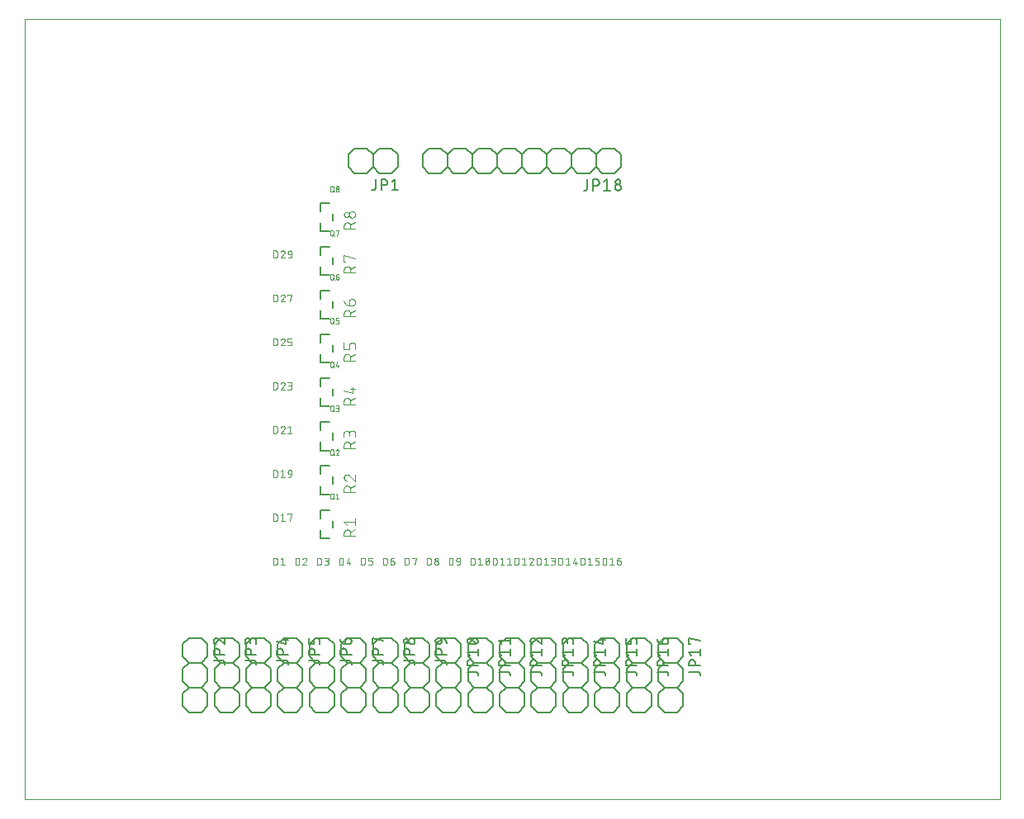
<source format=gto>
G75*
%MOIN*%
%OFA0B0*%
%FSLAX25Y25*%
%IPPOS*%
%LPD*%
%AMOC8*
5,1,8,0,0,1.08239X$1,22.5*
%
%ADD10C,0.00000*%
%ADD11C,0.00600*%
%ADD12C,0.00500*%
%ADD13C,0.00300*%
%ADD14C,0.00200*%
%ADD15C,0.00400*%
D10*
X0001000Y0001000D02*
X0001000Y0315961D01*
X0394701Y0315961D01*
X0394701Y0001000D01*
X0001000Y0001000D01*
D11*
X0064898Y0038697D02*
X0064898Y0043697D01*
X0067398Y0046197D01*
X0064898Y0048697D01*
X0064898Y0053697D01*
X0067398Y0056197D01*
X0064898Y0058697D01*
X0064898Y0063697D01*
X0067398Y0066197D01*
X0072398Y0066197D01*
X0074898Y0063697D01*
X0074898Y0058697D01*
X0072398Y0056197D01*
X0074898Y0053697D01*
X0074898Y0048697D01*
X0072398Y0046197D01*
X0074898Y0043697D01*
X0074898Y0038697D01*
X0072398Y0036197D01*
X0067398Y0036197D01*
X0064898Y0038697D01*
X0067398Y0046197D02*
X0072398Y0046197D01*
X0077693Y0048697D02*
X0077693Y0053697D01*
X0080193Y0056197D01*
X0077693Y0058697D01*
X0077693Y0063697D01*
X0080193Y0066197D01*
X0085193Y0066197D01*
X0087693Y0063697D01*
X0087693Y0058697D01*
X0085193Y0056197D01*
X0087693Y0053697D01*
X0087693Y0048697D01*
X0085193Y0046197D01*
X0087693Y0043697D01*
X0087693Y0038697D01*
X0085193Y0036197D01*
X0080193Y0036197D01*
X0077693Y0038697D01*
X0077693Y0043697D01*
X0080193Y0046197D01*
X0077693Y0048697D01*
X0080193Y0046197D02*
X0085193Y0046197D01*
X0090488Y0048697D02*
X0090488Y0053697D01*
X0092988Y0056197D01*
X0090488Y0058697D01*
X0090488Y0063697D01*
X0092988Y0066197D01*
X0097988Y0066197D01*
X0100488Y0063697D01*
X0100488Y0058697D01*
X0097988Y0056197D01*
X0100488Y0053697D01*
X0100488Y0048697D01*
X0097988Y0046197D01*
X0100488Y0043697D01*
X0100488Y0038697D01*
X0097988Y0036197D01*
X0092988Y0036197D01*
X0090488Y0038697D01*
X0090488Y0043697D01*
X0092988Y0046197D01*
X0090488Y0048697D01*
X0092988Y0046197D02*
X0097988Y0046197D01*
X0103283Y0048697D02*
X0103283Y0053697D01*
X0105783Y0056197D01*
X0103283Y0058697D01*
X0103283Y0063697D01*
X0105783Y0066197D01*
X0110783Y0066197D01*
X0113283Y0063697D01*
X0113283Y0058697D01*
X0110783Y0056197D01*
X0113283Y0053697D01*
X0113283Y0048697D01*
X0110783Y0046197D01*
X0113283Y0043697D01*
X0113283Y0038697D01*
X0110783Y0036197D01*
X0105783Y0036197D01*
X0103283Y0038697D01*
X0103283Y0043697D01*
X0105783Y0046197D01*
X0103283Y0048697D01*
X0105783Y0046197D02*
X0110783Y0046197D01*
X0116079Y0048697D02*
X0116079Y0053697D01*
X0118579Y0056197D01*
X0116079Y0058697D01*
X0116079Y0063697D01*
X0118579Y0066197D01*
X0123579Y0066197D01*
X0126079Y0063697D01*
X0126079Y0058697D01*
X0123579Y0056197D01*
X0126079Y0053697D01*
X0126079Y0048697D01*
X0123579Y0046197D01*
X0126079Y0043697D01*
X0126079Y0038697D01*
X0123579Y0036197D01*
X0118579Y0036197D01*
X0116079Y0038697D01*
X0116079Y0043697D01*
X0118579Y0046197D01*
X0116079Y0048697D01*
X0118579Y0046197D02*
X0123579Y0046197D01*
X0128874Y0048697D02*
X0128874Y0053697D01*
X0131374Y0056197D01*
X0128874Y0058697D01*
X0128874Y0063697D01*
X0131374Y0066197D01*
X0136374Y0066197D01*
X0138874Y0063697D01*
X0138874Y0058697D01*
X0136374Y0056197D01*
X0138874Y0053697D01*
X0138874Y0048697D01*
X0136374Y0046197D01*
X0138874Y0043697D01*
X0138874Y0038697D01*
X0136374Y0036197D01*
X0131374Y0036197D01*
X0128874Y0038697D01*
X0128874Y0043697D01*
X0131374Y0046197D01*
X0128874Y0048697D01*
X0131374Y0046197D02*
X0136374Y0046197D01*
X0141669Y0048697D02*
X0141669Y0053697D01*
X0144169Y0056197D01*
X0141669Y0058697D01*
X0141669Y0063697D01*
X0144169Y0066197D01*
X0149169Y0066197D01*
X0151669Y0063697D01*
X0151669Y0058697D01*
X0149169Y0056197D01*
X0151669Y0053697D01*
X0151669Y0048697D01*
X0149169Y0046197D01*
X0151669Y0043697D01*
X0151669Y0038697D01*
X0149169Y0036197D01*
X0144169Y0036197D01*
X0141669Y0038697D01*
X0141669Y0043697D01*
X0144169Y0046197D01*
X0141669Y0048697D01*
X0144169Y0046197D02*
X0149169Y0046197D01*
X0154465Y0048697D02*
X0154465Y0053697D01*
X0156965Y0056197D01*
X0154465Y0058697D01*
X0154465Y0063697D01*
X0156965Y0066197D01*
X0161965Y0066197D01*
X0164465Y0063697D01*
X0164465Y0058697D01*
X0161965Y0056197D01*
X0164465Y0053697D01*
X0164465Y0048697D01*
X0161965Y0046197D01*
X0164465Y0043697D01*
X0164465Y0038697D01*
X0161965Y0036197D01*
X0156965Y0036197D01*
X0154465Y0038697D01*
X0154465Y0043697D01*
X0156965Y0046197D01*
X0154465Y0048697D01*
X0156965Y0046197D02*
X0161965Y0046197D01*
X0167260Y0048697D02*
X0167260Y0053697D01*
X0169760Y0056197D01*
X0167260Y0058697D01*
X0167260Y0063697D01*
X0169760Y0066197D01*
X0174760Y0066197D01*
X0177260Y0063697D01*
X0177260Y0058697D01*
X0174760Y0056197D01*
X0177260Y0053697D01*
X0177260Y0048697D01*
X0174760Y0046197D01*
X0177260Y0043697D01*
X0177260Y0038697D01*
X0174760Y0036197D01*
X0169760Y0036197D01*
X0167260Y0038697D01*
X0167260Y0043697D01*
X0169760Y0046197D01*
X0167260Y0048697D01*
X0169760Y0046197D02*
X0174760Y0046197D01*
X0180055Y0048697D02*
X0180055Y0053697D01*
X0182555Y0056197D01*
X0180055Y0058697D01*
X0180055Y0063697D01*
X0182555Y0066197D01*
X0187555Y0066197D01*
X0190055Y0063697D01*
X0190055Y0058697D01*
X0187555Y0056197D01*
X0190055Y0053697D01*
X0190055Y0048697D01*
X0187555Y0046197D01*
X0190055Y0043697D01*
X0190055Y0038697D01*
X0187555Y0036197D01*
X0182555Y0036197D01*
X0180055Y0038697D01*
X0180055Y0043697D01*
X0182555Y0046197D01*
X0180055Y0048697D01*
X0182555Y0046197D02*
X0187555Y0046197D01*
X0192850Y0048697D02*
X0192850Y0053697D01*
X0195350Y0056197D01*
X0192850Y0058697D01*
X0192850Y0063697D01*
X0195350Y0066197D01*
X0200350Y0066197D01*
X0202850Y0063697D01*
X0202850Y0058697D01*
X0200350Y0056197D01*
X0202850Y0053697D01*
X0202850Y0048697D01*
X0200350Y0046197D01*
X0202850Y0043697D01*
X0202850Y0038697D01*
X0200350Y0036197D01*
X0195350Y0036197D01*
X0192850Y0038697D01*
X0192850Y0043697D01*
X0195350Y0046197D01*
X0192850Y0048697D01*
X0195350Y0046197D02*
X0200350Y0046197D01*
X0205646Y0048697D02*
X0205646Y0053697D01*
X0208146Y0056197D01*
X0205646Y0058697D01*
X0205646Y0063697D01*
X0208146Y0066197D01*
X0213146Y0066197D01*
X0215646Y0063697D01*
X0215646Y0058697D01*
X0213146Y0056197D01*
X0215646Y0053697D01*
X0215646Y0048697D01*
X0213146Y0046197D01*
X0215646Y0043697D01*
X0215646Y0038697D01*
X0213146Y0036197D01*
X0208146Y0036197D01*
X0205646Y0038697D01*
X0205646Y0043697D01*
X0208146Y0046197D01*
X0205646Y0048697D01*
X0208146Y0046197D02*
X0213146Y0046197D01*
X0218441Y0048697D02*
X0218441Y0053697D01*
X0220941Y0056197D01*
X0218441Y0058697D01*
X0218441Y0063697D01*
X0220941Y0066197D01*
X0225941Y0066197D01*
X0228441Y0063697D01*
X0228441Y0058697D01*
X0225941Y0056197D01*
X0228441Y0053697D01*
X0228441Y0048697D01*
X0225941Y0046197D01*
X0228441Y0043697D01*
X0228441Y0038697D01*
X0225941Y0036197D01*
X0220941Y0036197D01*
X0218441Y0038697D01*
X0218441Y0043697D01*
X0220941Y0046197D01*
X0218441Y0048697D01*
X0220941Y0046197D02*
X0225941Y0046197D01*
X0231236Y0048697D02*
X0231236Y0053697D01*
X0233736Y0056197D01*
X0231236Y0058697D01*
X0231236Y0063697D01*
X0233736Y0066197D01*
X0238736Y0066197D01*
X0241236Y0063697D01*
X0241236Y0058697D01*
X0238736Y0056197D01*
X0241236Y0053697D01*
X0241236Y0048697D01*
X0238736Y0046197D01*
X0241236Y0043697D01*
X0241236Y0038697D01*
X0238736Y0036197D01*
X0233736Y0036197D01*
X0231236Y0038697D01*
X0231236Y0043697D01*
X0233736Y0046197D01*
X0231236Y0048697D01*
X0233736Y0046197D02*
X0238736Y0046197D01*
X0244031Y0048697D02*
X0244031Y0053697D01*
X0246531Y0056197D01*
X0244031Y0058697D01*
X0244031Y0063697D01*
X0246531Y0066197D01*
X0251531Y0066197D01*
X0254031Y0063697D01*
X0254031Y0058697D01*
X0251531Y0056197D01*
X0254031Y0053697D01*
X0254031Y0048697D01*
X0251531Y0046197D01*
X0254031Y0043697D01*
X0254031Y0038697D01*
X0251531Y0036197D01*
X0246531Y0036197D01*
X0244031Y0038697D01*
X0244031Y0043697D01*
X0246531Y0046197D01*
X0244031Y0048697D01*
X0246531Y0046197D02*
X0251531Y0046197D01*
X0256827Y0048697D02*
X0256827Y0053697D01*
X0259327Y0056197D01*
X0256827Y0058697D01*
X0256827Y0063697D01*
X0259327Y0066197D01*
X0264327Y0066197D01*
X0266827Y0063697D01*
X0266827Y0058697D01*
X0264327Y0056197D01*
X0266827Y0053697D01*
X0266827Y0048697D01*
X0264327Y0046197D01*
X0266827Y0043697D01*
X0266827Y0038697D01*
X0264327Y0036197D01*
X0259327Y0036197D01*
X0256827Y0038697D01*
X0256827Y0043697D01*
X0259327Y0046197D01*
X0256827Y0048697D01*
X0259327Y0046197D02*
X0264327Y0046197D01*
X0264327Y0056197D02*
X0259327Y0056197D01*
X0251531Y0056197D02*
X0246531Y0056197D01*
X0238736Y0056197D02*
X0233736Y0056197D01*
X0225941Y0056197D02*
X0220941Y0056197D01*
X0213146Y0056197D02*
X0208146Y0056197D01*
X0200350Y0056197D02*
X0195350Y0056197D01*
X0187555Y0056197D02*
X0182555Y0056197D01*
X0174760Y0056197D02*
X0169760Y0056197D01*
X0161965Y0056197D02*
X0156965Y0056197D01*
X0149169Y0056197D02*
X0144169Y0056197D01*
X0136374Y0056197D02*
X0131374Y0056197D01*
X0123579Y0056197D02*
X0118579Y0056197D01*
X0110783Y0056197D02*
X0105783Y0056197D01*
X0097988Y0056197D02*
X0092988Y0056197D01*
X0085193Y0056197D02*
X0080193Y0056197D01*
X0072398Y0056197D02*
X0067398Y0056197D01*
X0134287Y0253913D02*
X0131787Y0256413D01*
X0131787Y0261413D01*
X0134287Y0263913D01*
X0139287Y0263913D01*
X0141787Y0261413D01*
X0144287Y0263913D01*
X0149287Y0263913D01*
X0151787Y0261413D01*
X0151787Y0256413D01*
X0149287Y0253913D01*
X0144287Y0253913D01*
X0141787Y0256413D01*
X0139287Y0253913D01*
X0134287Y0253913D01*
X0141787Y0256413D02*
X0141787Y0261413D01*
X0161787Y0261374D02*
X0161787Y0256374D01*
X0164287Y0253874D01*
X0169287Y0253874D01*
X0171787Y0256374D01*
X0171787Y0261374D01*
X0169287Y0263874D01*
X0164287Y0263874D01*
X0161787Y0261374D01*
X0171787Y0261374D02*
X0174287Y0263874D01*
X0179287Y0263874D01*
X0181787Y0261374D01*
X0184287Y0263874D01*
X0189287Y0263874D01*
X0191787Y0261374D01*
X0194287Y0263874D01*
X0199287Y0263874D01*
X0201787Y0261374D01*
X0204287Y0263874D01*
X0209287Y0263874D01*
X0211787Y0261374D01*
X0214287Y0263874D01*
X0219287Y0263874D01*
X0221787Y0261374D01*
X0224287Y0263874D01*
X0229287Y0263874D01*
X0231787Y0261374D01*
X0234287Y0263874D01*
X0239287Y0263874D01*
X0241787Y0261374D01*
X0241787Y0256374D01*
X0239287Y0253874D01*
X0234287Y0253874D01*
X0231787Y0256374D01*
X0229287Y0253874D01*
X0224287Y0253874D01*
X0221787Y0256374D01*
X0221787Y0261374D01*
X0221787Y0256374D02*
X0219287Y0253874D01*
X0214287Y0253874D01*
X0211787Y0256374D01*
X0209287Y0253874D01*
X0204287Y0253874D01*
X0201787Y0256374D01*
X0199287Y0253874D01*
X0194287Y0253874D01*
X0191787Y0256374D01*
X0191787Y0261374D01*
X0191787Y0256374D02*
X0189287Y0253874D01*
X0184287Y0253874D01*
X0181787Y0256374D01*
X0179287Y0253874D01*
X0174287Y0253874D01*
X0171787Y0256374D01*
X0181787Y0256374D02*
X0181787Y0261374D01*
X0201787Y0261374D02*
X0201787Y0256374D01*
X0211787Y0256374D02*
X0211787Y0261374D01*
X0231787Y0261374D02*
X0231787Y0256374D01*
D12*
X0231812Y0251424D02*
X0230562Y0251424D01*
X0230562Y0246924D01*
X0230562Y0248924D02*
X0231812Y0248924D01*
X0231881Y0248926D01*
X0231950Y0248932D01*
X0232018Y0248941D01*
X0232085Y0248954D01*
X0232152Y0248971D01*
X0232218Y0248992D01*
X0232282Y0249016D01*
X0232345Y0249044D01*
X0232407Y0249075D01*
X0232467Y0249109D01*
X0232524Y0249147D01*
X0232580Y0249188D01*
X0232633Y0249231D01*
X0232684Y0249278D01*
X0232732Y0249327D01*
X0232777Y0249379D01*
X0232819Y0249434D01*
X0232858Y0249490D01*
X0232895Y0249549D01*
X0232927Y0249610D01*
X0232957Y0249672D01*
X0232983Y0249736D01*
X0233005Y0249801D01*
X0233024Y0249867D01*
X0233039Y0249934D01*
X0233050Y0250002D01*
X0233058Y0250071D01*
X0233062Y0250140D01*
X0233062Y0250208D01*
X0233058Y0250277D01*
X0233050Y0250346D01*
X0233039Y0250414D01*
X0233024Y0250481D01*
X0233005Y0250547D01*
X0232983Y0250612D01*
X0232957Y0250676D01*
X0232927Y0250738D01*
X0232895Y0250799D01*
X0232858Y0250858D01*
X0232819Y0250914D01*
X0232777Y0250969D01*
X0232732Y0251021D01*
X0232684Y0251070D01*
X0232633Y0251117D01*
X0232580Y0251160D01*
X0232524Y0251201D01*
X0232467Y0251239D01*
X0232407Y0251273D01*
X0232345Y0251304D01*
X0232282Y0251332D01*
X0232218Y0251356D01*
X0232152Y0251377D01*
X0232085Y0251394D01*
X0232018Y0251407D01*
X0231950Y0251416D01*
X0231881Y0251422D01*
X0231812Y0251424D01*
X0234837Y0250424D02*
X0236087Y0251424D01*
X0236087Y0246924D01*
X0234837Y0246924D02*
X0237337Y0246924D01*
X0239337Y0248174D02*
X0239339Y0248105D01*
X0239345Y0248036D01*
X0239354Y0247968D01*
X0239367Y0247901D01*
X0239384Y0247834D01*
X0239405Y0247768D01*
X0239429Y0247704D01*
X0239457Y0247641D01*
X0239488Y0247579D01*
X0239522Y0247519D01*
X0239560Y0247462D01*
X0239601Y0247406D01*
X0239644Y0247353D01*
X0239691Y0247302D01*
X0239740Y0247254D01*
X0239792Y0247209D01*
X0239847Y0247167D01*
X0239903Y0247128D01*
X0239962Y0247091D01*
X0240023Y0247059D01*
X0240085Y0247029D01*
X0240149Y0247003D01*
X0240214Y0246981D01*
X0240280Y0246962D01*
X0240347Y0246947D01*
X0240415Y0246936D01*
X0240484Y0246928D01*
X0240553Y0246924D01*
X0240621Y0246924D01*
X0240690Y0246928D01*
X0240759Y0246936D01*
X0240827Y0246947D01*
X0240894Y0246962D01*
X0240960Y0246981D01*
X0241025Y0247003D01*
X0241089Y0247029D01*
X0241151Y0247059D01*
X0241212Y0247091D01*
X0241271Y0247128D01*
X0241327Y0247167D01*
X0241382Y0247209D01*
X0241434Y0247254D01*
X0241483Y0247302D01*
X0241530Y0247353D01*
X0241573Y0247406D01*
X0241614Y0247462D01*
X0241652Y0247519D01*
X0241686Y0247579D01*
X0241717Y0247641D01*
X0241745Y0247704D01*
X0241769Y0247768D01*
X0241790Y0247834D01*
X0241807Y0247901D01*
X0241820Y0247968D01*
X0241829Y0248036D01*
X0241835Y0248105D01*
X0241837Y0248174D01*
X0241835Y0248243D01*
X0241829Y0248312D01*
X0241820Y0248380D01*
X0241807Y0248447D01*
X0241790Y0248514D01*
X0241769Y0248580D01*
X0241745Y0248644D01*
X0241717Y0248707D01*
X0241686Y0248769D01*
X0241652Y0248829D01*
X0241614Y0248886D01*
X0241573Y0248942D01*
X0241530Y0248995D01*
X0241483Y0249046D01*
X0241434Y0249094D01*
X0241382Y0249139D01*
X0241327Y0249181D01*
X0241271Y0249220D01*
X0241212Y0249257D01*
X0241151Y0249289D01*
X0241089Y0249319D01*
X0241025Y0249345D01*
X0240960Y0249367D01*
X0240894Y0249386D01*
X0240827Y0249401D01*
X0240759Y0249412D01*
X0240690Y0249420D01*
X0240621Y0249424D01*
X0240553Y0249424D01*
X0240484Y0249420D01*
X0240415Y0249412D01*
X0240347Y0249401D01*
X0240280Y0249386D01*
X0240214Y0249367D01*
X0240149Y0249345D01*
X0240085Y0249319D01*
X0240023Y0249289D01*
X0239962Y0249257D01*
X0239903Y0249220D01*
X0239847Y0249181D01*
X0239792Y0249139D01*
X0239740Y0249094D01*
X0239691Y0249046D01*
X0239644Y0248995D01*
X0239601Y0248942D01*
X0239560Y0248886D01*
X0239522Y0248829D01*
X0239488Y0248769D01*
X0239457Y0248707D01*
X0239429Y0248644D01*
X0239405Y0248580D01*
X0239384Y0248514D01*
X0239367Y0248447D01*
X0239354Y0248380D01*
X0239345Y0248312D01*
X0239339Y0248243D01*
X0239337Y0248174D01*
X0239587Y0250424D02*
X0239589Y0250362D01*
X0239595Y0250301D01*
X0239604Y0250240D01*
X0239617Y0250180D01*
X0239634Y0250121D01*
X0239655Y0250063D01*
X0239679Y0250006D01*
X0239706Y0249951D01*
X0239737Y0249898D01*
X0239771Y0249846D01*
X0239808Y0249797D01*
X0239848Y0249750D01*
X0239891Y0249706D01*
X0239936Y0249665D01*
X0239984Y0249626D01*
X0240035Y0249590D01*
X0240087Y0249558D01*
X0240141Y0249529D01*
X0240197Y0249503D01*
X0240255Y0249481D01*
X0240313Y0249462D01*
X0240373Y0249447D01*
X0240434Y0249436D01*
X0240495Y0249428D01*
X0240556Y0249424D01*
X0240618Y0249424D01*
X0240679Y0249428D01*
X0240740Y0249436D01*
X0240801Y0249447D01*
X0240861Y0249462D01*
X0240919Y0249481D01*
X0240977Y0249503D01*
X0241033Y0249529D01*
X0241087Y0249558D01*
X0241139Y0249590D01*
X0241190Y0249626D01*
X0241238Y0249665D01*
X0241283Y0249706D01*
X0241326Y0249750D01*
X0241366Y0249797D01*
X0241403Y0249846D01*
X0241437Y0249898D01*
X0241468Y0249951D01*
X0241495Y0250006D01*
X0241519Y0250063D01*
X0241540Y0250121D01*
X0241557Y0250180D01*
X0241570Y0250240D01*
X0241579Y0250301D01*
X0241585Y0250362D01*
X0241587Y0250424D01*
X0241585Y0250486D01*
X0241579Y0250547D01*
X0241570Y0250608D01*
X0241557Y0250668D01*
X0241540Y0250727D01*
X0241519Y0250785D01*
X0241495Y0250842D01*
X0241468Y0250897D01*
X0241437Y0250950D01*
X0241403Y0251002D01*
X0241366Y0251051D01*
X0241326Y0251098D01*
X0241283Y0251142D01*
X0241238Y0251183D01*
X0241190Y0251222D01*
X0241139Y0251258D01*
X0241087Y0251290D01*
X0241033Y0251319D01*
X0240977Y0251345D01*
X0240919Y0251367D01*
X0240861Y0251386D01*
X0240801Y0251401D01*
X0240740Y0251412D01*
X0240679Y0251420D01*
X0240618Y0251424D01*
X0240556Y0251424D01*
X0240495Y0251420D01*
X0240434Y0251412D01*
X0240373Y0251401D01*
X0240313Y0251386D01*
X0240255Y0251367D01*
X0240197Y0251345D01*
X0240141Y0251319D01*
X0240087Y0251290D01*
X0240035Y0251258D01*
X0239984Y0251222D01*
X0239936Y0251183D01*
X0239891Y0251142D01*
X0239848Y0251098D01*
X0239808Y0251051D01*
X0239771Y0251002D01*
X0239737Y0250950D01*
X0239706Y0250897D01*
X0239679Y0250842D01*
X0239655Y0250785D01*
X0239634Y0250727D01*
X0239617Y0250668D01*
X0239604Y0250608D01*
X0239595Y0250547D01*
X0239589Y0250486D01*
X0239587Y0250424D01*
X0228208Y0251424D02*
X0228208Y0247924D01*
X0228206Y0247864D01*
X0228201Y0247803D01*
X0228192Y0247744D01*
X0228179Y0247685D01*
X0228163Y0247626D01*
X0228143Y0247569D01*
X0228120Y0247514D01*
X0228093Y0247459D01*
X0228064Y0247407D01*
X0228031Y0247356D01*
X0227995Y0247307D01*
X0227957Y0247261D01*
X0227915Y0247217D01*
X0227871Y0247175D01*
X0227825Y0247137D01*
X0227776Y0247101D01*
X0227725Y0247068D01*
X0227673Y0247039D01*
X0227618Y0247012D01*
X0227563Y0246989D01*
X0227506Y0246969D01*
X0227447Y0246953D01*
X0227388Y0246940D01*
X0227329Y0246931D01*
X0227268Y0246926D01*
X0227208Y0246924D01*
X0226708Y0246924D01*
X0151837Y0246963D02*
X0149337Y0246963D01*
X0150587Y0246963D02*
X0150587Y0251463D01*
X0149337Y0250463D01*
X0146312Y0251463D02*
X0146381Y0251461D01*
X0146450Y0251455D01*
X0146518Y0251446D01*
X0146585Y0251433D01*
X0146652Y0251416D01*
X0146718Y0251395D01*
X0146782Y0251371D01*
X0146845Y0251343D01*
X0146907Y0251312D01*
X0146967Y0251278D01*
X0147024Y0251240D01*
X0147080Y0251199D01*
X0147133Y0251156D01*
X0147184Y0251109D01*
X0147232Y0251060D01*
X0147277Y0251008D01*
X0147319Y0250953D01*
X0147358Y0250897D01*
X0147395Y0250838D01*
X0147427Y0250777D01*
X0147457Y0250715D01*
X0147483Y0250651D01*
X0147505Y0250586D01*
X0147524Y0250520D01*
X0147539Y0250453D01*
X0147550Y0250385D01*
X0147558Y0250316D01*
X0147562Y0250247D01*
X0147562Y0250179D01*
X0147558Y0250110D01*
X0147550Y0250041D01*
X0147539Y0249973D01*
X0147524Y0249906D01*
X0147505Y0249840D01*
X0147483Y0249775D01*
X0147457Y0249711D01*
X0147427Y0249649D01*
X0147395Y0249588D01*
X0147358Y0249529D01*
X0147319Y0249473D01*
X0147277Y0249418D01*
X0147232Y0249366D01*
X0147184Y0249317D01*
X0147133Y0249270D01*
X0147080Y0249227D01*
X0147024Y0249186D01*
X0146967Y0249148D01*
X0146907Y0249114D01*
X0146845Y0249083D01*
X0146782Y0249055D01*
X0146718Y0249031D01*
X0146652Y0249010D01*
X0146585Y0248993D01*
X0146518Y0248980D01*
X0146450Y0248971D01*
X0146381Y0248965D01*
X0146312Y0248963D01*
X0145062Y0248963D01*
X0145062Y0246963D02*
X0145062Y0251463D01*
X0146312Y0251463D01*
X0142708Y0251463D02*
X0142708Y0247963D01*
X0142706Y0247903D01*
X0142701Y0247842D01*
X0142692Y0247783D01*
X0142679Y0247724D01*
X0142663Y0247665D01*
X0142643Y0247608D01*
X0142620Y0247553D01*
X0142593Y0247498D01*
X0142564Y0247446D01*
X0142531Y0247395D01*
X0142495Y0247346D01*
X0142457Y0247300D01*
X0142415Y0247256D01*
X0142371Y0247214D01*
X0142325Y0247176D01*
X0142276Y0247140D01*
X0142225Y0247107D01*
X0142173Y0247078D01*
X0142118Y0247051D01*
X0142063Y0247028D01*
X0142006Y0247008D01*
X0141947Y0246992D01*
X0141888Y0246979D01*
X0141829Y0246970D01*
X0141768Y0246965D01*
X0141708Y0246963D01*
X0141208Y0246963D01*
X0124228Y0241945D02*
X0120488Y0241945D01*
X0120488Y0238598D01*
X0125606Y0237614D02*
X0125606Y0234858D01*
X0120488Y0233874D02*
X0120488Y0230528D01*
X0124228Y0230528D01*
X0124228Y0224228D02*
X0120488Y0224228D01*
X0120488Y0220882D01*
X0120488Y0216157D02*
X0120488Y0212811D01*
X0124228Y0212811D01*
X0125606Y0217142D02*
X0125606Y0219898D01*
X0124228Y0206512D02*
X0120488Y0206512D01*
X0120488Y0203165D01*
X0125606Y0202181D02*
X0125606Y0199425D01*
X0124228Y0195094D02*
X0120488Y0195094D01*
X0120488Y0198441D01*
X0120488Y0188795D02*
X0120488Y0185449D01*
X0120488Y0188795D02*
X0124228Y0188795D01*
X0125606Y0184465D02*
X0125606Y0181709D01*
X0120488Y0180724D02*
X0120488Y0177378D01*
X0124228Y0177378D01*
X0124228Y0171079D02*
X0120488Y0171079D01*
X0120488Y0167732D01*
X0120488Y0163008D02*
X0120488Y0159661D01*
X0124228Y0159661D01*
X0125606Y0163992D02*
X0125606Y0166748D01*
X0124228Y0153362D02*
X0120488Y0153362D01*
X0120488Y0150016D01*
X0125606Y0149031D02*
X0125606Y0146276D01*
X0120488Y0145291D02*
X0120488Y0141945D01*
X0124228Y0141945D01*
X0124228Y0135646D02*
X0120488Y0135646D01*
X0120488Y0132299D01*
X0120488Y0127575D02*
X0120488Y0124228D01*
X0124228Y0124228D01*
X0125606Y0128559D02*
X0125606Y0131315D01*
X0124228Y0117929D02*
X0120488Y0117929D01*
X0120488Y0114583D01*
X0125606Y0113598D02*
X0125606Y0110843D01*
X0124228Y0106512D02*
X0120488Y0106512D01*
X0120488Y0109858D01*
X0119233Y0066247D02*
X0118733Y0066247D01*
X0118673Y0066245D01*
X0118612Y0066240D01*
X0118553Y0066231D01*
X0118494Y0066218D01*
X0118435Y0066202D01*
X0118378Y0066182D01*
X0118323Y0066159D01*
X0118268Y0066132D01*
X0118216Y0066103D01*
X0118165Y0066070D01*
X0118116Y0066034D01*
X0118070Y0065996D01*
X0118026Y0065954D01*
X0117984Y0065910D01*
X0117946Y0065864D01*
X0117910Y0065815D01*
X0117877Y0065764D01*
X0117848Y0065712D01*
X0117821Y0065657D01*
X0117798Y0065602D01*
X0117778Y0065545D01*
X0117762Y0065486D01*
X0117749Y0065427D01*
X0117740Y0065368D01*
X0117735Y0065307D01*
X0117733Y0065247D01*
X0117733Y0063747D01*
X0115733Y0063747D01*
X0115733Y0066247D01*
X0119233Y0066247D02*
X0119293Y0066245D01*
X0119354Y0066240D01*
X0119413Y0066231D01*
X0119472Y0066218D01*
X0119531Y0066202D01*
X0119588Y0066182D01*
X0119643Y0066159D01*
X0119698Y0066132D01*
X0119750Y0066103D01*
X0119801Y0066070D01*
X0119850Y0066034D01*
X0119896Y0065996D01*
X0119940Y0065954D01*
X0119982Y0065910D01*
X0120020Y0065864D01*
X0120056Y0065815D01*
X0120089Y0065764D01*
X0120118Y0065712D01*
X0120145Y0065657D01*
X0120168Y0065602D01*
X0120188Y0065545D01*
X0120204Y0065486D01*
X0120217Y0065427D01*
X0120226Y0065368D01*
X0120231Y0065307D01*
X0120233Y0065247D01*
X0120233Y0063747D01*
X0118233Y0060722D02*
X0118233Y0059472D01*
X0118233Y0060722D02*
X0118231Y0060791D01*
X0118225Y0060860D01*
X0118216Y0060928D01*
X0118203Y0060995D01*
X0118186Y0061062D01*
X0118165Y0061128D01*
X0118141Y0061192D01*
X0118113Y0061255D01*
X0118082Y0061317D01*
X0118048Y0061377D01*
X0118010Y0061434D01*
X0117969Y0061490D01*
X0117926Y0061543D01*
X0117879Y0061594D01*
X0117830Y0061642D01*
X0117778Y0061687D01*
X0117723Y0061729D01*
X0117667Y0061768D01*
X0117608Y0061805D01*
X0117547Y0061837D01*
X0117485Y0061867D01*
X0117421Y0061893D01*
X0117356Y0061915D01*
X0117290Y0061934D01*
X0117223Y0061949D01*
X0117155Y0061960D01*
X0117086Y0061968D01*
X0117017Y0061972D01*
X0116949Y0061972D01*
X0116880Y0061968D01*
X0116811Y0061960D01*
X0116743Y0061949D01*
X0116676Y0061934D01*
X0116610Y0061915D01*
X0116545Y0061893D01*
X0116481Y0061867D01*
X0116419Y0061837D01*
X0116358Y0061805D01*
X0116299Y0061768D01*
X0116243Y0061729D01*
X0116188Y0061687D01*
X0116136Y0061642D01*
X0116087Y0061594D01*
X0116040Y0061543D01*
X0115997Y0061490D01*
X0115956Y0061434D01*
X0115918Y0061377D01*
X0115884Y0061317D01*
X0115853Y0061255D01*
X0115825Y0061192D01*
X0115801Y0061128D01*
X0115780Y0061062D01*
X0115763Y0060995D01*
X0115750Y0060928D01*
X0115741Y0060860D01*
X0115735Y0060791D01*
X0115733Y0060722D01*
X0115733Y0059472D01*
X0120233Y0059472D01*
X0119233Y0057117D02*
X0115733Y0057117D01*
X0119233Y0057117D02*
X0119293Y0057115D01*
X0119354Y0057110D01*
X0119413Y0057101D01*
X0119472Y0057088D01*
X0119531Y0057072D01*
X0119588Y0057052D01*
X0119643Y0057029D01*
X0119698Y0057002D01*
X0119750Y0056973D01*
X0119801Y0056940D01*
X0119850Y0056904D01*
X0119896Y0056866D01*
X0119940Y0056824D01*
X0119982Y0056780D01*
X0120020Y0056734D01*
X0120056Y0056685D01*
X0120089Y0056634D01*
X0120118Y0056582D01*
X0120145Y0056527D01*
X0120168Y0056472D01*
X0120188Y0056415D01*
X0120204Y0056356D01*
X0120217Y0056297D01*
X0120226Y0056238D01*
X0120231Y0056177D01*
X0120233Y0056117D01*
X0120233Y0055617D01*
X0128529Y0057117D02*
X0132029Y0057117D01*
X0132089Y0057115D01*
X0132150Y0057110D01*
X0132209Y0057101D01*
X0132268Y0057088D01*
X0132327Y0057072D01*
X0132384Y0057052D01*
X0132439Y0057029D01*
X0132494Y0057002D01*
X0132546Y0056973D01*
X0132597Y0056940D01*
X0132646Y0056904D01*
X0132692Y0056866D01*
X0132736Y0056824D01*
X0132778Y0056780D01*
X0132816Y0056734D01*
X0132852Y0056685D01*
X0132885Y0056634D01*
X0132914Y0056582D01*
X0132941Y0056527D01*
X0132964Y0056472D01*
X0132984Y0056415D01*
X0133000Y0056356D01*
X0133013Y0056297D01*
X0133022Y0056238D01*
X0133027Y0056177D01*
X0133029Y0056117D01*
X0133029Y0055617D01*
X0133029Y0059472D02*
X0128529Y0059472D01*
X0128529Y0060722D01*
X0128531Y0060791D01*
X0128537Y0060860D01*
X0128546Y0060928D01*
X0128559Y0060995D01*
X0128576Y0061062D01*
X0128597Y0061128D01*
X0128621Y0061192D01*
X0128649Y0061255D01*
X0128680Y0061317D01*
X0128714Y0061377D01*
X0128752Y0061434D01*
X0128793Y0061490D01*
X0128836Y0061543D01*
X0128883Y0061594D01*
X0128932Y0061642D01*
X0128984Y0061687D01*
X0129039Y0061729D01*
X0129095Y0061768D01*
X0129154Y0061805D01*
X0129215Y0061837D01*
X0129277Y0061867D01*
X0129341Y0061893D01*
X0129406Y0061915D01*
X0129472Y0061934D01*
X0129539Y0061949D01*
X0129607Y0061960D01*
X0129676Y0061968D01*
X0129745Y0061972D01*
X0129813Y0061972D01*
X0129882Y0061968D01*
X0129951Y0061960D01*
X0130019Y0061949D01*
X0130086Y0061934D01*
X0130152Y0061915D01*
X0130217Y0061893D01*
X0130281Y0061867D01*
X0130343Y0061837D01*
X0130404Y0061805D01*
X0130463Y0061768D01*
X0130519Y0061729D01*
X0130574Y0061687D01*
X0130626Y0061642D01*
X0130675Y0061594D01*
X0130722Y0061543D01*
X0130765Y0061490D01*
X0130806Y0061434D01*
X0130844Y0061377D01*
X0130878Y0061317D01*
X0130909Y0061255D01*
X0130937Y0061192D01*
X0130961Y0061128D01*
X0130982Y0061062D01*
X0130999Y0060995D01*
X0131012Y0060928D01*
X0131021Y0060860D01*
X0131027Y0060791D01*
X0131029Y0060722D01*
X0131029Y0059472D01*
X0130529Y0063747D02*
X0131779Y0063747D01*
X0131848Y0063749D01*
X0131917Y0063755D01*
X0131985Y0063764D01*
X0132052Y0063777D01*
X0132119Y0063794D01*
X0132185Y0063815D01*
X0132249Y0063839D01*
X0132312Y0063867D01*
X0132374Y0063898D01*
X0132434Y0063932D01*
X0132491Y0063970D01*
X0132547Y0064011D01*
X0132600Y0064054D01*
X0132651Y0064101D01*
X0132699Y0064150D01*
X0132744Y0064202D01*
X0132786Y0064257D01*
X0132825Y0064313D01*
X0132862Y0064372D01*
X0132894Y0064433D01*
X0132924Y0064495D01*
X0132950Y0064559D01*
X0132972Y0064624D01*
X0132991Y0064690D01*
X0133006Y0064757D01*
X0133017Y0064825D01*
X0133025Y0064894D01*
X0133029Y0064963D01*
X0133029Y0065031D01*
X0133025Y0065100D01*
X0133017Y0065169D01*
X0133006Y0065237D01*
X0132991Y0065304D01*
X0132972Y0065370D01*
X0132950Y0065435D01*
X0132924Y0065499D01*
X0132894Y0065561D01*
X0132862Y0065622D01*
X0132825Y0065681D01*
X0132786Y0065737D01*
X0132744Y0065792D01*
X0132699Y0065844D01*
X0132651Y0065893D01*
X0132600Y0065940D01*
X0132547Y0065983D01*
X0132491Y0066024D01*
X0132434Y0066062D01*
X0132374Y0066096D01*
X0132312Y0066127D01*
X0132249Y0066155D01*
X0132185Y0066179D01*
X0132119Y0066200D01*
X0132052Y0066217D01*
X0131985Y0066230D01*
X0131917Y0066239D01*
X0131848Y0066245D01*
X0131779Y0066247D01*
X0131529Y0066247D01*
X0131469Y0066245D01*
X0131408Y0066240D01*
X0131349Y0066231D01*
X0131290Y0066218D01*
X0131231Y0066202D01*
X0131174Y0066182D01*
X0131119Y0066159D01*
X0131064Y0066132D01*
X0131012Y0066103D01*
X0130961Y0066070D01*
X0130912Y0066034D01*
X0130866Y0065996D01*
X0130822Y0065954D01*
X0130780Y0065910D01*
X0130742Y0065864D01*
X0130706Y0065815D01*
X0130673Y0065764D01*
X0130644Y0065712D01*
X0130617Y0065657D01*
X0130594Y0065602D01*
X0130574Y0065545D01*
X0130558Y0065486D01*
X0130545Y0065427D01*
X0130536Y0065368D01*
X0130531Y0065307D01*
X0130529Y0065247D01*
X0130529Y0063747D01*
X0130442Y0063749D01*
X0130355Y0063755D01*
X0130268Y0063764D01*
X0130182Y0063777D01*
X0130096Y0063794D01*
X0130011Y0063815D01*
X0129928Y0063840D01*
X0129845Y0063868D01*
X0129764Y0063899D01*
X0129684Y0063934D01*
X0129606Y0063973D01*
X0129529Y0064015D01*
X0129454Y0064060D01*
X0129382Y0064109D01*
X0129311Y0064160D01*
X0129243Y0064215D01*
X0129178Y0064272D01*
X0129115Y0064333D01*
X0129054Y0064396D01*
X0128997Y0064461D01*
X0128942Y0064529D01*
X0128891Y0064600D01*
X0128842Y0064672D01*
X0128797Y0064747D01*
X0128755Y0064824D01*
X0128716Y0064902D01*
X0128681Y0064982D01*
X0128650Y0065063D01*
X0128622Y0065146D01*
X0128597Y0065229D01*
X0128576Y0065314D01*
X0128559Y0065400D01*
X0128546Y0065486D01*
X0128537Y0065573D01*
X0128531Y0065660D01*
X0128529Y0065747D01*
X0141324Y0066247D02*
X0145824Y0064997D01*
X0141824Y0063747D02*
X0141324Y0063747D01*
X0141324Y0066247D01*
X0141324Y0060722D02*
X0141324Y0059472D01*
X0145824Y0059472D01*
X0143824Y0059472D02*
X0143824Y0060722D01*
X0143822Y0060791D01*
X0143816Y0060860D01*
X0143807Y0060928D01*
X0143794Y0060995D01*
X0143777Y0061062D01*
X0143756Y0061128D01*
X0143732Y0061192D01*
X0143704Y0061255D01*
X0143673Y0061317D01*
X0143639Y0061377D01*
X0143601Y0061434D01*
X0143560Y0061490D01*
X0143517Y0061543D01*
X0143470Y0061594D01*
X0143421Y0061642D01*
X0143369Y0061687D01*
X0143314Y0061729D01*
X0143258Y0061768D01*
X0143199Y0061805D01*
X0143138Y0061837D01*
X0143076Y0061867D01*
X0143012Y0061893D01*
X0142947Y0061915D01*
X0142881Y0061934D01*
X0142814Y0061949D01*
X0142746Y0061960D01*
X0142677Y0061968D01*
X0142608Y0061972D01*
X0142540Y0061972D01*
X0142471Y0061968D01*
X0142402Y0061960D01*
X0142334Y0061949D01*
X0142267Y0061934D01*
X0142201Y0061915D01*
X0142136Y0061893D01*
X0142072Y0061867D01*
X0142010Y0061837D01*
X0141949Y0061805D01*
X0141890Y0061768D01*
X0141834Y0061729D01*
X0141779Y0061687D01*
X0141727Y0061642D01*
X0141678Y0061594D01*
X0141631Y0061543D01*
X0141588Y0061490D01*
X0141547Y0061434D01*
X0141509Y0061377D01*
X0141475Y0061317D01*
X0141444Y0061255D01*
X0141416Y0061192D01*
X0141392Y0061128D01*
X0141371Y0061062D01*
X0141354Y0060995D01*
X0141341Y0060928D01*
X0141332Y0060860D01*
X0141326Y0060791D01*
X0141324Y0060722D01*
X0141324Y0057117D02*
X0144824Y0057117D01*
X0144884Y0057115D01*
X0144945Y0057110D01*
X0145004Y0057101D01*
X0145063Y0057088D01*
X0145122Y0057072D01*
X0145179Y0057052D01*
X0145234Y0057029D01*
X0145289Y0057002D01*
X0145341Y0056973D01*
X0145392Y0056940D01*
X0145441Y0056904D01*
X0145487Y0056866D01*
X0145531Y0056824D01*
X0145573Y0056780D01*
X0145611Y0056734D01*
X0145647Y0056685D01*
X0145680Y0056634D01*
X0145709Y0056582D01*
X0145736Y0056527D01*
X0145759Y0056472D01*
X0145779Y0056415D01*
X0145795Y0056356D01*
X0145808Y0056297D01*
X0145817Y0056238D01*
X0145822Y0056177D01*
X0145824Y0056117D01*
X0145824Y0055617D01*
X0154119Y0057117D02*
X0157619Y0057117D01*
X0157679Y0057115D01*
X0157740Y0057110D01*
X0157799Y0057101D01*
X0157858Y0057088D01*
X0157917Y0057072D01*
X0157974Y0057052D01*
X0158029Y0057029D01*
X0158084Y0057002D01*
X0158136Y0056973D01*
X0158187Y0056940D01*
X0158236Y0056904D01*
X0158282Y0056866D01*
X0158326Y0056824D01*
X0158368Y0056780D01*
X0158406Y0056734D01*
X0158442Y0056685D01*
X0158475Y0056634D01*
X0158504Y0056582D01*
X0158531Y0056527D01*
X0158554Y0056472D01*
X0158574Y0056415D01*
X0158590Y0056356D01*
X0158603Y0056297D01*
X0158612Y0056238D01*
X0158617Y0056177D01*
X0158619Y0056117D01*
X0158619Y0055617D01*
X0158619Y0059472D02*
X0154119Y0059472D01*
X0154119Y0060722D01*
X0154121Y0060791D01*
X0154127Y0060860D01*
X0154136Y0060928D01*
X0154149Y0060995D01*
X0154166Y0061062D01*
X0154187Y0061128D01*
X0154211Y0061192D01*
X0154239Y0061255D01*
X0154270Y0061317D01*
X0154304Y0061377D01*
X0154342Y0061434D01*
X0154383Y0061490D01*
X0154426Y0061543D01*
X0154473Y0061594D01*
X0154522Y0061642D01*
X0154574Y0061687D01*
X0154629Y0061729D01*
X0154685Y0061768D01*
X0154744Y0061805D01*
X0154805Y0061837D01*
X0154867Y0061867D01*
X0154931Y0061893D01*
X0154996Y0061915D01*
X0155062Y0061934D01*
X0155129Y0061949D01*
X0155197Y0061960D01*
X0155266Y0061968D01*
X0155335Y0061972D01*
X0155403Y0061972D01*
X0155472Y0061968D01*
X0155541Y0061960D01*
X0155609Y0061949D01*
X0155676Y0061934D01*
X0155742Y0061915D01*
X0155807Y0061893D01*
X0155871Y0061867D01*
X0155933Y0061837D01*
X0155994Y0061805D01*
X0156053Y0061768D01*
X0156109Y0061729D01*
X0156164Y0061687D01*
X0156216Y0061642D01*
X0156265Y0061594D01*
X0156312Y0061543D01*
X0156355Y0061490D01*
X0156396Y0061434D01*
X0156434Y0061377D01*
X0156468Y0061317D01*
X0156499Y0061255D01*
X0156527Y0061192D01*
X0156551Y0061128D01*
X0156572Y0061062D01*
X0156589Y0060995D01*
X0156602Y0060928D01*
X0156611Y0060860D01*
X0156617Y0060791D01*
X0156619Y0060722D01*
X0156619Y0059472D01*
X0157369Y0063747D02*
X0157438Y0063749D01*
X0157507Y0063755D01*
X0157575Y0063764D01*
X0157642Y0063777D01*
X0157709Y0063794D01*
X0157775Y0063815D01*
X0157839Y0063839D01*
X0157902Y0063867D01*
X0157964Y0063898D01*
X0158024Y0063932D01*
X0158081Y0063970D01*
X0158137Y0064011D01*
X0158190Y0064054D01*
X0158241Y0064101D01*
X0158289Y0064150D01*
X0158334Y0064202D01*
X0158376Y0064257D01*
X0158415Y0064313D01*
X0158452Y0064372D01*
X0158484Y0064433D01*
X0158514Y0064495D01*
X0158540Y0064559D01*
X0158562Y0064624D01*
X0158581Y0064690D01*
X0158596Y0064757D01*
X0158607Y0064825D01*
X0158615Y0064894D01*
X0158619Y0064963D01*
X0158619Y0065031D01*
X0158615Y0065100D01*
X0158607Y0065169D01*
X0158596Y0065237D01*
X0158581Y0065304D01*
X0158562Y0065370D01*
X0158540Y0065435D01*
X0158514Y0065499D01*
X0158484Y0065561D01*
X0158452Y0065622D01*
X0158415Y0065681D01*
X0158376Y0065737D01*
X0158334Y0065792D01*
X0158289Y0065844D01*
X0158241Y0065893D01*
X0158190Y0065940D01*
X0158137Y0065983D01*
X0158081Y0066024D01*
X0158024Y0066062D01*
X0157964Y0066096D01*
X0157902Y0066127D01*
X0157839Y0066155D01*
X0157775Y0066179D01*
X0157709Y0066200D01*
X0157642Y0066217D01*
X0157575Y0066230D01*
X0157507Y0066239D01*
X0157438Y0066245D01*
X0157369Y0066247D01*
X0157300Y0066245D01*
X0157231Y0066239D01*
X0157163Y0066230D01*
X0157096Y0066217D01*
X0157029Y0066200D01*
X0156963Y0066179D01*
X0156899Y0066155D01*
X0156836Y0066127D01*
X0156774Y0066096D01*
X0156714Y0066062D01*
X0156657Y0066024D01*
X0156601Y0065983D01*
X0156548Y0065940D01*
X0156497Y0065893D01*
X0156449Y0065844D01*
X0156404Y0065792D01*
X0156362Y0065737D01*
X0156323Y0065681D01*
X0156286Y0065622D01*
X0156254Y0065561D01*
X0156224Y0065499D01*
X0156198Y0065435D01*
X0156176Y0065370D01*
X0156157Y0065304D01*
X0156142Y0065237D01*
X0156131Y0065169D01*
X0156123Y0065100D01*
X0156119Y0065031D01*
X0156119Y0064963D01*
X0156123Y0064894D01*
X0156131Y0064825D01*
X0156142Y0064757D01*
X0156157Y0064690D01*
X0156176Y0064624D01*
X0156198Y0064559D01*
X0156224Y0064495D01*
X0156254Y0064433D01*
X0156286Y0064372D01*
X0156323Y0064313D01*
X0156362Y0064257D01*
X0156404Y0064202D01*
X0156449Y0064150D01*
X0156497Y0064101D01*
X0156548Y0064054D01*
X0156601Y0064011D01*
X0156657Y0063970D01*
X0156714Y0063932D01*
X0156774Y0063898D01*
X0156836Y0063867D01*
X0156899Y0063839D01*
X0156963Y0063815D01*
X0157029Y0063794D01*
X0157096Y0063777D01*
X0157163Y0063764D01*
X0157231Y0063755D01*
X0157300Y0063749D01*
X0157369Y0063747D01*
X0155119Y0063997D02*
X0155181Y0063999D01*
X0155242Y0064005D01*
X0155303Y0064014D01*
X0155363Y0064027D01*
X0155422Y0064044D01*
X0155480Y0064065D01*
X0155537Y0064089D01*
X0155592Y0064116D01*
X0155645Y0064147D01*
X0155697Y0064181D01*
X0155746Y0064218D01*
X0155793Y0064258D01*
X0155837Y0064301D01*
X0155878Y0064346D01*
X0155917Y0064394D01*
X0155953Y0064445D01*
X0155985Y0064497D01*
X0156014Y0064551D01*
X0156040Y0064607D01*
X0156062Y0064665D01*
X0156081Y0064723D01*
X0156096Y0064783D01*
X0156107Y0064844D01*
X0156115Y0064905D01*
X0156119Y0064966D01*
X0156119Y0065028D01*
X0156115Y0065089D01*
X0156107Y0065150D01*
X0156096Y0065211D01*
X0156081Y0065271D01*
X0156062Y0065329D01*
X0156040Y0065387D01*
X0156014Y0065443D01*
X0155985Y0065497D01*
X0155953Y0065549D01*
X0155917Y0065600D01*
X0155878Y0065648D01*
X0155837Y0065693D01*
X0155793Y0065736D01*
X0155746Y0065776D01*
X0155697Y0065813D01*
X0155645Y0065847D01*
X0155592Y0065878D01*
X0155537Y0065905D01*
X0155480Y0065929D01*
X0155422Y0065950D01*
X0155363Y0065967D01*
X0155303Y0065980D01*
X0155242Y0065989D01*
X0155181Y0065995D01*
X0155119Y0065997D01*
X0155057Y0065995D01*
X0154996Y0065989D01*
X0154935Y0065980D01*
X0154875Y0065967D01*
X0154816Y0065950D01*
X0154758Y0065929D01*
X0154701Y0065905D01*
X0154646Y0065878D01*
X0154593Y0065847D01*
X0154541Y0065813D01*
X0154492Y0065776D01*
X0154445Y0065736D01*
X0154401Y0065693D01*
X0154360Y0065648D01*
X0154321Y0065600D01*
X0154285Y0065549D01*
X0154253Y0065497D01*
X0154224Y0065443D01*
X0154198Y0065387D01*
X0154176Y0065329D01*
X0154157Y0065271D01*
X0154142Y0065211D01*
X0154131Y0065150D01*
X0154123Y0065089D01*
X0154119Y0065028D01*
X0154119Y0064966D01*
X0154123Y0064905D01*
X0154131Y0064844D01*
X0154142Y0064783D01*
X0154157Y0064723D01*
X0154176Y0064665D01*
X0154198Y0064607D01*
X0154224Y0064551D01*
X0154253Y0064497D01*
X0154285Y0064445D01*
X0154321Y0064394D01*
X0154360Y0064346D01*
X0154401Y0064301D01*
X0154445Y0064258D01*
X0154492Y0064218D01*
X0154541Y0064181D01*
X0154593Y0064147D01*
X0154646Y0064116D01*
X0154701Y0064089D01*
X0154758Y0064065D01*
X0154816Y0064044D01*
X0154875Y0064027D01*
X0154935Y0064014D01*
X0154996Y0064005D01*
X0155057Y0063999D01*
X0155119Y0063997D01*
X0166915Y0060722D02*
X0166915Y0059472D01*
X0171415Y0059472D01*
X0169415Y0059472D02*
X0169415Y0060722D01*
X0169413Y0060791D01*
X0169407Y0060860D01*
X0169398Y0060928D01*
X0169385Y0060995D01*
X0169368Y0061062D01*
X0169347Y0061128D01*
X0169323Y0061192D01*
X0169295Y0061255D01*
X0169264Y0061317D01*
X0169230Y0061377D01*
X0169192Y0061434D01*
X0169151Y0061490D01*
X0169108Y0061543D01*
X0169061Y0061594D01*
X0169012Y0061642D01*
X0168960Y0061687D01*
X0168905Y0061729D01*
X0168849Y0061768D01*
X0168790Y0061805D01*
X0168729Y0061837D01*
X0168667Y0061867D01*
X0168603Y0061893D01*
X0168538Y0061915D01*
X0168472Y0061934D01*
X0168405Y0061949D01*
X0168337Y0061960D01*
X0168268Y0061968D01*
X0168199Y0061972D01*
X0168131Y0061972D01*
X0168062Y0061968D01*
X0167993Y0061960D01*
X0167925Y0061949D01*
X0167858Y0061934D01*
X0167792Y0061915D01*
X0167727Y0061893D01*
X0167663Y0061867D01*
X0167601Y0061837D01*
X0167540Y0061805D01*
X0167481Y0061768D01*
X0167425Y0061729D01*
X0167370Y0061687D01*
X0167318Y0061642D01*
X0167269Y0061594D01*
X0167222Y0061543D01*
X0167179Y0061490D01*
X0167138Y0061434D01*
X0167100Y0061377D01*
X0167066Y0061317D01*
X0167035Y0061255D01*
X0167007Y0061192D01*
X0166983Y0061128D01*
X0166962Y0061062D01*
X0166945Y0060995D01*
X0166932Y0060928D01*
X0166923Y0060860D01*
X0166917Y0060791D01*
X0166915Y0060722D01*
X0168165Y0063747D02*
X0168415Y0063747D01*
X0168475Y0063749D01*
X0168536Y0063754D01*
X0168595Y0063763D01*
X0168654Y0063776D01*
X0168713Y0063792D01*
X0168770Y0063812D01*
X0168825Y0063835D01*
X0168880Y0063862D01*
X0168932Y0063891D01*
X0168983Y0063924D01*
X0169032Y0063960D01*
X0169078Y0063998D01*
X0169122Y0064040D01*
X0169164Y0064084D01*
X0169202Y0064130D01*
X0169238Y0064179D01*
X0169271Y0064230D01*
X0169300Y0064282D01*
X0169327Y0064337D01*
X0169350Y0064392D01*
X0169370Y0064449D01*
X0169386Y0064508D01*
X0169399Y0064567D01*
X0169408Y0064626D01*
X0169413Y0064687D01*
X0169415Y0064747D01*
X0169415Y0066247D01*
X0168165Y0066247D01*
X0168096Y0066245D01*
X0168027Y0066239D01*
X0167959Y0066230D01*
X0167892Y0066217D01*
X0167825Y0066200D01*
X0167759Y0066179D01*
X0167695Y0066155D01*
X0167632Y0066127D01*
X0167570Y0066096D01*
X0167510Y0066062D01*
X0167453Y0066024D01*
X0167397Y0065983D01*
X0167344Y0065940D01*
X0167293Y0065893D01*
X0167245Y0065844D01*
X0167200Y0065792D01*
X0167158Y0065737D01*
X0167119Y0065681D01*
X0167082Y0065622D01*
X0167050Y0065561D01*
X0167020Y0065499D01*
X0166994Y0065435D01*
X0166972Y0065370D01*
X0166953Y0065304D01*
X0166938Y0065237D01*
X0166927Y0065169D01*
X0166919Y0065100D01*
X0166915Y0065031D01*
X0166915Y0064963D01*
X0166919Y0064894D01*
X0166927Y0064825D01*
X0166938Y0064757D01*
X0166953Y0064690D01*
X0166972Y0064624D01*
X0166994Y0064559D01*
X0167020Y0064495D01*
X0167050Y0064433D01*
X0167082Y0064372D01*
X0167119Y0064313D01*
X0167158Y0064257D01*
X0167200Y0064202D01*
X0167245Y0064150D01*
X0167293Y0064101D01*
X0167344Y0064054D01*
X0167397Y0064011D01*
X0167453Y0063970D01*
X0167510Y0063932D01*
X0167570Y0063898D01*
X0167632Y0063867D01*
X0167695Y0063839D01*
X0167759Y0063815D01*
X0167825Y0063794D01*
X0167892Y0063777D01*
X0167959Y0063764D01*
X0168027Y0063755D01*
X0168096Y0063749D01*
X0168165Y0063747D01*
X0169415Y0066247D02*
X0169502Y0066245D01*
X0169589Y0066239D01*
X0169676Y0066230D01*
X0169762Y0066217D01*
X0169848Y0066200D01*
X0169933Y0066179D01*
X0170016Y0066154D01*
X0170099Y0066126D01*
X0170180Y0066095D01*
X0170260Y0066060D01*
X0170338Y0066021D01*
X0170415Y0065979D01*
X0170490Y0065934D01*
X0170562Y0065885D01*
X0170633Y0065834D01*
X0170701Y0065779D01*
X0170766Y0065722D01*
X0170829Y0065661D01*
X0170890Y0065598D01*
X0170947Y0065533D01*
X0171002Y0065465D01*
X0171053Y0065394D01*
X0171102Y0065322D01*
X0171147Y0065247D01*
X0171189Y0065170D01*
X0171228Y0065092D01*
X0171263Y0065012D01*
X0171294Y0064931D01*
X0171322Y0064848D01*
X0171347Y0064765D01*
X0171368Y0064680D01*
X0171385Y0064594D01*
X0171398Y0064508D01*
X0171407Y0064421D01*
X0171413Y0064334D01*
X0171415Y0064247D01*
X0170415Y0057117D02*
X0166915Y0057117D01*
X0170415Y0057117D02*
X0170475Y0057115D01*
X0170536Y0057110D01*
X0170595Y0057101D01*
X0170654Y0057088D01*
X0170713Y0057072D01*
X0170770Y0057052D01*
X0170825Y0057029D01*
X0170880Y0057002D01*
X0170932Y0056973D01*
X0170983Y0056940D01*
X0171032Y0056904D01*
X0171078Y0056866D01*
X0171122Y0056824D01*
X0171164Y0056780D01*
X0171202Y0056734D01*
X0171238Y0056685D01*
X0171271Y0056634D01*
X0171300Y0056582D01*
X0171327Y0056527D01*
X0171350Y0056472D01*
X0171370Y0056415D01*
X0171386Y0056356D01*
X0171399Y0056297D01*
X0171408Y0056238D01*
X0171413Y0056177D01*
X0171415Y0056117D01*
X0171415Y0055617D01*
X0179710Y0056222D02*
X0179710Y0054972D01*
X0184210Y0054972D01*
X0182210Y0054972D02*
X0182210Y0056222D01*
X0182208Y0056291D01*
X0182202Y0056360D01*
X0182193Y0056428D01*
X0182180Y0056495D01*
X0182163Y0056562D01*
X0182142Y0056628D01*
X0182118Y0056692D01*
X0182090Y0056755D01*
X0182059Y0056817D01*
X0182025Y0056877D01*
X0181987Y0056934D01*
X0181946Y0056990D01*
X0181903Y0057043D01*
X0181856Y0057094D01*
X0181807Y0057142D01*
X0181755Y0057187D01*
X0181700Y0057229D01*
X0181644Y0057268D01*
X0181585Y0057305D01*
X0181524Y0057337D01*
X0181462Y0057367D01*
X0181398Y0057393D01*
X0181333Y0057415D01*
X0181267Y0057434D01*
X0181200Y0057449D01*
X0181132Y0057460D01*
X0181063Y0057468D01*
X0180994Y0057472D01*
X0180926Y0057472D01*
X0180857Y0057468D01*
X0180788Y0057460D01*
X0180720Y0057449D01*
X0180653Y0057434D01*
X0180587Y0057415D01*
X0180522Y0057393D01*
X0180458Y0057367D01*
X0180396Y0057337D01*
X0180335Y0057305D01*
X0180276Y0057268D01*
X0180220Y0057229D01*
X0180165Y0057187D01*
X0180113Y0057142D01*
X0180064Y0057094D01*
X0180017Y0057043D01*
X0179974Y0056990D01*
X0179933Y0056934D01*
X0179895Y0056877D01*
X0179861Y0056817D01*
X0179830Y0056755D01*
X0179802Y0056692D01*
X0179778Y0056628D01*
X0179757Y0056562D01*
X0179740Y0056495D01*
X0179727Y0056428D01*
X0179718Y0056360D01*
X0179712Y0056291D01*
X0179710Y0056222D01*
X0180710Y0059247D02*
X0179710Y0060497D01*
X0184210Y0060497D01*
X0184210Y0059247D02*
X0184210Y0061747D01*
X0183585Y0065872D02*
X0183476Y0065923D01*
X0183366Y0065970D01*
X0183254Y0066014D01*
X0183140Y0066054D01*
X0183026Y0066090D01*
X0182910Y0066123D01*
X0182794Y0066152D01*
X0182676Y0066177D01*
X0182558Y0066198D01*
X0182439Y0066216D01*
X0182320Y0066229D01*
X0182200Y0066239D01*
X0182080Y0066245D01*
X0181960Y0066247D01*
X0181960Y0063747D02*
X0182080Y0063749D01*
X0182200Y0063755D01*
X0182320Y0063765D01*
X0182439Y0063778D01*
X0182558Y0063796D01*
X0182676Y0063817D01*
X0182794Y0063842D01*
X0182910Y0063871D01*
X0183026Y0063904D01*
X0183140Y0063940D01*
X0183254Y0063980D01*
X0183366Y0064024D01*
X0183476Y0064071D01*
X0183585Y0064122D01*
X0183210Y0063997D02*
X0180710Y0065997D01*
X0180335Y0065872D02*
X0180279Y0065851D01*
X0180224Y0065825D01*
X0180170Y0065797D01*
X0180119Y0065765D01*
X0180070Y0065730D01*
X0180024Y0065691D01*
X0179980Y0065650D01*
X0179938Y0065606D01*
X0179900Y0065559D01*
X0179865Y0065510D01*
X0179833Y0065458D01*
X0179805Y0065405D01*
X0179780Y0065350D01*
X0179759Y0065294D01*
X0179741Y0065236D01*
X0179728Y0065177D01*
X0179718Y0065117D01*
X0179712Y0065057D01*
X0179710Y0064997D01*
X0179712Y0064937D01*
X0179718Y0064877D01*
X0179728Y0064817D01*
X0179741Y0064758D01*
X0179759Y0064700D01*
X0179780Y0064644D01*
X0179805Y0064589D01*
X0179833Y0064536D01*
X0179865Y0064484D01*
X0179900Y0064435D01*
X0179938Y0064388D01*
X0179980Y0064344D01*
X0180024Y0064303D01*
X0180070Y0064264D01*
X0180119Y0064229D01*
X0180170Y0064197D01*
X0180224Y0064169D01*
X0180279Y0064143D01*
X0180335Y0064122D01*
X0180335Y0065872D02*
X0180444Y0065923D01*
X0180554Y0065970D01*
X0180666Y0066014D01*
X0180780Y0066054D01*
X0180894Y0066090D01*
X0181010Y0066123D01*
X0181126Y0066152D01*
X0181244Y0066177D01*
X0181362Y0066198D01*
X0181481Y0066216D01*
X0181600Y0066229D01*
X0181720Y0066239D01*
X0181840Y0066245D01*
X0181960Y0066247D01*
X0181960Y0063747D02*
X0181840Y0063749D01*
X0181720Y0063755D01*
X0181600Y0063765D01*
X0181481Y0063778D01*
X0181362Y0063796D01*
X0181244Y0063817D01*
X0181126Y0063842D01*
X0181010Y0063871D01*
X0180894Y0063904D01*
X0180780Y0063940D01*
X0180666Y0063980D01*
X0180554Y0064024D01*
X0180444Y0064071D01*
X0180335Y0064122D01*
X0183585Y0065872D02*
X0183641Y0065851D01*
X0183696Y0065825D01*
X0183750Y0065797D01*
X0183801Y0065765D01*
X0183850Y0065730D01*
X0183896Y0065691D01*
X0183940Y0065650D01*
X0183982Y0065606D01*
X0184020Y0065559D01*
X0184055Y0065510D01*
X0184087Y0065458D01*
X0184115Y0065405D01*
X0184140Y0065350D01*
X0184161Y0065294D01*
X0184179Y0065236D01*
X0184192Y0065177D01*
X0184202Y0065117D01*
X0184208Y0065057D01*
X0184210Y0064997D01*
X0184208Y0064937D01*
X0184202Y0064877D01*
X0184192Y0064817D01*
X0184179Y0064758D01*
X0184161Y0064700D01*
X0184140Y0064644D01*
X0184115Y0064589D01*
X0184087Y0064536D01*
X0184055Y0064484D01*
X0184020Y0064435D01*
X0183982Y0064388D01*
X0183940Y0064344D01*
X0183896Y0064303D01*
X0183850Y0064264D01*
X0183801Y0064229D01*
X0183750Y0064197D01*
X0183696Y0064169D01*
X0183641Y0064143D01*
X0183585Y0064122D01*
X0192505Y0064997D02*
X0197005Y0064997D01*
X0197005Y0063747D02*
X0197005Y0066247D01*
X0193505Y0063747D02*
X0192505Y0064997D01*
X0192505Y0060497D02*
X0197005Y0060497D01*
X0197005Y0059247D02*
X0197005Y0061747D01*
X0193505Y0059247D02*
X0192505Y0060497D01*
X0192505Y0056222D02*
X0192505Y0054972D01*
X0197005Y0054972D01*
X0195005Y0054972D02*
X0195005Y0056222D01*
X0195003Y0056291D01*
X0194997Y0056360D01*
X0194988Y0056428D01*
X0194975Y0056495D01*
X0194958Y0056562D01*
X0194937Y0056628D01*
X0194913Y0056692D01*
X0194885Y0056755D01*
X0194854Y0056817D01*
X0194820Y0056877D01*
X0194782Y0056934D01*
X0194741Y0056990D01*
X0194698Y0057043D01*
X0194651Y0057094D01*
X0194602Y0057142D01*
X0194550Y0057187D01*
X0194495Y0057229D01*
X0194439Y0057268D01*
X0194380Y0057305D01*
X0194319Y0057337D01*
X0194257Y0057367D01*
X0194193Y0057393D01*
X0194128Y0057415D01*
X0194062Y0057434D01*
X0193995Y0057449D01*
X0193927Y0057460D01*
X0193858Y0057468D01*
X0193789Y0057472D01*
X0193721Y0057472D01*
X0193652Y0057468D01*
X0193583Y0057460D01*
X0193515Y0057449D01*
X0193448Y0057434D01*
X0193382Y0057415D01*
X0193317Y0057393D01*
X0193253Y0057367D01*
X0193191Y0057337D01*
X0193130Y0057305D01*
X0193071Y0057268D01*
X0193015Y0057229D01*
X0192960Y0057187D01*
X0192908Y0057142D01*
X0192859Y0057094D01*
X0192812Y0057043D01*
X0192769Y0056990D01*
X0192728Y0056934D01*
X0192690Y0056877D01*
X0192656Y0056817D01*
X0192625Y0056755D01*
X0192597Y0056692D01*
X0192573Y0056628D01*
X0192552Y0056562D01*
X0192535Y0056495D01*
X0192522Y0056428D01*
X0192513Y0056360D01*
X0192507Y0056291D01*
X0192505Y0056222D01*
X0192505Y0052617D02*
X0196005Y0052617D01*
X0196065Y0052615D01*
X0196126Y0052610D01*
X0196185Y0052601D01*
X0196244Y0052588D01*
X0196303Y0052572D01*
X0196360Y0052552D01*
X0196415Y0052529D01*
X0196470Y0052502D01*
X0196522Y0052473D01*
X0196573Y0052440D01*
X0196622Y0052404D01*
X0196668Y0052366D01*
X0196712Y0052324D01*
X0196754Y0052280D01*
X0196792Y0052234D01*
X0196828Y0052185D01*
X0196861Y0052134D01*
X0196890Y0052082D01*
X0196917Y0052027D01*
X0196940Y0051972D01*
X0196960Y0051915D01*
X0196976Y0051856D01*
X0196989Y0051797D01*
X0196998Y0051738D01*
X0197003Y0051677D01*
X0197005Y0051617D01*
X0197005Y0051117D01*
X0205300Y0052617D02*
X0208800Y0052617D01*
X0208860Y0052615D01*
X0208921Y0052610D01*
X0208980Y0052601D01*
X0209039Y0052588D01*
X0209098Y0052572D01*
X0209155Y0052552D01*
X0209210Y0052529D01*
X0209265Y0052502D01*
X0209317Y0052473D01*
X0209368Y0052440D01*
X0209417Y0052404D01*
X0209463Y0052366D01*
X0209507Y0052324D01*
X0209549Y0052280D01*
X0209587Y0052234D01*
X0209623Y0052185D01*
X0209656Y0052134D01*
X0209685Y0052082D01*
X0209712Y0052027D01*
X0209735Y0051972D01*
X0209755Y0051915D01*
X0209771Y0051856D01*
X0209784Y0051797D01*
X0209793Y0051738D01*
X0209798Y0051677D01*
X0209800Y0051617D01*
X0209800Y0051117D01*
X0209800Y0054972D02*
X0205300Y0054972D01*
X0205300Y0056222D01*
X0205302Y0056291D01*
X0205308Y0056360D01*
X0205317Y0056428D01*
X0205330Y0056495D01*
X0205347Y0056562D01*
X0205368Y0056628D01*
X0205392Y0056692D01*
X0205420Y0056755D01*
X0205451Y0056817D01*
X0205485Y0056877D01*
X0205523Y0056934D01*
X0205564Y0056990D01*
X0205607Y0057043D01*
X0205654Y0057094D01*
X0205703Y0057142D01*
X0205755Y0057187D01*
X0205810Y0057229D01*
X0205866Y0057268D01*
X0205925Y0057305D01*
X0205986Y0057337D01*
X0206048Y0057367D01*
X0206112Y0057393D01*
X0206177Y0057415D01*
X0206243Y0057434D01*
X0206310Y0057449D01*
X0206378Y0057460D01*
X0206447Y0057468D01*
X0206516Y0057472D01*
X0206584Y0057472D01*
X0206653Y0057468D01*
X0206722Y0057460D01*
X0206790Y0057449D01*
X0206857Y0057434D01*
X0206923Y0057415D01*
X0206988Y0057393D01*
X0207052Y0057367D01*
X0207114Y0057337D01*
X0207175Y0057305D01*
X0207234Y0057268D01*
X0207290Y0057229D01*
X0207345Y0057187D01*
X0207397Y0057142D01*
X0207446Y0057094D01*
X0207493Y0057043D01*
X0207536Y0056990D01*
X0207577Y0056934D01*
X0207615Y0056877D01*
X0207649Y0056817D01*
X0207680Y0056755D01*
X0207708Y0056692D01*
X0207732Y0056628D01*
X0207753Y0056562D01*
X0207770Y0056495D01*
X0207783Y0056428D01*
X0207792Y0056360D01*
X0207798Y0056291D01*
X0207800Y0056222D01*
X0207800Y0054972D01*
X0206300Y0059247D02*
X0205300Y0060497D01*
X0209800Y0060497D01*
X0209800Y0059247D02*
X0209800Y0061747D01*
X0209800Y0063747D02*
X0207300Y0065872D01*
X0205301Y0065122D02*
X0205303Y0065049D01*
X0205308Y0064977D01*
X0205317Y0064905D01*
X0205330Y0064833D01*
X0205346Y0064762D01*
X0205366Y0064692D01*
X0205390Y0064624D01*
X0205416Y0064556D01*
X0205447Y0064490D01*
X0205480Y0064425D01*
X0205517Y0064363D01*
X0205556Y0064302D01*
X0205599Y0064243D01*
X0205645Y0064186D01*
X0205693Y0064132D01*
X0205744Y0064081D01*
X0205798Y0064031D01*
X0205854Y0063985D01*
X0205912Y0063942D01*
X0205973Y0063901D01*
X0206035Y0063864D01*
X0206099Y0063830D01*
X0206165Y0063799D01*
X0206232Y0063771D01*
X0206301Y0063747D01*
X0207300Y0065872D02*
X0207254Y0065918D01*
X0207205Y0065962D01*
X0207154Y0066002D01*
X0207101Y0066040D01*
X0207046Y0066075D01*
X0206989Y0066107D01*
X0206931Y0066136D01*
X0206871Y0066162D01*
X0206809Y0066184D01*
X0206747Y0066203D01*
X0206684Y0066219D01*
X0206620Y0066231D01*
X0206555Y0066240D01*
X0206490Y0066245D01*
X0206425Y0066247D01*
X0206360Y0066245D01*
X0206294Y0066239D01*
X0206230Y0066230D01*
X0206166Y0066217D01*
X0206102Y0066200D01*
X0206040Y0066179D01*
X0205979Y0066155D01*
X0205920Y0066127D01*
X0205863Y0066096D01*
X0205807Y0066062D01*
X0205753Y0066024D01*
X0205702Y0065984D01*
X0205653Y0065940D01*
X0205607Y0065894D01*
X0205563Y0065845D01*
X0205523Y0065794D01*
X0205485Y0065740D01*
X0205451Y0065685D01*
X0205420Y0065627D01*
X0205392Y0065568D01*
X0205368Y0065507D01*
X0205347Y0065445D01*
X0205330Y0065381D01*
X0205317Y0065317D01*
X0205308Y0065253D01*
X0205302Y0065187D01*
X0205300Y0065122D01*
X0209800Y0066247D02*
X0209800Y0063747D01*
X0218096Y0063747D02*
X0218096Y0065247D01*
X0218098Y0065309D01*
X0218104Y0065370D01*
X0218113Y0065431D01*
X0218126Y0065491D01*
X0218143Y0065550D01*
X0218164Y0065608D01*
X0218188Y0065665D01*
X0218215Y0065720D01*
X0218246Y0065773D01*
X0218280Y0065825D01*
X0218317Y0065874D01*
X0218357Y0065921D01*
X0218400Y0065965D01*
X0218445Y0066006D01*
X0218493Y0066045D01*
X0218544Y0066081D01*
X0218596Y0066113D01*
X0218650Y0066142D01*
X0218706Y0066168D01*
X0218764Y0066190D01*
X0218822Y0066209D01*
X0218882Y0066224D01*
X0218943Y0066235D01*
X0219004Y0066243D01*
X0219065Y0066247D01*
X0219127Y0066247D01*
X0219188Y0066243D01*
X0219249Y0066235D01*
X0219310Y0066224D01*
X0219370Y0066209D01*
X0219428Y0066190D01*
X0219486Y0066168D01*
X0219542Y0066142D01*
X0219596Y0066113D01*
X0219648Y0066081D01*
X0219699Y0066045D01*
X0219747Y0066006D01*
X0219792Y0065965D01*
X0219835Y0065921D01*
X0219875Y0065874D01*
X0219912Y0065825D01*
X0219946Y0065773D01*
X0219977Y0065720D01*
X0220004Y0065665D01*
X0220028Y0065608D01*
X0220049Y0065550D01*
X0220066Y0065491D01*
X0220079Y0065431D01*
X0220088Y0065370D01*
X0220094Y0065309D01*
X0220096Y0065247D01*
X0220096Y0064247D01*
X0220096Y0064997D02*
X0220098Y0065066D01*
X0220104Y0065135D01*
X0220113Y0065203D01*
X0220126Y0065270D01*
X0220143Y0065337D01*
X0220164Y0065403D01*
X0220188Y0065467D01*
X0220216Y0065530D01*
X0220247Y0065592D01*
X0220281Y0065652D01*
X0220319Y0065709D01*
X0220360Y0065765D01*
X0220403Y0065818D01*
X0220450Y0065869D01*
X0220499Y0065917D01*
X0220551Y0065962D01*
X0220606Y0066004D01*
X0220662Y0066043D01*
X0220721Y0066080D01*
X0220782Y0066112D01*
X0220844Y0066142D01*
X0220908Y0066168D01*
X0220973Y0066190D01*
X0221039Y0066209D01*
X0221106Y0066224D01*
X0221174Y0066235D01*
X0221243Y0066243D01*
X0221312Y0066247D01*
X0221380Y0066247D01*
X0221449Y0066243D01*
X0221518Y0066235D01*
X0221586Y0066224D01*
X0221653Y0066209D01*
X0221719Y0066190D01*
X0221784Y0066168D01*
X0221848Y0066142D01*
X0221910Y0066112D01*
X0221971Y0066080D01*
X0222030Y0066043D01*
X0222086Y0066004D01*
X0222141Y0065962D01*
X0222193Y0065917D01*
X0222242Y0065869D01*
X0222289Y0065818D01*
X0222332Y0065765D01*
X0222373Y0065709D01*
X0222411Y0065652D01*
X0222445Y0065592D01*
X0222476Y0065530D01*
X0222504Y0065467D01*
X0222528Y0065403D01*
X0222549Y0065337D01*
X0222566Y0065270D01*
X0222579Y0065203D01*
X0222588Y0065135D01*
X0222594Y0065066D01*
X0222596Y0064997D01*
X0222596Y0063747D01*
X0222596Y0061747D02*
X0222596Y0059247D01*
X0222596Y0060497D02*
X0218096Y0060497D01*
X0219096Y0059247D01*
X0218096Y0056222D02*
X0218098Y0056291D01*
X0218104Y0056360D01*
X0218113Y0056428D01*
X0218126Y0056495D01*
X0218143Y0056562D01*
X0218164Y0056628D01*
X0218188Y0056692D01*
X0218216Y0056755D01*
X0218247Y0056817D01*
X0218281Y0056877D01*
X0218319Y0056934D01*
X0218360Y0056990D01*
X0218403Y0057043D01*
X0218450Y0057094D01*
X0218499Y0057142D01*
X0218551Y0057187D01*
X0218606Y0057229D01*
X0218662Y0057268D01*
X0218721Y0057305D01*
X0218782Y0057337D01*
X0218844Y0057367D01*
X0218908Y0057393D01*
X0218973Y0057415D01*
X0219039Y0057434D01*
X0219106Y0057449D01*
X0219174Y0057460D01*
X0219243Y0057468D01*
X0219312Y0057472D01*
X0219380Y0057472D01*
X0219449Y0057468D01*
X0219518Y0057460D01*
X0219586Y0057449D01*
X0219653Y0057434D01*
X0219719Y0057415D01*
X0219784Y0057393D01*
X0219848Y0057367D01*
X0219910Y0057337D01*
X0219971Y0057305D01*
X0220030Y0057268D01*
X0220086Y0057229D01*
X0220141Y0057187D01*
X0220193Y0057142D01*
X0220242Y0057094D01*
X0220289Y0057043D01*
X0220332Y0056990D01*
X0220373Y0056934D01*
X0220411Y0056877D01*
X0220445Y0056817D01*
X0220476Y0056755D01*
X0220504Y0056692D01*
X0220528Y0056628D01*
X0220549Y0056562D01*
X0220566Y0056495D01*
X0220579Y0056428D01*
X0220588Y0056360D01*
X0220594Y0056291D01*
X0220596Y0056222D01*
X0220596Y0054972D01*
X0222596Y0054972D02*
X0218096Y0054972D01*
X0218096Y0056222D01*
X0218096Y0052617D02*
X0221596Y0052617D01*
X0221656Y0052615D01*
X0221717Y0052610D01*
X0221776Y0052601D01*
X0221835Y0052588D01*
X0221894Y0052572D01*
X0221951Y0052552D01*
X0222006Y0052529D01*
X0222061Y0052502D01*
X0222113Y0052473D01*
X0222164Y0052440D01*
X0222213Y0052404D01*
X0222259Y0052366D01*
X0222303Y0052324D01*
X0222345Y0052280D01*
X0222383Y0052234D01*
X0222419Y0052185D01*
X0222452Y0052134D01*
X0222481Y0052082D01*
X0222508Y0052027D01*
X0222531Y0051972D01*
X0222551Y0051915D01*
X0222567Y0051856D01*
X0222580Y0051797D01*
X0222589Y0051738D01*
X0222594Y0051677D01*
X0222596Y0051617D01*
X0222596Y0051117D01*
X0230891Y0052617D02*
X0234391Y0052617D01*
X0234451Y0052615D01*
X0234512Y0052610D01*
X0234571Y0052601D01*
X0234630Y0052588D01*
X0234689Y0052572D01*
X0234746Y0052552D01*
X0234801Y0052529D01*
X0234856Y0052502D01*
X0234908Y0052473D01*
X0234959Y0052440D01*
X0235008Y0052404D01*
X0235054Y0052366D01*
X0235098Y0052324D01*
X0235140Y0052280D01*
X0235178Y0052234D01*
X0235214Y0052185D01*
X0235247Y0052134D01*
X0235276Y0052082D01*
X0235303Y0052027D01*
X0235326Y0051972D01*
X0235346Y0051915D01*
X0235362Y0051856D01*
X0235375Y0051797D01*
X0235384Y0051738D01*
X0235389Y0051677D01*
X0235391Y0051617D01*
X0235391Y0051117D01*
X0235391Y0054972D02*
X0230891Y0054972D01*
X0230891Y0056222D01*
X0230893Y0056291D01*
X0230899Y0056360D01*
X0230908Y0056428D01*
X0230921Y0056495D01*
X0230938Y0056562D01*
X0230959Y0056628D01*
X0230983Y0056692D01*
X0231011Y0056755D01*
X0231042Y0056817D01*
X0231076Y0056877D01*
X0231114Y0056934D01*
X0231155Y0056990D01*
X0231198Y0057043D01*
X0231245Y0057094D01*
X0231294Y0057142D01*
X0231346Y0057187D01*
X0231401Y0057229D01*
X0231457Y0057268D01*
X0231516Y0057305D01*
X0231577Y0057337D01*
X0231639Y0057367D01*
X0231703Y0057393D01*
X0231768Y0057415D01*
X0231834Y0057434D01*
X0231901Y0057449D01*
X0231969Y0057460D01*
X0232038Y0057468D01*
X0232107Y0057472D01*
X0232175Y0057472D01*
X0232244Y0057468D01*
X0232313Y0057460D01*
X0232381Y0057449D01*
X0232448Y0057434D01*
X0232514Y0057415D01*
X0232579Y0057393D01*
X0232643Y0057367D01*
X0232705Y0057337D01*
X0232766Y0057305D01*
X0232825Y0057268D01*
X0232881Y0057229D01*
X0232936Y0057187D01*
X0232988Y0057142D01*
X0233037Y0057094D01*
X0233084Y0057043D01*
X0233127Y0056990D01*
X0233168Y0056934D01*
X0233206Y0056877D01*
X0233240Y0056817D01*
X0233271Y0056755D01*
X0233299Y0056692D01*
X0233323Y0056628D01*
X0233344Y0056562D01*
X0233361Y0056495D01*
X0233374Y0056428D01*
X0233383Y0056360D01*
X0233389Y0056291D01*
X0233391Y0056222D01*
X0233391Y0054972D01*
X0231891Y0059247D02*
X0230891Y0060497D01*
X0235391Y0060497D01*
X0235391Y0059247D02*
X0235391Y0061747D01*
X0234391Y0063747D02*
X0230891Y0064747D01*
X0233391Y0065497D02*
X0235391Y0065497D01*
X0234391Y0066247D02*
X0234391Y0063747D01*
X0243686Y0063747D02*
X0243686Y0066247D01*
X0245686Y0065247D02*
X0245686Y0063747D01*
X0243686Y0063747D01*
X0243686Y0060497D02*
X0248186Y0060497D01*
X0248186Y0059247D02*
X0248186Y0061747D01*
X0248186Y0063747D02*
X0248186Y0065247D01*
X0248184Y0065307D01*
X0248179Y0065368D01*
X0248170Y0065427D01*
X0248157Y0065486D01*
X0248141Y0065545D01*
X0248121Y0065602D01*
X0248098Y0065657D01*
X0248071Y0065712D01*
X0248042Y0065764D01*
X0248009Y0065815D01*
X0247973Y0065864D01*
X0247935Y0065910D01*
X0247893Y0065954D01*
X0247849Y0065996D01*
X0247803Y0066034D01*
X0247754Y0066070D01*
X0247703Y0066103D01*
X0247651Y0066132D01*
X0247596Y0066159D01*
X0247541Y0066182D01*
X0247484Y0066202D01*
X0247425Y0066218D01*
X0247366Y0066231D01*
X0247307Y0066240D01*
X0247246Y0066245D01*
X0247186Y0066247D01*
X0246686Y0066247D01*
X0246626Y0066245D01*
X0246565Y0066240D01*
X0246506Y0066231D01*
X0246447Y0066218D01*
X0246388Y0066202D01*
X0246331Y0066182D01*
X0246276Y0066159D01*
X0246221Y0066132D01*
X0246169Y0066103D01*
X0246118Y0066070D01*
X0246069Y0066034D01*
X0246023Y0065996D01*
X0245979Y0065954D01*
X0245937Y0065910D01*
X0245899Y0065864D01*
X0245863Y0065815D01*
X0245830Y0065764D01*
X0245801Y0065712D01*
X0245774Y0065657D01*
X0245751Y0065602D01*
X0245731Y0065545D01*
X0245715Y0065486D01*
X0245702Y0065427D01*
X0245693Y0065368D01*
X0245688Y0065307D01*
X0245686Y0065247D01*
X0243686Y0060497D02*
X0244686Y0059247D01*
X0243686Y0056222D02*
X0243688Y0056291D01*
X0243694Y0056360D01*
X0243703Y0056428D01*
X0243716Y0056495D01*
X0243733Y0056562D01*
X0243754Y0056628D01*
X0243778Y0056692D01*
X0243806Y0056755D01*
X0243837Y0056817D01*
X0243871Y0056877D01*
X0243909Y0056934D01*
X0243950Y0056990D01*
X0243993Y0057043D01*
X0244040Y0057094D01*
X0244089Y0057142D01*
X0244141Y0057187D01*
X0244196Y0057229D01*
X0244252Y0057268D01*
X0244311Y0057305D01*
X0244372Y0057337D01*
X0244434Y0057367D01*
X0244498Y0057393D01*
X0244563Y0057415D01*
X0244629Y0057434D01*
X0244696Y0057449D01*
X0244764Y0057460D01*
X0244833Y0057468D01*
X0244902Y0057472D01*
X0244970Y0057472D01*
X0245039Y0057468D01*
X0245108Y0057460D01*
X0245176Y0057449D01*
X0245243Y0057434D01*
X0245309Y0057415D01*
X0245374Y0057393D01*
X0245438Y0057367D01*
X0245500Y0057337D01*
X0245561Y0057305D01*
X0245620Y0057268D01*
X0245676Y0057229D01*
X0245731Y0057187D01*
X0245783Y0057142D01*
X0245832Y0057094D01*
X0245879Y0057043D01*
X0245922Y0056990D01*
X0245963Y0056934D01*
X0246001Y0056877D01*
X0246035Y0056817D01*
X0246066Y0056755D01*
X0246094Y0056692D01*
X0246118Y0056628D01*
X0246139Y0056562D01*
X0246156Y0056495D01*
X0246169Y0056428D01*
X0246178Y0056360D01*
X0246184Y0056291D01*
X0246186Y0056222D01*
X0246186Y0054972D01*
X0248186Y0054972D02*
X0243686Y0054972D01*
X0243686Y0056222D01*
X0243686Y0052617D02*
X0247186Y0052617D01*
X0247246Y0052615D01*
X0247307Y0052610D01*
X0247366Y0052601D01*
X0247425Y0052588D01*
X0247484Y0052572D01*
X0247541Y0052552D01*
X0247596Y0052529D01*
X0247651Y0052502D01*
X0247703Y0052473D01*
X0247754Y0052440D01*
X0247803Y0052404D01*
X0247849Y0052366D01*
X0247893Y0052324D01*
X0247935Y0052280D01*
X0247973Y0052234D01*
X0248009Y0052185D01*
X0248042Y0052134D01*
X0248071Y0052082D01*
X0248098Y0052027D01*
X0248121Y0051972D01*
X0248141Y0051915D01*
X0248157Y0051856D01*
X0248170Y0051797D01*
X0248179Y0051738D01*
X0248184Y0051677D01*
X0248186Y0051617D01*
X0248186Y0051117D01*
X0256481Y0052617D02*
X0259981Y0052617D01*
X0260041Y0052615D01*
X0260102Y0052610D01*
X0260161Y0052601D01*
X0260220Y0052588D01*
X0260279Y0052572D01*
X0260336Y0052552D01*
X0260391Y0052529D01*
X0260446Y0052502D01*
X0260498Y0052473D01*
X0260549Y0052440D01*
X0260598Y0052404D01*
X0260644Y0052366D01*
X0260688Y0052324D01*
X0260730Y0052280D01*
X0260768Y0052234D01*
X0260804Y0052185D01*
X0260837Y0052134D01*
X0260866Y0052082D01*
X0260893Y0052027D01*
X0260916Y0051972D01*
X0260936Y0051915D01*
X0260952Y0051856D01*
X0260965Y0051797D01*
X0260974Y0051738D01*
X0260979Y0051677D01*
X0260981Y0051617D01*
X0260981Y0051117D01*
X0260981Y0054972D02*
X0256481Y0054972D01*
X0256481Y0056222D01*
X0256483Y0056291D01*
X0256489Y0056360D01*
X0256498Y0056428D01*
X0256511Y0056495D01*
X0256528Y0056562D01*
X0256549Y0056628D01*
X0256573Y0056692D01*
X0256601Y0056755D01*
X0256632Y0056817D01*
X0256666Y0056877D01*
X0256704Y0056934D01*
X0256745Y0056990D01*
X0256788Y0057043D01*
X0256835Y0057094D01*
X0256884Y0057142D01*
X0256936Y0057187D01*
X0256991Y0057229D01*
X0257047Y0057268D01*
X0257106Y0057305D01*
X0257167Y0057337D01*
X0257229Y0057367D01*
X0257293Y0057393D01*
X0257358Y0057415D01*
X0257424Y0057434D01*
X0257491Y0057449D01*
X0257559Y0057460D01*
X0257628Y0057468D01*
X0257697Y0057472D01*
X0257765Y0057472D01*
X0257834Y0057468D01*
X0257903Y0057460D01*
X0257971Y0057449D01*
X0258038Y0057434D01*
X0258104Y0057415D01*
X0258169Y0057393D01*
X0258233Y0057367D01*
X0258295Y0057337D01*
X0258356Y0057305D01*
X0258415Y0057268D01*
X0258471Y0057229D01*
X0258526Y0057187D01*
X0258578Y0057142D01*
X0258627Y0057094D01*
X0258674Y0057043D01*
X0258717Y0056990D01*
X0258758Y0056934D01*
X0258796Y0056877D01*
X0258830Y0056817D01*
X0258861Y0056755D01*
X0258889Y0056692D01*
X0258913Y0056628D01*
X0258934Y0056562D01*
X0258951Y0056495D01*
X0258964Y0056428D01*
X0258973Y0056360D01*
X0258979Y0056291D01*
X0258981Y0056222D01*
X0258981Y0054972D01*
X0257481Y0059247D02*
X0256481Y0060497D01*
X0260981Y0060497D01*
X0260981Y0059247D02*
X0260981Y0061747D01*
X0259731Y0063747D02*
X0258481Y0063747D01*
X0258481Y0065247D01*
X0258481Y0063747D02*
X0258394Y0063749D01*
X0258307Y0063755D01*
X0258220Y0063764D01*
X0258134Y0063777D01*
X0258048Y0063794D01*
X0257963Y0063815D01*
X0257880Y0063840D01*
X0257797Y0063868D01*
X0257716Y0063899D01*
X0257636Y0063934D01*
X0257558Y0063973D01*
X0257481Y0064015D01*
X0257406Y0064060D01*
X0257334Y0064109D01*
X0257263Y0064160D01*
X0257195Y0064215D01*
X0257130Y0064272D01*
X0257067Y0064333D01*
X0257006Y0064396D01*
X0256949Y0064461D01*
X0256894Y0064529D01*
X0256843Y0064600D01*
X0256794Y0064672D01*
X0256749Y0064747D01*
X0256707Y0064824D01*
X0256668Y0064902D01*
X0256633Y0064982D01*
X0256602Y0065063D01*
X0256574Y0065146D01*
X0256549Y0065229D01*
X0256528Y0065314D01*
X0256511Y0065400D01*
X0256498Y0065486D01*
X0256489Y0065573D01*
X0256483Y0065660D01*
X0256481Y0065747D01*
X0259481Y0066247D02*
X0259731Y0066247D01*
X0259481Y0066247D02*
X0259421Y0066245D01*
X0259360Y0066240D01*
X0259301Y0066231D01*
X0259242Y0066218D01*
X0259183Y0066202D01*
X0259126Y0066182D01*
X0259071Y0066159D01*
X0259016Y0066132D01*
X0258964Y0066103D01*
X0258913Y0066070D01*
X0258864Y0066034D01*
X0258818Y0065996D01*
X0258774Y0065954D01*
X0258732Y0065910D01*
X0258694Y0065864D01*
X0258658Y0065815D01*
X0258625Y0065764D01*
X0258596Y0065712D01*
X0258569Y0065657D01*
X0258546Y0065602D01*
X0258526Y0065545D01*
X0258510Y0065486D01*
X0258497Y0065427D01*
X0258488Y0065368D01*
X0258483Y0065307D01*
X0258481Y0065247D01*
X0259731Y0066247D02*
X0259800Y0066245D01*
X0259869Y0066239D01*
X0259937Y0066230D01*
X0260004Y0066217D01*
X0260071Y0066200D01*
X0260137Y0066179D01*
X0260201Y0066155D01*
X0260264Y0066127D01*
X0260326Y0066096D01*
X0260386Y0066062D01*
X0260443Y0066024D01*
X0260499Y0065983D01*
X0260552Y0065940D01*
X0260603Y0065893D01*
X0260651Y0065844D01*
X0260696Y0065792D01*
X0260738Y0065737D01*
X0260777Y0065681D01*
X0260814Y0065622D01*
X0260846Y0065561D01*
X0260876Y0065499D01*
X0260902Y0065435D01*
X0260924Y0065370D01*
X0260943Y0065304D01*
X0260958Y0065237D01*
X0260969Y0065169D01*
X0260977Y0065100D01*
X0260981Y0065031D01*
X0260981Y0064963D01*
X0260977Y0064894D01*
X0260969Y0064825D01*
X0260958Y0064757D01*
X0260943Y0064690D01*
X0260924Y0064624D01*
X0260902Y0064559D01*
X0260876Y0064495D01*
X0260846Y0064433D01*
X0260814Y0064372D01*
X0260777Y0064313D01*
X0260738Y0064257D01*
X0260696Y0064202D01*
X0260651Y0064150D01*
X0260603Y0064101D01*
X0260552Y0064054D01*
X0260499Y0064011D01*
X0260443Y0063970D01*
X0260386Y0063932D01*
X0260326Y0063898D01*
X0260264Y0063867D01*
X0260201Y0063839D01*
X0260137Y0063815D01*
X0260071Y0063794D01*
X0260004Y0063777D01*
X0259937Y0063764D01*
X0259869Y0063755D01*
X0259800Y0063749D01*
X0259731Y0063747D01*
X0269277Y0063747D02*
X0269277Y0066247D01*
X0273777Y0064997D01*
X0273777Y0061747D02*
X0273777Y0059247D01*
X0273777Y0060497D02*
X0269277Y0060497D01*
X0270277Y0059247D01*
X0269277Y0056222D02*
X0269279Y0056291D01*
X0269285Y0056360D01*
X0269294Y0056428D01*
X0269307Y0056495D01*
X0269324Y0056562D01*
X0269345Y0056628D01*
X0269369Y0056692D01*
X0269397Y0056755D01*
X0269428Y0056817D01*
X0269462Y0056877D01*
X0269500Y0056934D01*
X0269541Y0056990D01*
X0269584Y0057043D01*
X0269631Y0057094D01*
X0269680Y0057142D01*
X0269732Y0057187D01*
X0269787Y0057229D01*
X0269843Y0057268D01*
X0269902Y0057305D01*
X0269963Y0057337D01*
X0270025Y0057367D01*
X0270089Y0057393D01*
X0270154Y0057415D01*
X0270220Y0057434D01*
X0270287Y0057449D01*
X0270355Y0057460D01*
X0270424Y0057468D01*
X0270493Y0057472D01*
X0270561Y0057472D01*
X0270630Y0057468D01*
X0270699Y0057460D01*
X0270767Y0057449D01*
X0270834Y0057434D01*
X0270900Y0057415D01*
X0270965Y0057393D01*
X0271029Y0057367D01*
X0271091Y0057337D01*
X0271152Y0057305D01*
X0271211Y0057268D01*
X0271267Y0057229D01*
X0271322Y0057187D01*
X0271374Y0057142D01*
X0271423Y0057094D01*
X0271470Y0057043D01*
X0271513Y0056990D01*
X0271554Y0056934D01*
X0271592Y0056877D01*
X0271626Y0056817D01*
X0271657Y0056755D01*
X0271685Y0056692D01*
X0271709Y0056628D01*
X0271730Y0056562D01*
X0271747Y0056495D01*
X0271760Y0056428D01*
X0271769Y0056360D01*
X0271775Y0056291D01*
X0271777Y0056222D01*
X0271777Y0054972D01*
X0273777Y0054972D02*
X0269277Y0054972D01*
X0269277Y0056222D01*
X0269277Y0052617D02*
X0272777Y0052617D01*
X0272837Y0052615D01*
X0272898Y0052610D01*
X0272957Y0052601D01*
X0273016Y0052588D01*
X0273075Y0052572D01*
X0273132Y0052552D01*
X0273187Y0052529D01*
X0273242Y0052502D01*
X0273294Y0052473D01*
X0273345Y0052440D01*
X0273394Y0052404D01*
X0273440Y0052366D01*
X0273484Y0052324D01*
X0273526Y0052280D01*
X0273564Y0052234D01*
X0273600Y0052185D01*
X0273633Y0052134D01*
X0273662Y0052082D01*
X0273689Y0052027D01*
X0273712Y0051972D01*
X0273732Y0051915D01*
X0273748Y0051856D01*
X0273761Y0051797D01*
X0273770Y0051738D01*
X0273775Y0051677D01*
X0273777Y0051617D01*
X0273777Y0051117D01*
X0269777Y0063747D02*
X0269277Y0063747D01*
X0184210Y0051617D02*
X0184210Y0051117D01*
X0184210Y0051617D02*
X0184208Y0051677D01*
X0184203Y0051738D01*
X0184194Y0051797D01*
X0184181Y0051856D01*
X0184165Y0051915D01*
X0184145Y0051972D01*
X0184122Y0052027D01*
X0184095Y0052082D01*
X0184066Y0052134D01*
X0184033Y0052185D01*
X0183997Y0052234D01*
X0183959Y0052280D01*
X0183917Y0052324D01*
X0183873Y0052366D01*
X0183827Y0052404D01*
X0183778Y0052440D01*
X0183727Y0052473D01*
X0183675Y0052502D01*
X0183620Y0052529D01*
X0183565Y0052552D01*
X0183508Y0052572D01*
X0183449Y0052588D01*
X0183390Y0052601D01*
X0183331Y0052610D01*
X0183270Y0052615D01*
X0183210Y0052617D01*
X0179710Y0052617D01*
X0107438Y0055617D02*
X0107438Y0056117D01*
X0107436Y0056177D01*
X0107431Y0056238D01*
X0107422Y0056297D01*
X0107409Y0056356D01*
X0107393Y0056415D01*
X0107373Y0056472D01*
X0107350Y0056527D01*
X0107323Y0056582D01*
X0107294Y0056634D01*
X0107261Y0056685D01*
X0107225Y0056734D01*
X0107187Y0056780D01*
X0107145Y0056824D01*
X0107101Y0056866D01*
X0107055Y0056904D01*
X0107006Y0056940D01*
X0106955Y0056973D01*
X0106903Y0057002D01*
X0106848Y0057029D01*
X0106793Y0057052D01*
X0106736Y0057072D01*
X0106677Y0057088D01*
X0106618Y0057101D01*
X0106559Y0057110D01*
X0106498Y0057115D01*
X0106438Y0057117D01*
X0102938Y0057117D01*
X0102938Y0059472D02*
X0102938Y0060722D01*
X0102938Y0059472D02*
X0107438Y0059472D01*
X0105438Y0059472D02*
X0105438Y0060722D01*
X0105436Y0060791D01*
X0105430Y0060860D01*
X0105421Y0060928D01*
X0105408Y0060995D01*
X0105391Y0061062D01*
X0105370Y0061128D01*
X0105346Y0061192D01*
X0105318Y0061255D01*
X0105287Y0061317D01*
X0105253Y0061377D01*
X0105215Y0061434D01*
X0105174Y0061490D01*
X0105131Y0061543D01*
X0105084Y0061594D01*
X0105035Y0061642D01*
X0104983Y0061687D01*
X0104928Y0061729D01*
X0104872Y0061768D01*
X0104813Y0061805D01*
X0104752Y0061837D01*
X0104690Y0061867D01*
X0104626Y0061893D01*
X0104561Y0061915D01*
X0104495Y0061934D01*
X0104428Y0061949D01*
X0104360Y0061960D01*
X0104291Y0061968D01*
X0104222Y0061972D01*
X0104154Y0061972D01*
X0104085Y0061968D01*
X0104016Y0061960D01*
X0103948Y0061949D01*
X0103881Y0061934D01*
X0103815Y0061915D01*
X0103750Y0061893D01*
X0103686Y0061867D01*
X0103624Y0061837D01*
X0103563Y0061805D01*
X0103504Y0061768D01*
X0103448Y0061729D01*
X0103393Y0061687D01*
X0103341Y0061642D01*
X0103292Y0061594D01*
X0103245Y0061543D01*
X0103202Y0061490D01*
X0103161Y0061434D01*
X0103123Y0061377D01*
X0103089Y0061317D01*
X0103058Y0061255D01*
X0103030Y0061192D01*
X0103006Y0061128D01*
X0102985Y0061062D01*
X0102968Y0060995D01*
X0102955Y0060928D01*
X0102946Y0060860D01*
X0102940Y0060791D01*
X0102938Y0060722D01*
X0102938Y0064747D02*
X0106438Y0063747D01*
X0106438Y0066247D01*
X0105438Y0065497D02*
X0107438Y0065497D01*
X0094643Y0064997D02*
X0094643Y0063747D01*
X0094643Y0064997D02*
X0094641Y0065066D01*
X0094635Y0065135D01*
X0094626Y0065203D01*
X0094613Y0065270D01*
X0094596Y0065337D01*
X0094575Y0065403D01*
X0094551Y0065467D01*
X0094523Y0065530D01*
X0094492Y0065592D01*
X0094458Y0065652D01*
X0094420Y0065709D01*
X0094379Y0065765D01*
X0094336Y0065818D01*
X0094289Y0065869D01*
X0094240Y0065917D01*
X0094188Y0065962D01*
X0094133Y0066004D01*
X0094077Y0066043D01*
X0094018Y0066080D01*
X0093957Y0066112D01*
X0093895Y0066142D01*
X0093831Y0066168D01*
X0093766Y0066190D01*
X0093700Y0066209D01*
X0093633Y0066224D01*
X0093565Y0066235D01*
X0093496Y0066243D01*
X0093427Y0066247D01*
X0093359Y0066247D01*
X0093290Y0066243D01*
X0093221Y0066235D01*
X0093153Y0066224D01*
X0093086Y0066209D01*
X0093020Y0066190D01*
X0092955Y0066168D01*
X0092891Y0066142D01*
X0092829Y0066112D01*
X0092768Y0066080D01*
X0092709Y0066043D01*
X0092653Y0066004D01*
X0092598Y0065962D01*
X0092546Y0065917D01*
X0092497Y0065869D01*
X0092450Y0065818D01*
X0092407Y0065765D01*
X0092366Y0065709D01*
X0092328Y0065652D01*
X0092294Y0065592D01*
X0092263Y0065530D01*
X0092235Y0065467D01*
X0092211Y0065403D01*
X0092190Y0065337D01*
X0092173Y0065270D01*
X0092160Y0065203D01*
X0092151Y0065135D01*
X0092145Y0065066D01*
X0092143Y0064997D01*
X0092143Y0065247D02*
X0092143Y0064247D01*
X0092143Y0065247D02*
X0092141Y0065309D01*
X0092135Y0065370D01*
X0092126Y0065431D01*
X0092113Y0065491D01*
X0092096Y0065550D01*
X0092075Y0065608D01*
X0092051Y0065665D01*
X0092024Y0065720D01*
X0091993Y0065773D01*
X0091959Y0065825D01*
X0091922Y0065874D01*
X0091882Y0065921D01*
X0091839Y0065965D01*
X0091794Y0066006D01*
X0091746Y0066045D01*
X0091695Y0066081D01*
X0091643Y0066113D01*
X0091589Y0066142D01*
X0091533Y0066168D01*
X0091475Y0066190D01*
X0091417Y0066209D01*
X0091357Y0066224D01*
X0091296Y0066235D01*
X0091235Y0066243D01*
X0091174Y0066247D01*
X0091112Y0066247D01*
X0091051Y0066243D01*
X0090990Y0066235D01*
X0090929Y0066224D01*
X0090869Y0066209D01*
X0090811Y0066190D01*
X0090753Y0066168D01*
X0090697Y0066142D01*
X0090643Y0066113D01*
X0090591Y0066081D01*
X0090540Y0066045D01*
X0090492Y0066006D01*
X0090447Y0065965D01*
X0090404Y0065921D01*
X0090364Y0065874D01*
X0090327Y0065825D01*
X0090293Y0065773D01*
X0090262Y0065720D01*
X0090235Y0065665D01*
X0090211Y0065608D01*
X0090190Y0065550D01*
X0090173Y0065491D01*
X0090160Y0065431D01*
X0090151Y0065370D01*
X0090145Y0065309D01*
X0090143Y0065247D01*
X0090143Y0063747D01*
X0090143Y0060722D02*
X0090143Y0059472D01*
X0094643Y0059472D01*
X0092643Y0059472D02*
X0092643Y0060722D01*
X0092641Y0060791D01*
X0092635Y0060860D01*
X0092626Y0060928D01*
X0092613Y0060995D01*
X0092596Y0061062D01*
X0092575Y0061128D01*
X0092551Y0061192D01*
X0092523Y0061255D01*
X0092492Y0061317D01*
X0092458Y0061377D01*
X0092420Y0061434D01*
X0092379Y0061490D01*
X0092336Y0061543D01*
X0092289Y0061594D01*
X0092240Y0061642D01*
X0092188Y0061687D01*
X0092133Y0061729D01*
X0092077Y0061768D01*
X0092018Y0061805D01*
X0091957Y0061837D01*
X0091895Y0061867D01*
X0091831Y0061893D01*
X0091766Y0061915D01*
X0091700Y0061934D01*
X0091633Y0061949D01*
X0091565Y0061960D01*
X0091496Y0061968D01*
X0091427Y0061972D01*
X0091359Y0061972D01*
X0091290Y0061968D01*
X0091221Y0061960D01*
X0091153Y0061949D01*
X0091086Y0061934D01*
X0091020Y0061915D01*
X0090955Y0061893D01*
X0090891Y0061867D01*
X0090829Y0061837D01*
X0090768Y0061805D01*
X0090709Y0061768D01*
X0090653Y0061729D01*
X0090598Y0061687D01*
X0090546Y0061642D01*
X0090497Y0061594D01*
X0090450Y0061543D01*
X0090407Y0061490D01*
X0090366Y0061434D01*
X0090328Y0061377D01*
X0090294Y0061317D01*
X0090263Y0061255D01*
X0090235Y0061192D01*
X0090211Y0061128D01*
X0090190Y0061062D01*
X0090173Y0060995D01*
X0090160Y0060928D01*
X0090151Y0060860D01*
X0090145Y0060791D01*
X0090143Y0060722D01*
X0090143Y0057117D02*
X0093643Y0057117D01*
X0093703Y0057115D01*
X0093764Y0057110D01*
X0093823Y0057101D01*
X0093882Y0057088D01*
X0093941Y0057072D01*
X0093998Y0057052D01*
X0094053Y0057029D01*
X0094108Y0057002D01*
X0094160Y0056973D01*
X0094211Y0056940D01*
X0094260Y0056904D01*
X0094306Y0056866D01*
X0094350Y0056824D01*
X0094392Y0056780D01*
X0094430Y0056734D01*
X0094466Y0056685D01*
X0094499Y0056634D01*
X0094528Y0056582D01*
X0094555Y0056527D01*
X0094578Y0056472D01*
X0094598Y0056415D01*
X0094614Y0056356D01*
X0094627Y0056297D01*
X0094636Y0056238D01*
X0094641Y0056177D01*
X0094643Y0056117D01*
X0094643Y0055617D01*
X0081848Y0055617D02*
X0081848Y0056117D01*
X0081846Y0056177D01*
X0081841Y0056238D01*
X0081832Y0056297D01*
X0081819Y0056356D01*
X0081803Y0056415D01*
X0081783Y0056472D01*
X0081760Y0056527D01*
X0081733Y0056582D01*
X0081704Y0056634D01*
X0081671Y0056685D01*
X0081635Y0056734D01*
X0081597Y0056780D01*
X0081555Y0056824D01*
X0081511Y0056866D01*
X0081465Y0056904D01*
X0081416Y0056940D01*
X0081365Y0056973D01*
X0081313Y0057002D01*
X0081258Y0057029D01*
X0081203Y0057052D01*
X0081146Y0057072D01*
X0081087Y0057088D01*
X0081028Y0057101D01*
X0080969Y0057110D01*
X0080908Y0057115D01*
X0080848Y0057117D01*
X0077348Y0057117D01*
X0077348Y0059472D02*
X0077348Y0060722D01*
X0077350Y0060791D01*
X0077356Y0060860D01*
X0077365Y0060928D01*
X0077378Y0060995D01*
X0077395Y0061062D01*
X0077416Y0061128D01*
X0077440Y0061192D01*
X0077468Y0061255D01*
X0077499Y0061317D01*
X0077533Y0061377D01*
X0077571Y0061434D01*
X0077612Y0061490D01*
X0077655Y0061543D01*
X0077702Y0061594D01*
X0077751Y0061642D01*
X0077803Y0061687D01*
X0077858Y0061729D01*
X0077914Y0061768D01*
X0077973Y0061805D01*
X0078034Y0061837D01*
X0078096Y0061867D01*
X0078160Y0061893D01*
X0078225Y0061915D01*
X0078291Y0061934D01*
X0078358Y0061949D01*
X0078426Y0061960D01*
X0078495Y0061968D01*
X0078564Y0061972D01*
X0078632Y0061972D01*
X0078701Y0061968D01*
X0078770Y0061960D01*
X0078838Y0061949D01*
X0078905Y0061934D01*
X0078971Y0061915D01*
X0079036Y0061893D01*
X0079100Y0061867D01*
X0079162Y0061837D01*
X0079223Y0061805D01*
X0079282Y0061768D01*
X0079338Y0061729D01*
X0079393Y0061687D01*
X0079445Y0061642D01*
X0079494Y0061594D01*
X0079541Y0061543D01*
X0079584Y0061490D01*
X0079625Y0061434D01*
X0079663Y0061377D01*
X0079697Y0061317D01*
X0079728Y0061255D01*
X0079756Y0061192D01*
X0079780Y0061128D01*
X0079801Y0061062D01*
X0079818Y0060995D01*
X0079831Y0060928D01*
X0079840Y0060860D01*
X0079846Y0060791D01*
X0079848Y0060722D01*
X0079848Y0059472D01*
X0081848Y0059472D02*
X0077348Y0059472D01*
X0079348Y0065872D02*
X0079302Y0065918D01*
X0079253Y0065962D01*
X0079202Y0066002D01*
X0079149Y0066040D01*
X0079094Y0066075D01*
X0079037Y0066107D01*
X0078979Y0066136D01*
X0078919Y0066162D01*
X0078857Y0066184D01*
X0078795Y0066203D01*
X0078732Y0066219D01*
X0078668Y0066231D01*
X0078603Y0066240D01*
X0078538Y0066245D01*
X0078473Y0066247D01*
X0079348Y0065872D02*
X0081848Y0063747D01*
X0081848Y0066247D01*
X0078348Y0063747D02*
X0078279Y0063771D01*
X0078212Y0063799D01*
X0078146Y0063830D01*
X0078082Y0063864D01*
X0078020Y0063901D01*
X0077959Y0063942D01*
X0077901Y0063985D01*
X0077845Y0064031D01*
X0077791Y0064081D01*
X0077740Y0064132D01*
X0077692Y0064186D01*
X0077646Y0064243D01*
X0077603Y0064302D01*
X0077564Y0064363D01*
X0077527Y0064425D01*
X0077494Y0064490D01*
X0077463Y0064556D01*
X0077437Y0064624D01*
X0077413Y0064692D01*
X0077393Y0064762D01*
X0077377Y0064833D01*
X0077364Y0064905D01*
X0077355Y0064977D01*
X0077350Y0065049D01*
X0077348Y0065122D01*
X0077350Y0065187D01*
X0077356Y0065253D01*
X0077365Y0065317D01*
X0077378Y0065381D01*
X0077395Y0065445D01*
X0077416Y0065507D01*
X0077440Y0065568D01*
X0077468Y0065627D01*
X0077499Y0065685D01*
X0077533Y0065740D01*
X0077571Y0065794D01*
X0077611Y0065845D01*
X0077655Y0065894D01*
X0077701Y0065940D01*
X0077750Y0065984D01*
X0077801Y0066024D01*
X0077855Y0066062D01*
X0077911Y0066096D01*
X0077968Y0066127D01*
X0078027Y0066155D01*
X0078088Y0066179D01*
X0078150Y0066200D01*
X0078214Y0066217D01*
X0078278Y0066230D01*
X0078342Y0066239D01*
X0078408Y0066245D01*
X0078473Y0066247D01*
D13*
X0101465Y0095717D02*
X0102271Y0095717D01*
X0102271Y0095716D02*
X0102326Y0095718D01*
X0102381Y0095724D01*
X0102435Y0095733D01*
X0102488Y0095746D01*
X0102541Y0095763D01*
X0102592Y0095783D01*
X0102642Y0095806D01*
X0102690Y0095833D01*
X0102736Y0095864D01*
X0102780Y0095897D01*
X0102821Y0095933D01*
X0102860Y0095972D01*
X0102896Y0096013D01*
X0102929Y0096057D01*
X0102960Y0096103D01*
X0102987Y0096151D01*
X0103010Y0096201D01*
X0103030Y0096252D01*
X0103047Y0096305D01*
X0103060Y0096358D01*
X0103069Y0096412D01*
X0103075Y0096467D01*
X0103077Y0096522D01*
X0103076Y0096522D02*
X0103076Y0097811D01*
X0103077Y0097811D02*
X0103075Y0097866D01*
X0103069Y0097921D01*
X0103060Y0097975D01*
X0103047Y0098028D01*
X0103030Y0098081D01*
X0103010Y0098132D01*
X0102987Y0098182D01*
X0102960Y0098230D01*
X0102929Y0098276D01*
X0102896Y0098320D01*
X0102860Y0098361D01*
X0102821Y0098400D01*
X0102780Y0098436D01*
X0102736Y0098469D01*
X0102690Y0098500D01*
X0102642Y0098527D01*
X0102592Y0098550D01*
X0102541Y0098570D01*
X0102488Y0098587D01*
X0102435Y0098600D01*
X0102381Y0098609D01*
X0102326Y0098615D01*
X0102271Y0098617D01*
X0101465Y0098617D01*
X0101465Y0095717D01*
X0104441Y0095717D02*
X0106052Y0095717D01*
X0105247Y0095717D02*
X0105247Y0098617D01*
X0104441Y0097972D01*
X0110323Y0098617D02*
X0111129Y0098617D01*
X0111184Y0098615D01*
X0111239Y0098609D01*
X0111293Y0098600D01*
X0111346Y0098587D01*
X0111399Y0098570D01*
X0111450Y0098550D01*
X0111500Y0098527D01*
X0111548Y0098500D01*
X0111594Y0098469D01*
X0111638Y0098436D01*
X0111679Y0098400D01*
X0111718Y0098361D01*
X0111754Y0098320D01*
X0111787Y0098276D01*
X0111818Y0098230D01*
X0111845Y0098182D01*
X0111868Y0098132D01*
X0111888Y0098081D01*
X0111905Y0098028D01*
X0111918Y0097975D01*
X0111927Y0097921D01*
X0111933Y0097866D01*
X0111935Y0097811D01*
X0111934Y0097811D02*
X0111934Y0096522D01*
X0111935Y0096522D02*
X0111933Y0096467D01*
X0111927Y0096412D01*
X0111918Y0096358D01*
X0111905Y0096305D01*
X0111888Y0096252D01*
X0111868Y0096201D01*
X0111845Y0096151D01*
X0111818Y0096103D01*
X0111787Y0096057D01*
X0111754Y0096013D01*
X0111718Y0095972D01*
X0111679Y0095933D01*
X0111638Y0095897D01*
X0111594Y0095864D01*
X0111548Y0095833D01*
X0111500Y0095806D01*
X0111450Y0095783D01*
X0111399Y0095763D01*
X0111346Y0095746D01*
X0111293Y0095733D01*
X0111239Y0095724D01*
X0111184Y0095718D01*
X0111129Y0095716D01*
X0111129Y0095717D02*
X0110323Y0095717D01*
X0110323Y0098617D01*
X0114669Y0097328D02*
X0114706Y0097365D01*
X0114740Y0097405D01*
X0114772Y0097447D01*
X0114800Y0097492D01*
X0114826Y0097538D01*
X0114848Y0097585D01*
X0114867Y0097634D01*
X0114883Y0097684D01*
X0114895Y0097735D01*
X0114904Y0097787D01*
X0114909Y0097839D01*
X0114911Y0097892D01*
X0114669Y0097328D02*
X0113299Y0095717D01*
X0114910Y0095717D01*
X0113299Y0097972D02*
X0113319Y0098027D01*
X0113342Y0098081D01*
X0113369Y0098133D01*
X0113399Y0098183D01*
X0113431Y0098232D01*
X0113467Y0098278D01*
X0113506Y0098322D01*
X0113547Y0098363D01*
X0113591Y0098402D01*
X0113637Y0098438D01*
X0113686Y0098471D01*
X0113736Y0098501D01*
X0113788Y0098527D01*
X0113842Y0098551D01*
X0113897Y0098570D01*
X0113953Y0098587D01*
X0114010Y0098599D01*
X0114068Y0098609D01*
X0114126Y0098614D01*
X0114185Y0098616D01*
X0114185Y0098617D02*
X0114237Y0098615D01*
X0114288Y0098610D01*
X0114339Y0098600D01*
X0114389Y0098588D01*
X0114438Y0098571D01*
X0114486Y0098551D01*
X0114532Y0098528D01*
X0114577Y0098502D01*
X0114619Y0098472D01*
X0114660Y0098440D01*
X0114698Y0098405D01*
X0114733Y0098367D01*
X0114765Y0098326D01*
X0114795Y0098284D01*
X0114821Y0098239D01*
X0114844Y0098193D01*
X0114864Y0098145D01*
X0114881Y0098096D01*
X0114893Y0098046D01*
X0114903Y0097995D01*
X0114908Y0097944D01*
X0114910Y0097892D01*
X0119181Y0098617D02*
X0119987Y0098617D01*
X0119181Y0098617D02*
X0119181Y0095717D01*
X0119987Y0095717D01*
X0119987Y0095716D02*
X0120042Y0095718D01*
X0120097Y0095724D01*
X0120151Y0095733D01*
X0120204Y0095746D01*
X0120257Y0095763D01*
X0120308Y0095783D01*
X0120358Y0095806D01*
X0120406Y0095833D01*
X0120452Y0095864D01*
X0120496Y0095897D01*
X0120537Y0095933D01*
X0120576Y0095972D01*
X0120612Y0096013D01*
X0120645Y0096057D01*
X0120676Y0096103D01*
X0120703Y0096151D01*
X0120726Y0096201D01*
X0120746Y0096252D01*
X0120763Y0096305D01*
X0120776Y0096358D01*
X0120785Y0096412D01*
X0120791Y0096467D01*
X0120793Y0096522D01*
X0120793Y0097811D01*
X0120791Y0097866D01*
X0120785Y0097921D01*
X0120776Y0097975D01*
X0120763Y0098028D01*
X0120746Y0098081D01*
X0120726Y0098132D01*
X0120703Y0098182D01*
X0120676Y0098230D01*
X0120645Y0098276D01*
X0120612Y0098320D01*
X0120576Y0098361D01*
X0120537Y0098400D01*
X0120496Y0098436D01*
X0120452Y0098469D01*
X0120406Y0098500D01*
X0120358Y0098527D01*
X0120308Y0098550D01*
X0120257Y0098570D01*
X0120204Y0098587D01*
X0120151Y0098600D01*
X0120097Y0098609D01*
X0120042Y0098615D01*
X0119987Y0098617D01*
X0122157Y0098617D02*
X0123124Y0098617D01*
X0123124Y0098616D02*
X0123173Y0098614D01*
X0123222Y0098608D01*
X0123271Y0098599D01*
X0123318Y0098586D01*
X0123365Y0098569D01*
X0123410Y0098549D01*
X0123453Y0098526D01*
X0123495Y0098499D01*
X0123534Y0098469D01*
X0123571Y0098436D01*
X0123605Y0098400D01*
X0123636Y0098362D01*
X0123665Y0098322D01*
X0123690Y0098280D01*
X0123712Y0098235D01*
X0123730Y0098190D01*
X0123745Y0098143D01*
X0123756Y0098095D01*
X0123764Y0098046D01*
X0123768Y0097997D01*
X0123768Y0097947D01*
X0123764Y0097898D01*
X0123756Y0097849D01*
X0123745Y0097801D01*
X0123730Y0097754D01*
X0123712Y0097709D01*
X0123690Y0097664D01*
X0123665Y0097622D01*
X0123636Y0097582D01*
X0123605Y0097544D01*
X0123571Y0097508D01*
X0123534Y0097475D01*
X0123495Y0097445D01*
X0123453Y0097418D01*
X0123410Y0097395D01*
X0123365Y0097375D01*
X0123318Y0097358D01*
X0123271Y0097345D01*
X0123222Y0097336D01*
X0123173Y0097330D01*
X0123124Y0097328D01*
X0122480Y0097328D01*
X0122963Y0097328D02*
X0123018Y0097326D01*
X0123073Y0097320D01*
X0123127Y0097311D01*
X0123180Y0097298D01*
X0123233Y0097281D01*
X0123284Y0097261D01*
X0123334Y0097238D01*
X0123382Y0097211D01*
X0123428Y0097180D01*
X0123472Y0097147D01*
X0123513Y0097111D01*
X0123552Y0097072D01*
X0123588Y0097031D01*
X0123621Y0096987D01*
X0123652Y0096941D01*
X0123679Y0096893D01*
X0123702Y0096843D01*
X0123722Y0096792D01*
X0123739Y0096739D01*
X0123752Y0096686D01*
X0123761Y0096632D01*
X0123767Y0096577D01*
X0123769Y0096522D01*
X0123767Y0096467D01*
X0123761Y0096412D01*
X0123752Y0096358D01*
X0123739Y0096305D01*
X0123722Y0096252D01*
X0123702Y0096201D01*
X0123679Y0096151D01*
X0123652Y0096103D01*
X0123621Y0096057D01*
X0123588Y0096013D01*
X0123552Y0095972D01*
X0123513Y0095933D01*
X0123472Y0095897D01*
X0123428Y0095864D01*
X0123382Y0095833D01*
X0123334Y0095806D01*
X0123284Y0095783D01*
X0123233Y0095763D01*
X0123180Y0095746D01*
X0123127Y0095733D01*
X0123073Y0095724D01*
X0123018Y0095718D01*
X0122963Y0095716D01*
X0122963Y0095717D02*
X0122157Y0095717D01*
X0128040Y0095717D02*
X0128845Y0095717D01*
X0128040Y0095717D02*
X0128040Y0098617D01*
X0128845Y0098617D01*
X0128900Y0098615D01*
X0128955Y0098609D01*
X0129009Y0098600D01*
X0129062Y0098587D01*
X0129115Y0098570D01*
X0129166Y0098550D01*
X0129216Y0098527D01*
X0129264Y0098500D01*
X0129310Y0098469D01*
X0129354Y0098436D01*
X0129395Y0098400D01*
X0129434Y0098361D01*
X0129470Y0098320D01*
X0129503Y0098276D01*
X0129534Y0098230D01*
X0129561Y0098182D01*
X0129584Y0098132D01*
X0129604Y0098081D01*
X0129621Y0098028D01*
X0129634Y0097975D01*
X0129643Y0097921D01*
X0129649Y0097866D01*
X0129651Y0097811D01*
X0129651Y0096522D01*
X0129649Y0096467D01*
X0129643Y0096412D01*
X0129634Y0096358D01*
X0129621Y0096305D01*
X0129604Y0096252D01*
X0129584Y0096201D01*
X0129561Y0096151D01*
X0129534Y0096103D01*
X0129503Y0096057D01*
X0129470Y0096013D01*
X0129434Y0095972D01*
X0129395Y0095933D01*
X0129354Y0095897D01*
X0129310Y0095864D01*
X0129264Y0095833D01*
X0129216Y0095806D01*
X0129166Y0095783D01*
X0129115Y0095763D01*
X0129062Y0095746D01*
X0129009Y0095733D01*
X0128955Y0095724D01*
X0128900Y0095718D01*
X0128845Y0095716D01*
X0131016Y0096361D02*
X0131660Y0098617D01*
X0132144Y0097006D02*
X0132144Y0095717D01*
X0132627Y0096361D02*
X0131016Y0096361D01*
X0136898Y0095717D02*
X0136898Y0098617D01*
X0137704Y0098617D01*
X0137759Y0098615D01*
X0137814Y0098609D01*
X0137868Y0098600D01*
X0137921Y0098587D01*
X0137974Y0098570D01*
X0138025Y0098550D01*
X0138075Y0098527D01*
X0138123Y0098500D01*
X0138169Y0098469D01*
X0138213Y0098436D01*
X0138254Y0098400D01*
X0138293Y0098361D01*
X0138329Y0098320D01*
X0138362Y0098276D01*
X0138393Y0098230D01*
X0138420Y0098182D01*
X0138443Y0098132D01*
X0138463Y0098081D01*
X0138480Y0098028D01*
X0138493Y0097975D01*
X0138502Y0097921D01*
X0138508Y0097866D01*
X0138510Y0097811D01*
X0138509Y0097811D02*
X0138509Y0096522D01*
X0138510Y0096522D02*
X0138508Y0096467D01*
X0138502Y0096412D01*
X0138493Y0096358D01*
X0138480Y0096305D01*
X0138463Y0096252D01*
X0138443Y0096201D01*
X0138420Y0096151D01*
X0138393Y0096103D01*
X0138362Y0096057D01*
X0138329Y0096013D01*
X0138293Y0095972D01*
X0138254Y0095933D01*
X0138213Y0095897D01*
X0138169Y0095864D01*
X0138123Y0095833D01*
X0138075Y0095806D01*
X0138025Y0095783D01*
X0137974Y0095763D01*
X0137921Y0095746D01*
X0137868Y0095733D01*
X0137814Y0095724D01*
X0137759Y0095718D01*
X0137704Y0095716D01*
X0137704Y0095717D02*
X0136898Y0095717D01*
X0139874Y0095717D02*
X0140841Y0095717D01*
X0140889Y0095719D01*
X0140937Y0095724D01*
X0140984Y0095733D01*
X0141031Y0095746D01*
X0141076Y0095762D01*
X0141120Y0095781D01*
X0141163Y0095803D01*
X0141204Y0095829D01*
X0141243Y0095858D01*
X0141279Y0095889D01*
X0141313Y0095923D01*
X0141344Y0095959D01*
X0141373Y0095998D01*
X0141399Y0096039D01*
X0141421Y0096082D01*
X0141440Y0096126D01*
X0141456Y0096171D01*
X0141469Y0096218D01*
X0141478Y0096265D01*
X0141483Y0096313D01*
X0141485Y0096361D01*
X0141485Y0096684D01*
X0141483Y0096732D01*
X0141478Y0096780D01*
X0141469Y0096827D01*
X0141456Y0096874D01*
X0141440Y0096919D01*
X0141421Y0096963D01*
X0141399Y0097006D01*
X0141373Y0097047D01*
X0141344Y0097086D01*
X0141313Y0097122D01*
X0141279Y0097156D01*
X0141243Y0097187D01*
X0141204Y0097216D01*
X0141163Y0097242D01*
X0141120Y0097264D01*
X0141076Y0097283D01*
X0141031Y0097299D01*
X0140984Y0097312D01*
X0140937Y0097321D01*
X0140889Y0097326D01*
X0140841Y0097328D01*
X0139874Y0097328D01*
X0139874Y0098617D01*
X0141485Y0098617D01*
X0145756Y0098617D02*
X0145756Y0095717D01*
X0146562Y0095717D01*
X0146562Y0095716D02*
X0146617Y0095718D01*
X0146672Y0095724D01*
X0146726Y0095733D01*
X0146779Y0095746D01*
X0146832Y0095763D01*
X0146883Y0095783D01*
X0146933Y0095806D01*
X0146981Y0095833D01*
X0147027Y0095864D01*
X0147071Y0095897D01*
X0147112Y0095933D01*
X0147151Y0095972D01*
X0147187Y0096013D01*
X0147220Y0096057D01*
X0147251Y0096103D01*
X0147278Y0096151D01*
X0147301Y0096201D01*
X0147321Y0096252D01*
X0147338Y0096305D01*
X0147351Y0096358D01*
X0147360Y0096412D01*
X0147366Y0096467D01*
X0147368Y0096522D01*
X0147367Y0096522D02*
X0147367Y0097811D01*
X0147368Y0097811D02*
X0147366Y0097866D01*
X0147360Y0097921D01*
X0147351Y0097975D01*
X0147338Y0098028D01*
X0147321Y0098081D01*
X0147301Y0098132D01*
X0147278Y0098182D01*
X0147251Y0098230D01*
X0147220Y0098276D01*
X0147187Y0098320D01*
X0147151Y0098361D01*
X0147112Y0098400D01*
X0147071Y0098436D01*
X0147027Y0098469D01*
X0146981Y0098500D01*
X0146933Y0098527D01*
X0146883Y0098550D01*
X0146832Y0098570D01*
X0146779Y0098587D01*
X0146726Y0098600D01*
X0146672Y0098609D01*
X0146617Y0098615D01*
X0146562Y0098617D01*
X0145756Y0098617D01*
X0148732Y0097328D02*
X0148732Y0096522D01*
X0148734Y0096467D01*
X0148740Y0096412D01*
X0148749Y0096358D01*
X0148762Y0096305D01*
X0148779Y0096252D01*
X0148799Y0096201D01*
X0148822Y0096151D01*
X0148849Y0096103D01*
X0148880Y0096057D01*
X0148913Y0096013D01*
X0148949Y0095972D01*
X0148988Y0095933D01*
X0149029Y0095897D01*
X0149073Y0095864D01*
X0149119Y0095833D01*
X0149167Y0095806D01*
X0149217Y0095783D01*
X0149268Y0095763D01*
X0149321Y0095746D01*
X0149374Y0095733D01*
X0149428Y0095724D01*
X0149483Y0095718D01*
X0149538Y0095716D01*
X0149593Y0095718D01*
X0149648Y0095724D01*
X0149702Y0095733D01*
X0149755Y0095746D01*
X0149808Y0095763D01*
X0149859Y0095783D01*
X0149909Y0095806D01*
X0149957Y0095833D01*
X0150003Y0095864D01*
X0150047Y0095897D01*
X0150088Y0095933D01*
X0150127Y0095972D01*
X0150163Y0096013D01*
X0150196Y0096057D01*
X0150227Y0096103D01*
X0150254Y0096151D01*
X0150277Y0096201D01*
X0150297Y0096252D01*
X0150314Y0096305D01*
X0150327Y0096358D01*
X0150336Y0096412D01*
X0150342Y0096467D01*
X0150344Y0096522D01*
X0150343Y0096522D02*
X0150343Y0096684D01*
X0150341Y0096732D01*
X0150336Y0096780D01*
X0150327Y0096827D01*
X0150314Y0096874D01*
X0150298Y0096919D01*
X0150279Y0096963D01*
X0150257Y0097006D01*
X0150231Y0097047D01*
X0150202Y0097086D01*
X0150171Y0097122D01*
X0150137Y0097156D01*
X0150101Y0097187D01*
X0150062Y0097216D01*
X0150021Y0097242D01*
X0149978Y0097264D01*
X0149934Y0097283D01*
X0149889Y0097299D01*
X0149842Y0097312D01*
X0149795Y0097321D01*
X0149747Y0097326D01*
X0149699Y0097328D01*
X0148732Y0097328D01*
X0148734Y0097398D01*
X0148740Y0097467D01*
X0148749Y0097537D01*
X0148762Y0097605D01*
X0148779Y0097673D01*
X0148799Y0097740D01*
X0148824Y0097805D01*
X0148851Y0097869D01*
X0148882Y0097932D01*
X0148917Y0097993D01*
X0148954Y0098051D01*
X0148995Y0098108D01*
X0149039Y0098162D01*
X0149085Y0098214D01*
X0149135Y0098264D01*
X0149187Y0098310D01*
X0149241Y0098354D01*
X0149298Y0098395D01*
X0149356Y0098432D01*
X0149417Y0098467D01*
X0149480Y0098498D01*
X0149544Y0098525D01*
X0149609Y0098550D01*
X0149676Y0098570D01*
X0149744Y0098587D01*
X0149812Y0098600D01*
X0149882Y0098609D01*
X0149951Y0098615D01*
X0150021Y0098617D01*
X0154615Y0098617D02*
X0154615Y0095717D01*
X0155420Y0095717D01*
X0155420Y0095716D02*
X0155475Y0095718D01*
X0155530Y0095724D01*
X0155584Y0095733D01*
X0155637Y0095746D01*
X0155690Y0095763D01*
X0155741Y0095783D01*
X0155791Y0095806D01*
X0155839Y0095833D01*
X0155885Y0095864D01*
X0155929Y0095897D01*
X0155970Y0095933D01*
X0156009Y0095972D01*
X0156045Y0096013D01*
X0156078Y0096057D01*
X0156109Y0096103D01*
X0156136Y0096151D01*
X0156159Y0096201D01*
X0156179Y0096252D01*
X0156196Y0096305D01*
X0156209Y0096358D01*
X0156218Y0096412D01*
X0156224Y0096467D01*
X0156226Y0096522D01*
X0156226Y0097811D01*
X0156224Y0097866D01*
X0156218Y0097921D01*
X0156209Y0097975D01*
X0156196Y0098028D01*
X0156179Y0098081D01*
X0156159Y0098132D01*
X0156136Y0098182D01*
X0156109Y0098230D01*
X0156078Y0098276D01*
X0156045Y0098320D01*
X0156009Y0098361D01*
X0155970Y0098400D01*
X0155929Y0098436D01*
X0155885Y0098469D01*
X0155839Y0098500D01*
X0155791Y0098527D01*
X0155741Y0098550D01*
X0155690Y0098570D01*
X0155637Y0098587D01*
X0155584Y0098600D01*
X0155530Y0098609D01*
X0155475Y0098615D01*
X0155420Y0098617D01*
X0154615Y0098617D01*
X0157591Y0098617D02*
X0159202Y0098617D01*
X0158396Y0095717D01*
X0157591Y0098295D02*
X0157591Y0098617D01*
X0163473Y0098617D02*
X0163473Y0095717D01*
X0164278Y0095717D01*
X0164278Y0095716D02*
X0164333Y0095718D01*
X0164388Y0095724D01*
X0164442Y0095733D01*
X0164495Y0095746D01*
X0164548Y0095763D01*
X0164599Y0095783D01*
X0164649Y0095806D01*
X0164697Y0095833D01*
X0164743Y0095864D01*
X0164787Y0095897D01*
X0164828Y0095933D01*
X0164867Y0095972D01*
X0164903Y0096013D01*
X0164936Y0096057D01*
X0164967Y0096103D01*
X0164994Y0096151D01*
X0165017Y0096201D01*
X0165037Y0096252D01*
X0165054Y0096305D01*
X0165067Y0096358D01*
X0165076Y0096412D01*
X0165082Y0096467D01*
X0165084Y0096522D01*
X0165084Y0097811D01*
X0165082Y0097866D01*
X0165076Y0097921D01*
X0165067Y0097975D01*
X0165054Y0098028D01*
X0165037Y0098081D01*
X0165017Y0098132D01*
X0164994Y0098182D01*
X0164967Y0098230D01*
X0164936Y0098276D01*
X0164903Y0098320D01*
X0164867Y0098361D01*
X0164828Y0098400D01*
X0164787Y0098436D01*
X0164743Y0098469D01*
X0164697Y0098500D01*
X0164649Y0098527D01*
X0164599Y0098550D01*
X0164548Y0098570D01*
X0164495Y0098587D01*
X0164442Y0098600D01*
X0164388Y0098609D01*
X0164333Y0098615D01*
X0164278Y0098617D01*
X0163473Y0098617D01*
X0166610Y0097972D02*
X0166612Y0097923D01*
X0166618Y0097874D01*
X0166627Y0097825D01*
X0166640Y0097778D01*
X0166657Y0097731D01*
X0166677Y0097686D01*
X0166700Y0097643D01*
X0166727Y0097601D01*
X0166757Y0097562D01*
X0166790Y0097525D01*
X0166826Y0097491D01*
X0166864Y0097460D01*
X0166904Y0097431D01*
X0166946Y0097406D01*
X0166991Y0097384D01*
X0167036Y0097366D01*
X0167083Y0097351D01*
X0167131Y0097340D01*
X0167180Y0097332D01*
X0167229Y0097328D01*
X0167279Y0097328D01*
X0167328Y0097332D01*
X0167377Y0097340D01*
X0167425Y0097351D01*
X0167472Y0097366D01*
X0167517Y0097384D01*
X0167562Y0097406D01*
X0167604Y0097431D01*
X0167644Y0097460D01*
X0167682Y0097491D01*
X0167718Y0097525D01*
X0167751Y0097562D01*
X0167781Y0097601D01*
X0167808Y0097643D01*
X0167831Y0097686D01*
X0167851Y0097731D01*
X0167868Y0097778D01*
X0167881Y0097825D01*
X0167890Y0097874D01*
X0167896Y0097923D01*
X0167898Y0097972D01*
X0167896Y0098021D01*
X0167890Y0098070D01*
X0167881Y0098119D01*
X0167868Y0098166D01*
X0167851Y0098213D01*
X0167831Y0098258D01*
X0167808Y0098301D01*
X0167781Y0098343D01*
X0167751Y0098382D01*
X0167718Y0098419D01*
X0167682Y0098453D01*
X0167644Y0098484D01*
X0167604Y0098513D01*
X0167562Y0098538D01*
X0167517Y0098560D01*
X0167472Y0098578D01*
X0167425Y0098593D01*
X0167377Y0098604D01*
X0167328Y0098612D01*
X0167279Y0098616D01*
X0167229Y0098616D01*
X0167180Y0098612D01*
X0167131Y0098604D01*
X0167083Y0098593D01*
X0167036Y0098578D01*
X0166991Y0098560D01*
X0166946Y0098538D01*
X0166904Y0098513D01*
X0166864Y0098484D01*
X0166826Y0098453D01*
X0166790Y0098419D01*
X0166757Y0098382D01*
X0166727Y0098343D01*
X0166700Y0098301D01*
X0166677Y0098258D01*
X0166657Y0098213D01*
X0166640Y0098166D01*
X0166627Y0098119D01*
X0166618Y0098070D01*
X0166612Y0098021D01*
X0166610Y0097972D01*
X0166448Y0096522D02*
X0166450Y0096467D01*
X0166456Y0096412D01*
X0166465Y0096358D01*
X0166478Y0096305D01*
X0166495Y0096252D01*
X0166515Y0096201D01*
X0166538Y0096151D01*
X0166565Y0096103D01*
X0166596Y0096057D01*
X0166629Y0096013D01*
X0166665Y0095972D01*
X0166704Y0095933D01*
X0166745Y0095897D01*
X0166789Y0095864D01*
X0166835Y0095833D01*
X0166883Y0095806D01*
X0166933Y0095783D01*
X0166984Y0095763D01*
X0167037Y0095746D01*
X0167090Y0095733D01*
X0167144Y0095724D01*
X0167199Y0095718D01*
X0167254Y0095716D01*
X0167309Y0095718D01*
X0167364Y0095724D01*
X0167418Y0095733D01*
X0167471Y0095746D01*
X0167524Y0095763D01*
X0167575Y0095783D01*
X0167625Y0095806D01*
X0167673Y0095833D01*
X0167719Y0095864D01*
X0167763Y0095897D01*
X0167804Y0095933D01*
X0167843Y0095972D01*
X0167879Y0096013D01*
X0167912Y0096057D01*
X0167943Y0096103D01*
X0167970Y0096151D01*
X0167993Y0096201D01*
X0168013Y0096252D01*
X0168030Y0096305D01*
X0168043Y0096358D01*
X0168052Y0096412D01*
X0168058Y0096467D01*
X0168060Y0096522D01*
X0168058Y0096577D01*
X0168052Y0096632D01*
X0168043Y0096686D01*
X0168030Y0096739D01*
X0168013Y0096792D01*
X0167993Y0096843D01*
X0167970Y0096893D01*
X0167943Y0096941D01*
X0167912Y0096987D01*
X0167879Y0097031D01*
X0167843Y0097072D01*
X0167804Y0097111D01*
X0167763Y0097147D01*
X0167719Y0097180D01*
X0167673Y0097211D01*
X0167625Y0097238D01*
X0167575Y0097261D01*
X0167524Y0097281D01*
X0167471Y0097298D01*
X0167418Y0097311D01*
X0167364Y0097320D01*
X0167309Y0097326D01*
X0167254Y0097328D01*
X0167199Y0097326D01*
X0167144Y0097320D01*
X0167090Y0097311D01*
X0167037Y0097298D01*
X0166984Y0097281D01*
X0166933Y0097261D01*
X0166883Y0097238D01*
X0166835Y0097211D01*
X0166789Y0097180D01*
X0166745Y0097147D01*
X0166704Y0097111D01*
X0166665Y0097072D01*
X0166629Y0097031D01*
X0166596Y0096987D01*
X0166565Y0096941D01*
X0166538Y0096893D01*
X0166515Y0096843D01*
X0166495Y0096792D01*
X0166478Y0096739D01*
X0166465Y0096686D01*
X0166456Y0096632D01*
X0166450Y0096577D01*
X0166448Y0096522D01*
X0172331Y0095717D02*
X0172331Y0098617D01*
X0173137Y0098617D01*
X0173192Y0098615D01*
X0173247Y0098609D01*
X0173301Y0098600D01*
X0173354Y0098587D01*
X0173407Y0098570D01*
X0173458Y0098550D01*
X0173508Y0098527D01*
X0173556Y0098500D01*
X0173602Y0098469D01*
X0173646Y0098436D01*
X0173687Y0098400D01*
X0173726Y0098361D01*
X0173762Y0098320D01*
X0173795Y0098276D01*
X0173826Y0098230D01*
X0173853Y0098182D01*
X0173876Y0098132D01*
X0173896Y0098081D01*
X0173913Y0098028D01*
X0173926Y0097975D01*
X0173935Y0097921D01*
X0173941Y0097866D01*
X0173943Y0097811D01*
X0173942Y0097811D02*
X0173942Y0096522D01*
X0173943Y0096522D02*
X0173941Y0096467D01*
X0173935Y0096412D01*
X0173926Y0096358D01*
X0173913Y0096305D01*
X0173896Y0096252D01*
X0173876Y0096201D01*
X0173853Y0096151D01*
X0173826Y0096103D01*
X0173795Y0096057D01*
X0173762Y0096013D01*
X0173726Y0095972D01*
X0173687Y0095933D01*
X0173646Y0095897D01*
X0173602Y0095864D01*
X0173556Y0095833D01*
X0173508Y0095806D01*
X0173458Y0095783D01*
X0173407Y0095763D01*
X0173354Y0095746D01*
X0173301Y0095733D01*
X0173247Y0095724D01*
X0173192Y0095718D01*
X0173137Y0095716D01*
X0173137Y0095717D02*
X0172331Y0095717D01*
X0175629Y0095717D02*
X0175699Y0095719D01*
X0175768Y0095725D01*
X0175838Y0095734D01*
X0175906Y0095747D01*
X0175974Y0095764D01*
X0176041Y0095784D01*
X0176106Y0095809D01*
X0176170Y0095836D01*
X0176233Y0095867D01*
X0176294Y0095902D01*
X0176352Y0095939D01*
X0176409Y0095980D01*
X0176463Y0096024D01*
X0176515Y0096070D01*
X0176565Y0096120D01*
X0176611Y0096172D01*
X0176655Y0096226D01*
X0176696Y0096283D01*
X0176733Y0096341D01*
X0176768Y0096402D01*
X0176799Y0096465D01*
X0176826Y0096529D01*
X0176851Y0096594D01*
X0176871Y0096661D01*
X0176888Y0096729D01*
X0176901Y0096797D01*
X0176910Y0096867D01*
X0176916Y0096936D01*
X0176918Y0097006D01*
X0176918Y0097811D01*
X0176918Y0097006D02*
X0175952Y0097006D01*
X0175904Y0097008D01*
X0175856Y0097013D01*
X0175809Y0097022D01*
X0175762Y0097035D01*
X0175717Y0097051D01*
X0175673Y0097070D01*
X0175630Y0097092D01*
X0175589Y0097118D01*
X0175550Y0097147D01*
X0175514Y0097178D01*
X0175480Y0097212D01*
X0175448Y0097248D01*
X0175420Y0097287D01*
X0175394Y0097328D01*
X0175372Y0097371D01*
X0175353Y0097415D01*
X0175337Y0097460D01*
X0175324Y0097507D01*
X0175315Y0097554D01*
X0175310Y0097602D01*
X0175308Y0097650D01*
X0175307Y0097650D02*
X0175307Y0097811D01*
X0175309Y0097866D01*
X0175315Y0097921D01*
X0175324Y0097975D01*
X0175337Y0098028D01*
X0175354Y0098081D01*
X0175374Y0098132D01*
X0175397Y0098182D01*
X0175424Y0098230D01*
X0175455Y0098276D01*
X0175488Y0098320D01*
X0175524Y0098361D01*
X0175563Y0098400D01*
X0175604Y0098436D01*
X0175648Y0098469D01*
X0175694Y0098500D01*
X0175742Y0098527D01*
X0175792Y0098550D01*
X0175843Y0098570D01*
X0175896Y0098587D01*
X0175949Y0098600D01*
X0176003Y0098609D01*
X0176058Y0098615D01*
X0176113Y0098617D01*
X0176168Y0098615D01*
X0176223Y0098609D01*
X0176277Y0098600D01*
X0176330Y0098587D01*
X0176383Y0098570D01*
X0176434Y0098550D01*
X0176484Y0098527D01*
X0176532Y0098500D01*
X0176578Y0098469D01*
X0176622Y0098436D01*
X0176663Y0098400D01*
X0176702Y0098361D01*
X0176738Y0098320D01*
X0176771Y0098276D01*
X0176802Y0098230D01*
X0176829Y0098182D01*
X0176852Y0098132D01*
X0176872Y0098081D01*
X0176889Y0098028D01*
X0176902Y0097975D01*
X0176911Y0097921D01*
X0176917Y0097866D01*
X0176919Y0097811D01*
X0181189Y0098617D02*
X0181995Y0098617D01*
X0181189Y0098617D02*
X0181189Y0095717D01*
X0181995Y0095717D01*
X0181995Y0095716D02*
X0182050Y0095718D01*
X0182105Y0095724D01*
X0182159Y0095733D01*
X0182212Y0095746D01*
X0182265Y0095763D01*
X0182316Y0095783D01*
X0182366Y0095806D01*
X0182414Y0095833D01*
X0182460Y0095864D01*
X0182504Y0095897D01*
X0182545Y0095933D01*
X0182584Y0095972D01*
X0182620Y0096013D01*
X0182653Y0096057D01*
X0182684Y0096103D01*
X0182711Y0096151D01*
X0182734Y0096201D01*
X0182754Y0096252D01*
X0182771Y0096305D01*
X0182784Y0096358D01*
X0182793Y0096412D01*
X0182799Y0096467D01*
X0182801Y0096522D01*
X0182800Y0096522D02*
X0182800Y0097811D01*
X0182801Y0097811D02*
X0182799Y0097866D01*
X0182793Y0097921D01*
X0182784Y0097975D01*
X0182771Y0098028D01*
X0182754Y0098081D01*
X0182734Y0098132D01*
X0182711Y0098182D01*
X0182684Y0098230D01*
X0182653Y0098276D01*
X0182620Y0098320D01*
X0182584Y0098361D01*
X0182545Y0098400D01*
X0182504Y0098436D01*
X0182460Y0098469D01*
X0182414Y0098500D01*
X0182366Y0098527D01*
X0182316Y0098550D01*
X0182265Y0098570D01*
X0182212Y0098587D01*
X0182159Y0098600D01*
X0182105Y0098609D01*
X0182050Y0098615D01*
X0181995Y0098617D01*
X0184165Y0097972D02*
X0184971Y0098617D01*
X0184971Y0095717D01*
X0185776Y0095717D02*
X0184165Y0095717D01*
X0188415Y0096120D02*
X0188453Y0096202D01*
X0188488Y0096285D01*
X0188520Y0096370D01*
X0188549Y0096455D01*
X0188574Y0096542D01*
X0188596Y0096630D01*
X0188614Y0096718D01*
X0188630Y0096807D01*
X0188642Y0096897D01*
X0188650Y0096986D01*
X0188655Y0097077D01*
X0188657Y0097167D01*
X0187045Y0097167D02*
X0187047Y0097257D01*
X0187052Y0097348D01*
X0187060Y0097437D01*
X0187072Y0097527D01*
X0187088Y0097616D01*
X0187106Y0097704D01*
X0187128Y0097792D01*
X0187153Y0097879D01*
X0187182Y0097964D01*
X0187214Y0098049D01*
X0187249Y0098132D01*
X0187287Y0098214D01*
X0187851Y0098617D02*
X0187897Y0098615D01*
X0187943Y0098610D01*
X0187988Y0098601D01*
X0188033Y0098589D01*
X0188076Y0098573D01*
X0188118Y0098554D01*
X0188159Y0098531D01*
X0188197Y0098506D01*
X0188234Y0098478D01*
X0188268Y0098447D01*
X0188300Y0098413D01*
X0188329Y0098377D01*
X0188355Y0098339D01*
X0188378Y0098299D01*
X0188398Y0098257D01*
X0188415Y0098214D01*
X0188495Y0097972D02*
X0187206Y0096361D01*
X0187851Y0095717D02*
X0187897Y0095719D01*
X0187943Y0095724D01*
X0187988Y0095733D01*
X0188033Y0095745D01*
X0188076Y0095761D01*
X0188118Y0095780D01*
X0188159Y0095803D01*
X0188197Y0095828D01*
X0188234Y0095856D01*
X0188268Y0095887D01*
X0188300Y0095921D01*
X0188329Y0095957D01*
X0188355Y0095995D01*
X0188378Y0096035D01*
X0188398Y0096077D01*
X0188415Y0096120D01*
X0187851Y0095717D02*
X0187805Y0095719D01*
X0187759Y0095724D01*
X0187714Y0095733D01*
X0187669Y0095745D01*
X0187626Y0095761D01*
X0187584Y0095780D01*
X0187543Y0095803D01*
X0187505Y0095828D01*
X0187468Y0095856D01*
X0187434Y0095887D01*
X0187402Y0095921D01*
X0187373Y0095957D01*
X0187347Y0095995D01*
X0187324Y0096035D01*
X0187304Y0096077D01*
X0187287Y0096120D01*
X0188657Y0097167D02*
X0188655Y0097257D01*
X0188650Y0097348D01*
X0188642Y0097437D01*
X0188630Y0097527D01*
X0188614Y0097616D01*
X0188596Y0097704D01*
X0188574Y0097792D01*
X0188549Y0097879D01*
X0188520Y0097964D01*
X0188488Y0098049D01*
X0188453Y0098132D01*
X0188415Y0098214D01*
X0187851Y0098617D02*
X0187805Y0098615D01*
X0187759Y0098610D01*
X0187714Y0098601D01*
X0187669Y0098589D01*
X0187626Y0098573D01*
X0187584Y0098554D01*
X0187543Y0098531D01*
X0187505Y0098506D01*
X0187468Y0098478D01*
X0187434Y0098447D01*
X0187402Y0098413D01*
X0187373Y0098377D01*
X0187347Y0098339D01*
X0187324Y0098299D01*
X0187304Y0098257D01*
X0187287Y0098214D01*
X0187045Y0097167D02*
X0187047Y0097077D01*
X0187052Y0096986D01*
X0187060Y0096897D01*
X0187072Y0096807D01*
X0187088Y0096718D01*
X0187106Y0096630D01*
X0187128Y0096542D01*
X0187153Y0096455D01*
X0187182Y0096370D01*
X0187214Y0096285D01*
X0187249Y0096202D01*
X0187287Y0096120D01*
X0190048Y0095717D02*
X0190048Y0098617D01*
X0190853Y0098617D01*
X0190908Y0098615D01*
X0190963Y0098609D01*
X0191017Y0098600D01*
X0191070Y0098587D01*
X0191123Y0098570D01*
X0191174Y0098550D01*
X0191224Y0098527D01*
X0191272Y0098500D01*
X0191318Y0098469D01*
X0191362Y0098436D01*
X0191403Y0098400D01*
X0191442Y0098361D01*
X0191478Y0098320D01*
X0191511Y0098276D01*
X0191542Y0098230D01*
X0191569Y0098182D01*
X0191592Y0098132D01*
X0191612Y0098081D01*
X0191629Y0098028D01*
X0191642Y0097975D01*
X0191651Y0097921D01*
X0191657Y0097866D01*
X0191659Y0097811D01*
X0191659Y0096522D01*
X0191657Y0096467D01*
X0191651Y0096412D01*
X0191642Y0096358D01*
X0191629Y0096305D01*
X0191612Y0096252D01*
X0191592Y0096201D01*
X0191569Y0096151D01*
X0191542Y0096103D01*
X0191511Y0096057D01*
X0191478Y0096013D01*
X0191442Y0095972D01*
X0191403Y0095933D01*
X0191362Y0095897D01*
X0191318Y0095864D01*
X0191272Y0095833D01*
X0191224Y0095806D01*
X0191174Y0095783D01*
X0191123Y0095763D01*
X0191070Y0095746D01*
X0191017Y0095733D01*
X0190963Y0095724D01*
X0190908Y0095718D01*
X0190853Y0095716D01*
X0190853Y0095717D02*
X0190048Y0095717D01*
X0193024Y0095717D02*
X0194635Y0095717D01*
X0193829Y0095717D02*
X0193829Y0098617D01*
X0193024Y0097972D01*
X0195904Y0097972D02*
X0196709Y0098617D01*
X0196709Y0095717D01*
X0195904Y0095717D02*
X0197515Y0095717D01*
X0198906Y0095717D02*
X0198906Y0098617D01*
X0199711Y0098617D01*
X0199766Y0098615D01*
X0199821Y0098609D01*
X0199875Y0098600D01*
X0199928Y0098587D01*
X0199981Y0098570D01*
X0200032Y0098550D01*
X0200082Y0098527D01*
X0200130Y0098500D01*
X0200176Y0098469D01*
X0200220Y0098436D01*
X0200261Y0098400D01*
X0200300Y0098361D01*
X0200336Y0098320D01*
X0200369Y0098276D01*
X0200400Y0098230D01*
X0200427Y0098182D01*
X0200450Y0098132D01*
X0200470Y0098081D01*
X0200487Y0098028D01*
X0200500Y0097975D01*
X0200509Y0097921D01*
X0200515Y0097866D01*
X0200517Y0097811D01*
X0200517Y0096522D01*
X0200515Y0096467D01*
X0200509Y0096412D01*
X0200500Y0096358D01*
X0200487Y0096305D01*
X0200470Y0096252D01*
X0200450Y0096201D01*
X0200427Y0096151D01*
X0200400Y0096103D01*
X0200369Y0096057D01*
X0200336Y0096013D01*
X0200300Y0095972D01*
X0200261Y0095933D01*
X0200220Y0095897D01*
X0200176Y0095864D01*
X0200130Y0095833D01*
X0200082Y0095806D01*
X0200032Y0095783D01*
X0199981Y0095763D01*
X0199928Y0095746D01*
X0199875Y0095733D01*
X0199821Y0095724D01*
X0199766Y0095718D01*
X0199711Y0095716D01*
X0199711Y0095717D02*
X0198906Y0095717D01*
X0201882Y0095717D02*
X0203493Y0095717D01*
X0202687Y0095717D02*
X0202687Y0098617D01*
X0201882Y0097972D01*
X0204762Y0095717D02*
X0206373Y0095717D01*
X0207764Y0095717D02*
X0208570Y0095717D01*
X0208570Y0095716D02*
X0208625Y0095718D01*
X0208680Y0095724D01*
X0208734Y0095733D01*
X0208787Y0095746D01*
X0208840Y0095763D01*
X0208891Y0095783D01*
X0208941Y0095806D01*
X0208989Y0095833D01*
X0209035Y0095864D01*
X0209079Y0095897D01*
X0209120Y0095933D01*
X0209159Y0095972D01*
X0209195Y0096013D01*
X0209228Y0096057D01*
X0209259Y0096103D01*
X0209286Y0096151D01*
X0209309Y0096201D01*
X0209329Y0096252D01*
X0209346Y0096305D01*
X0209359Y0096358D01*
X0209368Y0096412D01*
X0209374Y0096467D01*
X0209376Y0096522D01*
X0209375Y0096522D02*
X0209375Y0097811D01*
X0209376Y0097811D02*
X0209374Y0097866D01*
X0209368Y0097921D01*
X0209359Y0097975D01*
X0209346Y0098028D01*
X0209329Y0098081D01*
X0209309Y0098132D01*
X0209286Y0098182D01*
X0209259Y0098230D01*
X0209228Y0098276D01*
X0209195Y0098320D01*
X0209159Y0098361D01*
X0209120Y0098400D01*
X0209079Y0098436D01*
X0209035Y0098469D01*
X0208989Y0098500D01*
X0208941Y0098527D01*
X0208891Y0098550D01*
X0208840Y0098570D01*
X0208787Y0098587D01*
X0208734Y0098600D01*
X0208680Y0098609D01*
X0208625Y0098615D01*
X0208570Y0098617D01*
X0207764Y0098617D01*
X0207764Y0095717D01*
X0206131Y0097328D02*
X0204762Y0095717D01*
X0204762Y0097972D02*
X0204782Y0098027D01*
X0204805Y0098081D01*
X0204832Y0098133D01*
X0204862Y0098183D01*
X0204894Y0098232D01*
X0204930Y0098278D01*
X0204969Y0098322D01*
X0205010Y0098363D01*
X0205054Y0098402D01*
X0205100Y0098438D01*
X0205149Y0098471D01*
X0205199Y0098501D01*
X0205251Y0098527D01*
X0205305Y0098551D01*
X0205360Y0098570D01*
X0205416Y0098587D01*
X0205473Y0098599D01*
X0205531Y0098609D01*
X0205589Y0098614D01*
X0205648Y0098616D01*
X0205648Y0098617D02*
X0205700Y0098615D01*
X0205751Y0098610D01*
X0205802Y0098600D01*
X0205852Y0098588D01*
X0205901Y0098571D01*
X0205949Y0098551D01*
X0205995Y0098528D01*
X0206040Y0098502D01*
X0206082Y0098472D01*
X0206123Y0098440D01*
X0206161Y0098405D01*
X0206196Y0098367D01*
X0206228Y0098326D01*
X0206258Y0098284D01*
X0206284Y0098239D01*
X0206307Y0098193D01*
X0206327Y0098145D01*
X0206344Y0098096D01*
X0206356Y0098046D01*
X0206366Y0097995D01*
X0206371Y0097944D01*
X0206373Y0097892D01*
X0206371Y0097839D01*
X0206366Y0097787D01*
X0206357Y0097735D01*
X0206345Y0097684D01*
X0206329Y0097634D01*
X0206310Y0097585D01*
X0206288Y0097538D01*
X0206262Y0097492D01*
X0206234Y0097447D01*
X0206202Y0097405D01*
X0206168Y0097365D01*
X0206131Y0097328D01*
X0210740Y0097972D02*
X0211546Y0098617D01*
X0211546Y0095717D01*
X0212351Y0095717D02*
X0210740Y0095717D01*
X0213620Y0095717D02*
X0214426Y0095717D01*
X0214426Y0095716D02*
X0214481Y0095718D01*
X0214536Y0095724D01*
X0214590Y0095733D01*
X0214643Y0095746D01*
X0214696Y0095763D01*
X0214747Y0095783D01*
X0214797Y0095806D01*
X0214845Y0095833D01*
X0214891Y0095864D01*
X0214935Y0095897D01*
X0214976Y0095933D01*
X0215015Y0095972D01*
X0215051Y0096013D01*
X0215084Y0096057D01*
X0215115Y0096103D01*
X0215142Y0096151D01*
X0215165Y0096201D01*
X0215185Y0096252D01*
X0215202Y0096305D01*
X0215215Y0096358D01*
X0215224Y0096412D01*
X0215230Y0096467D01*
X0215232Y0096522D01*
X0215230Y0096577D01*
X0215224Y0096632D01*
X0215215Y0096686D01*
X0215202Y0096739D01*
X0215185Y0096792D01*
X0215165Y0096843D01*
X0215142Y0096893D01*
X0215115Y0096941D01*
X0215084Y0096987D01*
X0215051Y0097031D01*
X0215015Y0097072D01*
X0214976Y0097111D01*
X0214935Y0097147D01*
X0214891Y0097180D01*
X0214845Y0097211D01*
X0214797Y0097238D01*
X0214747Y0097261D01*
X0214696Y0097281D01*
X0214643Y0097298D01*
X0214590Y0097311D01*
X0214536Y0097320D01*
X0214481Y0097326D01*
X0214426Y0097328D01*
X0214587Y0097328D02*
X0213942Y0097328D01*
X0214587Y0097328D02*
X0214636Y0097330D01*
X0214685Y0097336D01*
X0214734Y0097345D01*
X0214781Y0097358D01*
X0214828Y0097375D01*
X0214873Y0097395D01*
X0214916Y0097418D01*
X0214958Y0097445D01*
X0214997Y0097475D01*
X0215034Y0097508D01*
X0215068Y0097544D01*
X0215099Y0097582D01*
X0215128Y0097622D01*
X0215153Y0097664D01*
X0215175Y0097709D01*
X0215193Y0097754D01*
X0215208Y0097801D01*
X0215219Y0097849D01*
X0215227Y0097898D01*
X0215231Y0097947D01*
X0215231Y0097997D01*
X0215227Y0098046D01*
X0215219Y0098095D01*
X0215208Y0098143D01*
X0215193Y0098190D01*
X0215175Y0098235D01*
X0215153Y0098280D01*
X0215128Y0098322D01*
X0215099Y0098362D01*
X0215068Y0098400D01*
X0215034Y0098436D01*
X0214997Y0098469D01*
X0214958Y0098499D01*
X0214916Y0098526D01*
X0214873Y0098549D01*
X0214828Y0098569D01*
X0214781Y0098586D01*
X0214734Y0098599D01*
X0214685Y0098608D01*
X0214636Y0098614D01*
X0214587Y0098616D01*
X0214587Y0098617D02*
X0213620Y0098617D01*
X0216622Y0098617D02*
X0216622Y0095717D01*
X0217428Y0095717D01*
X0217428Y0095716D02*
X0217483Y0095718D01*
X0217538Y0095724D01*
X0217592Y0095733D01*
X0217645Y0095746D01*
X0217698Y0095763D01*
X0217749Y0095783D01*
X0217799Y0095806D01*
X0217847Y0095833D01*
X0217893Y0095864D01*
X0217937Y0095897D01*
X0217978Y0095933D01*
X0218017Y0095972D01*
X0218053Y0096013D01*
X0218086Y0096057D01*
X0218117Y0096103D01*
X0218144Y0096151D01*
X0218167Y0096201D01*
X0218187Y0096252D01*
X0218204Y0096305D01*
X0218217Y0096358D01*
X0218226Y0096412D01*
X0218232Y0096467D01*
X0218234Y0096522D01*
X0218234Y0097811D01*
X0218232Y0097866D01*
X0218226Y0097921D01*
X0218217Y0097975D01*
X0218204Y0098028D01*
X0218187Y0098081D01*
X0218167Y0098132D01*
X0218144Y0098182D01*
X0218117Y0098230D01*
X0218086Y0098276D01*
X0218053Y0098320D01*
X0218017Y0098361D01*
X0217978Y0098400D01*
X0217937Y0098436D01*
X0217893Y0098469D01*
X0217847Y0098500D01*
X0217799Y0098527D01*
X0217749Y0098550D01*
X0217698Y0098570D01*
X0217645Y0098587D01*
X0217592Y0098600D01*
X0217538Y0098609D01*
X0217483Y0098615D01*
X0217428Y0098617D01*
X0216622Y0098617D01*
X0219598Y0097972D02*
X0220404Y0098617D01*
X0220404Y0095717D01*
X0219598Y0095717D02*
X0221210Y0095717D01*
X0222478Y0096361D02*
X0223123Y0098617D01*
X0223606Y0097006D02*
X0223606Y0095717D01*
X0224090Y0096361D02*
X0222478Y0096361D01*
X0225481Y0095717D02*
X0226286Y0095717D01*
X0225481Y0095717D02*
X0225481Y0098617D01*
X0226286Y0098617D01*
X0226341Y0098615D01*
X0226396Y0098609D01*
X0226450Y0098600D01*
X0226503Y0098587D01*
X0226556Y0098570D01*
X0226607Y0098550D01*
X0226657Y0098527D01*
X0226705Y0098500D01*
X0226751Y0098469D01*
X0226795Y0098436D01*
X0226836Y0098400D01*
X0226875Y0098361D01*
X0226911Y0098320D01*
X0226944Y0098276D01*
X0226975Y0098230D01*
X0227002Y0098182D01*
X0227025Y0098132D01*
X0227045Y0098081D01*
X0227062Y0098028D01*
X0227075Y0097975D01*
X0227084Y0097921D01*
X0227090Y0097866D01*
X0227092Y0097811D01*
X0227092Y0096522D01*
X0227090Y0096467D01*
X0227084Y0096412D01*
X0227075Y0096358D01*
X0227062Y0096305D01*
X0227045Y0096252D01*
X0227025Y0096201D01*
X0227002Y0096151D01*
X0226975Y0096103D01*
X0226944Y0096057D01*
X0226911Y0096013D01*
X0226875Y0095972D01*
X0226836Y0095933D01*
X0226795Y0095897D01*
X0226751Y0095864D01*
X0226705Y0095833D01*
X0226657Y0095806D01*
X0226607Y0095783D01*
X0226556Y0095763D01*
X0226503Y0095746D01*
X0226450Y0095733D01*
X0226396Y0095724D01*
X0226341Y0095718D01*
X0226286Y0095716D01*
X0228457Y0095717D02*
X0230068Y0095717D01*
X0229262Y0095717D02*
X0229262Y0098617D01*
X0228457Y0097972D01*
X0231337Y0097328D02*
X0231337Y0098617D01*
X0232948Y0098617D01*
X0234339Y0098617D02*
X0234339Y0095717D01*
X0235145Y0095717D01*
X0235145Y0095716D02*
X0235200Y0095718D01*
X0235255Y0095724D01*
X0235309Y0095733D01*
X0235362Y0095746D01*
X0235415Y0095763D01*
X0235466Y0095783D01*
X0235516Y0095806D01*
X0235564Y0095833D01*
X0235610Y0095864D01*
X0235654Y0095897D01*
X0235695Y0095933D01*
X0235734Y0095972D01*
X0235770Y0096013D01*
X0235803Y0096057D01*
X0235834Y0096103D01*
X0235861Y0096151D01*
X0235884Y0096201D01*
X0235904Y0096252D01*
X0235921Y0096305D01*
X0235934Y0096358D01*
X0235943Y0096412D01*
X0235949Y0096467D01*
X0235951Y0096522D01*
X0235950Y0096522D02*
X0235950Y0097811D01*
X0235951Y0097811D02*
X0235949Y0097866D01*
X0235943Y0097921D01*
X0235934Y0097975D01*
X0235921Y0098028D01*
X0235904Y0098081D01*
X0235884Y0098132D01*
X0235861Y0098182D01*
X0235834Y0098230D01*
X0235803Y0098276D01*
X0235770Y0098320D01*
X0235734Y0098361D01*
X0235695Y0098400D01*
X0235654Y0098436D01*
X0235610Y0098469D01*
X0235564Y0098500D01*
X0235516Y0098527D01*
X0235466Y0098550D01*
X0235415Y0098570D01*
X0235362Y0098587D01*
X0235309Y0098600D01*
X0235255Y0098609D01*
X0235200Y0098615D01*
X0235145Y0098617D01*
X0234339Y0098617D01*
X0232948Y0096684D02*
X0232948Y0096361D01*
X0232947Y0096361D02*
X0232945Y0096313D01*
X0232940Y0096265D01*
X0232931Y0096218D01*
X0232918Y0096171D01*
X0232902Y0096126D01*
X0232883Y0096082D01*
X0232861Y0096039D01*
X0232835Y0095998D01*
X0232806Y0095959D01*
X0232775Y0095923D01*
X0232741Y0095889D01*
X0232705Y0095858D01*
X0232666Y0095829D01*
X0232625Y0095803D01*
X0232582Y0095781D01*
X0232538Y0095762D01*
X0232493Y0095746D01*
X0232446Y0095733D01*
X0232399Y0095724D01*
X0232351Y0095719D01*
X0232303Y0095717D01*
X0231337Y0095717D01*
X0232947Y0096684D02*
X0232945Y0096732D01*
X0232940Y0096780D01*
X0232931Y0096827D01*
X0232918Y0096874D01*
X0232902Y0096919D01*
X0232883Y0096963D01*
X0232861Y0097006D01*
X0232835Y0097047D01*
X0232806Y0097086D01*
X0232775Y0097122D01*
X0232741Y0097156D01*
X0232705Y0097187D01*
X0232666Y0097216D01*
X0232625Y0097242D01*
X0232582Y0097264D01*
X0232538Y0097283D01*
X0232493Y0097299D01*
X0232446Y0097312D01*
X0232399Y0097321D01*
X0232351Y0097326D01*
X0232303Y0097328D01*
X0231337Y0097328D01*
X0237315Y0097972D02*
X0238121Y0098617D01*
X0238121Y0095717D01*
X0238926Y0095717D02*
X0237315Y0095717D01*
X0240195Y0096522D02*
X0240195Y0097328D01*
X0241162Y0097328D01*
X0240195Y0097328D02*
X0240197Y0097398D01*
X0240203Y0097467D01*
X0240212Y0097537D01*
X0240225Y0097605D01*
X0240242Y0097673D01*
X0240262Y0097740D01*
X0240287Y0097805D01*
X0240314Y0097869D01*
X0240345Y0097932D01*
X0240380Y0097993D01*
X0240417Y0098051D01*
X0240458Y0098108D01*
X0240502Y0098162D01*
X0240548Y0098214D01*
X0240598Y0098264D01*
X0240650Y0098310D01*
X0240704Y0098354D01*
X0240761Y0098395D01*
X0240819Y0098432D01*
X0240880Y0098467D01*
X0240943Y0098498D01*
X0241007Y0098525D01*
X0241072Y0098550D01*
X0241139Y0098570D01*
X0241207Y0098587D01*
X0241275Y0098600D01*
X0241345Y0098609D01*
X0241414Y0098615D01*
X0241484Y0098617D01*
X0241806Y0096684D02*
X0241806Y0096522D01*
X0241806Y0096684D02*
X0241804Y0096732D01*
X0241799Y0096780D01*
X0241790Y0096827D01*
X0241777Y0096874D01*
X0241761Y0096919D01*
X0241742Y0096963D01*
X0241720Y0097006D01*
X0241694Y0097047D01*
X0241665Y0097086D01*
X0241634Y0097122D01*
X0241600Y0097156D01*
X0241564Y0097187D01*
X0241525Y0097216D01*
X0241484Y0097242D01*
X0241441Y0097264D01*
X0241397Y0097283D01*
X0241352Y0097299D01*
X0241305Y0097312D01*
X0241258Y0097321D01*
X0241210Y0097326D01*
X0241162Y0097328D01*
X0241807Y0096522D02*
X0241805Y0096467D01*
X0241799Y0096412D01*
X0241790Y0096358D01*
X0241777Y0096305D01*
X0241760Y0096252D01*
X0241740Y0096201D01*
X0241717Y0096151D01*
X0241690Y0096103D01*
X0241659Y0096057D01*
X0241626Y0096013D01*
X0241590Y0095972D01*
X0241551Y0095933D01*
X0241510Y0095897D01*
X0241466Y0095864D01*
X0241420Y0095833D01*
X0241372Y0095806D01*
X0241322Y0095783D01*
X0241271Y0095763D01*
X0241218Y0095746D01*
X0241165Y0095733D01*
X0241111Y0095724D01*
X0241056Y0095718D01*
X0241001Y0095716D01*
X0240946Y0095718D01*
X0240891Y0095724D01*
X0240837Y0095733D01*
X0240784Y0095746D01*
X0240731Y0095763D01*
X0240680Y0095783D01*
X0240630Y0095806D01*
X0240582Y0095833D01*
X0240536Y0095864D01*
X0240492Y0095897D01*
X0240451Y0095933D01*
X0240412Y0095972D01*
X0240376Y0096013D01*
X0240343Y0096057D01*
X0240312Y0096103D01*
X0240285Y0096151D01*
X0240262Y0096201D01*
X0240242Y0096252D01*
X0240225Y0096305D01*
X0240212Y0096358D01*
X0240203Y0096412D01*
X0240197Y0096467D01*
X0240195Y0096522D01*
X0108932Y0116333D02*
X0108127Y0113433D01*
X0106052Y0113433D02*
X0104441Y0113433D01*
X0105247Y0113433D02*
X0105247Y0116333D01*
X0104441Y0115689D01*
X0103076Y0115528D02*
X0103076Y0114239D01*
X0103077Y0114239D02*
X0103075Y0114184D01*
X0103069Y0114129D01*
X0103060Y0114075D01*
X0103047Y0114022D01*
X0103030Y0113969D01*
X0103010Y0113918D01*
X0102987Y0113868D01*
X0102960Y0113820D01*
X0102929Y0113774D01*
X0102896Y0113730D01*
X0102860Y0113689D01*
X0102821Y0113650D01*
X0102780Y0113614D01*
X0102736Y0113581D01*
X0102690Y0113550D01*
X0102642Y0113523D01*
X0102592Y0113500D01*
X0102541Y0113480D01*
X0102488Y0113463D01*
X0102435Y0113450D01*
X0102381Y0113441D01*
X0102326Y0113435D01*
X0102271Y0113433D01*
X0101465Y0113433D01*
X0101465Y0116333D01*
X0102271Y0116333D01*
X0102271Y0116334D02*
X0102326Y0116332D01*
X0102381Y0116326D01*
X0102435Y0116317D01*
X0102488Y0116304D01*
X0102541Y0116287D01*
X0102592Y0116267D01*
X0102642Y0116244D01*
X0102690Y0116217D01*
X0102736Y0116186D01*
X0102780Y0116153D01*
X0102821Y0116117D01*
X0102860Y0116078D01*
X0102896Y0116037D01*
X0102929Y0115993D01*
X0102960Y0115947D01*
X0102987Y0115899D01*
X0103010Y0115849D01*
X0103030Y0115798D01*
X0103047Y0115745D01*
X0103060Y0115692D01*
X0103069Y0115638D01*
X0103075Y0115583D01*
X0103077Y0115528D01*
X0107321Y0116011D02*
X0107321Y0116333D01*
X0108932Y0116333D01*
X0106052Y0131150D02*
X0104441Y0131150D01*
X0105247Y0131150D02*
X0105247Y0134050D01*
X0104441Y0133406D01*
X0103076Y0133244D02*
X0103076Y0131956D01*
X0103077Y0131956D02*
X0103075Y0131901D01*
X0103069Y0131846D01*
X0103060Y0131792D01*
X0103047Y0131739D01*
X0103030Y0131686D01*
X0103010Y0131635D01*
X0102987Y0131585D01*
X0102960Y0131537D01*
X0102929Y0131491D01*
X0102896Y0131447D01*
X0102860Y0131406D01*
X0102821Y0131367D01*
X0102780Y0131331D01*
X0102736Y0131298D01*
X0102690Y0131267D01*
X0102642Y0131240D01*
X0102592Y0131217D01*
X0102541Y0131197D01*
X0102488Y0131180D01*
X0102435Y0131167D01*
X0102381Y0131158D01*
X0102326Y0131152D01*
X0102271Y0131150D01*
X0101465Y0131150D01*
X0101465Y0134050D01*
X0102271Y0134050D01*
X0102326Y0134048D01*
X0102381Y0134042D01*
X0102435Y0134033D01*
X0102488Y0134020D01*
X0102541Y0134003D01*
X0102592Y0133983D01*
X0102642Y0133960D01*
X0102690Y0133933D01*
X0102736Y0133902D01*
X0102780Y0133869D01*
X0102821Y0133833D01*
X0102860Y0133794D01*
X0102896Y0133753D01*
X0102929Y0133709D01*
X0102960Y0133663D01*
X0102987Y0133615D01*
X0103010Y0133565D01*
X0103030Y0133514D01*
X0103047Y0133461D01*
X0103060Y0133408D01*
X0103069Y0133354D01*
X0103075Y0133299D01*
X0103077Y0133244D01*
X0107321Y0133244D02*
X0107321Y0133083D01*
X0107323Y0133035D01*
X0107328Y0132987D01*
X0107337Y0132940D01*
X0107350Y0132893D01*
X0107366Y0132848D01*
X0107385Y0132804D01*
X0107407Y0132761D01*
X0107433Y0132720D01*
X0107461Y0132681D01*
X0107493Y0132645D01*
X0107527Y0132611D01*
X0107563Y0132580D01*
X0107602Y0132551D01*
X0107643Y0132525D01*
X0107686Y0132503D01*
X0107730Y0132484D01*
X0107775Y0132468D01*
X0107822Y0132455D01*
X0107869Y0132446D01*
X0107917Y0132441D01*
X0107965Y0132439D01*
X0108932Y0132439D01*
X0108932Y0133244D01*
X0108933Y0133244D02*
X0108931Y0133299D01*
X0108925Y0133354D01*
X0108916Y0133408D01*
X0108903Y0133461D01*
X0108886Y0133514D01*
X0108866Y0133565D01*
X0108843Y0133615D01*
X0108816Y0133663D01*
X0108785Y0133709D01*
X0108752Y0133753D01*
X0108716Y0133794D01*
X0108677Y0133833D01*
X0108636Y0133869D01*
X0108592Y0133902D01*
X0108546Y0133933D01*
X0108498Y0133960D01*
X0108448Y0133983D01*
X0108397Y0134003D01*
X0108344Y0134020D01*
X0108291Y0134033D01*
X0108237Y0134042D01*
X0108182Y0134048D01*
X0108127Y0134050D01*
X0108072Y0134048D01*
X0108017Y0134042D01*
X0107963Y0134033D01*
X0107910Y0134020D01*
X0107857Y0134003D01*
X0107806Y0133983D01*
X0107756Y0133960D01*
X0107708Y0133933D01*
X0107662Y0133902D01*
X0107618Y0133869D01*
X0107577Y0133833D01*
X0107538Y0133794D01*
X0107502Y0133753D01*
X0107469Y0133709D01*
X0107438Y0133663D01*
X0107411Y0133615D01*
X0107388Y0133565D01*
X0107368Y0133514D01*
X0107351Y0133461D01*
X0107338Y0133408D01*
X0107329Y0133354D01*
X0107323Y0133299D01*
X0107321Y0133244D01*
X0108932Y0132439D02*
X0108930Y0132369D01*
X0108924Y0132300D01*
X0108915Y0132230D01*
X0108902Y0132162D01*
X0108885Y0132094D01*
X0108865Y0132027D01*
X0108840Y0131962D01*
X0108813Y0131898D01*
X0108782Y0131835D01*
X0108747Y0131774D01*
X0108710Y0131716D01*
X0108669Y0131659D01*
X0108625Y0131605D01*
X0108579Y0131553D01*
X0108529Y0131503D01*
X0108477Y0131457D01*
X0108423Y0131413D01*
X0108366Y0131372D01*
X0108308Y0131335D01*
X0108247Y0131300D01*
X0108184Y0131269D01*
X0108120Y0131242D01*
X0108055Y0131217D01*
X0107988Y0131197D01*
X0107920Y0131180D01*
X0107852Y0131167D01*
X0107782Y0131158D01*
X0107713Y0131152D01*
X0107643Y0131150D01*
X0107321Y0148867D02*
X0108932Y0148867D01*
X0108127Y0148867D02*
X0108127Y0151767D01*
X0107321Y0151122D01*
X0105810Y0150478D02*
X0104441Y0148867D01*
X0106052Y0148867D01*
X0104441Y0151122D02*
X0104461Y0151177D01*
X0104484Y0151231D01*
X0104511Y0151283D01*
X0104541Y0151333D01*
X0104573Y0151382D01*
X0104609Y0151428D01*
X0104648Y0151472D01*
X0104689Y0151513D01*
X0104733Y0151552D01*
X0104779Y0151588D01*
X0104828Y0151621D01*
X0104878Y0151651D01*
X0104930Y0151677D01*
X0104984Y0151701D01*
X0105039Y0151720D01*
X0105095Y0151737D01*
X0105152Y0151749D01*
X0105210Y0151759D01*
X0105268Y0151764D01*
X0105327Y0151766D01*
X0105327Y0151767D02*
X0105379Y0151765D01*
X0105430Y0151760D01*
X0105481Y0151750D01*
X0105531Y0151738D01*
X0105580Y0151721D01*
X0105628Y0151701D01*
X0105674Y0151678D01*
X0105719Y0151652D01*
X0105761Y0151622D01*
X0105802Y0151590D01*
X0105840Y0151555D01*
X0105875Y0151517D01*
X0105907Y0151476D01*
X0105937Y0151434D01*
X0105963Y0151389D01*
X0105986Y0151343D01*
X0106006Y0151295D01*
X0106023Y0151246D01*
X0106035Y0151196D01*
X0106045Y0151145D01*
X0106050Y0151094D01*
X0106052Y0151042D01*
X0106050Y0150989D01*
X0106045Y0150937D01*
X0106036Y0150885D01*
X0106024Y0150834D01*
X0106008Y0150784D01*
X0105989Y0150735D01*
X0105967Y0150688D01*
X0105941Y0150642D01*
X0105913Y0150597D01*
X0105881Y0150555D01*
X0105847Y0150515D01*
X0105810Y0150478D01*
X0103076Y0150961D02*
X0103076Y0149672D01*
X0103077Y0149672D02*
X0103075Y0149617D01*
X0103069Y0149562D01*
X0103060Y0149508D01*
X0103047Y0149455D01*
X0103030Y0149402D01*
X0103010Y0149351D01*
X0102987Y0149301D01*
X0102960Y0149253D01*
X0102929Y0149207D01*
X0102896Y0149163D01*
X0102860Y0149122D01*
X0102821Y0149083D01*
X0102780Y0149047D01*
X0102736Y0149014D01*
X0102690Y0148983D01*
X0102642Y0148956D01*
X0102592Y0148933D01*
X0102541Y0148913D01*
X0102488Y0148896D01*
X0102435Y0148883D01*
X0102381Y0148874D01*
X0102326Y0148868D01*
X0102271Y0148866D01*
X0102271Y0148867D02*
X0101465Y0148867D01*
X0101465Y0151767D01*
X0102271Y0151767D01*
X0102326Y0151765D01*
X0102381Y0151759D01*
X0102435Y0151750D01*
X0102488Y0151737D01*
X0102541Y0151720D01*
X0102592Y0151700D01*
X0102642Y0151677D01*
X0102690Y0151650D01*
X0102736Y0151619D01*
X0102780Y0151586D01*
X0102821Y0151550D01*
X0102860Y0151511D01*
X0102896Y0151470D01*
X0102929Y0151426D01*
X0102960Y0151380D01*
X0102987Y0151332D01*
X0103010Y0151282D01*
X0103030Y0151231D01*
X0103047Y0151178D01*
X0103060Y0151125D01*
X0103069Y0151071D01*
X0103075Y0151016D01*
X0103077Y0150961D01*
X0102271Y0166583D02*
X0101465Y0166583D01*
X0101465Y0169483D01*
X0102271Y0169483D01*
X0102271Y0169484D02*
X0102326Y0169482D01*
X0102381Y0169476D01*
X0102435Y0169467D01*
X0102488Y0169454D01*
X0102541Y0169437D01*
X0102592Y0169417D01*
X0102642Y0169394D01*
X0102690Y0169367D01*
X0102736Y0169336D01*
X0102780Y0169303D01*
X0102821Y0169267D01*
X0102860Y0169228D01*
X0102896Y0169187D01*
X0102929Y0169143D01*
X0102960Y0169097D01*
X0102987Y0169049D01*
X0103010Y0168999D01*
X0103030Y0168948D01*
X0103047Y0168895D01*
X0103060Y0168842D01*
X0103069Y0168788D01*
X0103075Y0168733D01*
X0103077Y0168678D01*
X0103076Y0168678D02*
X0103076Y0167389D01*
X0103077Y0167389D02*
X0103075Y0167334D01*
X0103069Y0167279D01*
X0103060Y0167225D01*
X0103047Y0167172D01*
X0103030Y0167119D01*
X0103010Y0167068D01*
X0102987Y0167018D01*
X0102960Y0166970D01*
X0102929Y0166924D01*
X0102896Y0166880D01*
X0102860Y0166839D01*
X0102821Y0166800D01*
X0102780Y0166764D01*
X0102736Y0166731D01*
X0102690Y0166700D01*
X0102642Y0166673D01*
X0102592Y0166650D01*
X0102541Y0166630D01*
X0102488Y0166613D01*
X0102435Y0166600D01*
X0102381Y0166591D01*
X0102326Y0166585D01*
X0102271Y0166583D01*
X0104441Y0166583D02*
X0105810Y0168194D01*
X0105327Y0169483D02*
X0105268Y0169481D01*
X0105210Y0169476D01*
X0105152Y0169466D01*
X0105095Y0169454D01*
X0105039Y0169437D01*
X0104984Y0169418D01*
X0104930Y0169394D01*
X0104878Y0169368D01*
X0104828Y0169338D01*
X0104779Y0169305D01*
X0104733Y0169269D01*
X0104689Y0169230D01*
X0104648Y0169189D01*
X0104609Y0169145D01*
X0104573Y0169099D01*
X0104541Y0169050D01*
X0104511Y0169000D01*
X0104484Y0168948D01*
X0104461Y0168894D01*
X0104441Y0168839D01*
X0105810Y0168194D02*
X0105847Y0168231D01*
X0105881Y0168271D01*
X0105913Y0168313D01*
X0105941Y0168358D01*
X0105967Y0168404D01*
X0105989Y0168451D01*
X0106008Y0168500D01*
X0106024Y0168550D01*
X0106036Y0168601D01*
X0106045Y0168653D01*
X0106050Y0168705D01*
X0106052Y0168758D01*
X0106050Y0168810D01*
X0106045Y0168861D01*
X0106035Y0168912D01*
X0106023Y0168962D01*
X0106006Y0169011D01*
X0105986Y0169059D01*
X0105963Y0169105D01*
X0105937Y0169150D01*
X0105907Y0169192D01*
X0105875Y0169233D01*
X0105840Y0169271D01*
X0105802Y0169306D01*
X0105761Y0169338D01*
X0105719Y0169368D01*
X0105674Y0169394D01*
X0105628Y0169417D01*
X0105580Y0169437D01*
X0105531Y0169454D01*
X0105481Y0169466D01*
X0105430Y0169476D01*
X0105379Y0169481D01*
X0105327Y0169483D01*
X0107321Y0169483D02*
X0108288Y0169483D01*
X0108337Y0169481D01*
X0108386Y0169475D01*
X0108435Y0169466D01*
X0108482Y0169453D01*
X0108529Y0169436D01*
X0108574Y0169416D01*
X0108617Y0169393D01*
X0108659Y0169366D01*
X0108698Y0169336D01*
X0108735Y0169303D01*
X0108769Y0169267D01*
X0108800Y0169229D01*
X0108829Y0169189D01*
X0108854Y0169147D01*
X0108876Y0169102D01*
X0108894Y0169057D01*
X0108909Y0169010D01*
X0108920Y0168962D01*
X0108928Y0168913D01*
X0108932Y0168864D01*
X0108932Y0168814D01*
X0108928Y0168765D01*
X0108920Y0168716D01*
X0108909Y0168668D01*
X0108894Y0168621D01*
X0108876Y0168576D01*
X0108854Y0168531D01*
X0108829Y0168489D01*
X0108800Y0168449D01*
X0108769Y0168411D01*
X0108735Y0168375D01*
X0108698Y0168342D01*
X0108659Y0168312D01*
X0108617Y0168285D01*
X0108574Y0168262D01*
X0108529Y0168242D01*
X0108482Y0168225D01*
X0108435Y0168212D01*
X0108386Y0168203D01*
X0108337Y0168197D01*
X0108288Y0168195D01*
X0108288Y0168194D02*
X0107643Y0168194D01*
X0108127Y0168195D02*
X0108182Y0168193D01*
X0108237Y0168187D01*
X0108291Y0168178D01*
X0108344Y0168165D01*
X0108397Y0168148D01*
X0108448Y0168128D01*
X0108498Y0168105D01*
X0108546Y0168078D01*
X0108592Y0168047D01*
X0108636Y0168014D01*
X0108677Y0167978D01*
X0108716Y0167939D01*
X0108752Y0167898D01*
X0108785Y0167854D01*
X0108816Y0167808D01*
X0108843Y0167760D01*
X0108866Y0167710D01*
X0108886Y0167659D01*
X0108903Y0167606D01*
X0108916Y0167553D01*
X0108925Y0167499D01*
X0108931Y0167444D01*
X0108933Y0167389D01*
X0108931Y0167334D01*
X0108925Y0167279D01*
X0108916Y0167225D01*
X0108903Y0167172D01*
X0108886Y0167119D01*
X0108866Y0167068D01*
X0108843Y0167018D01*
X0108816Y0166970D01*
X0108785Y0166924D01*
X0108752Y0166880D01*
X0108716Y0166839D01*
X0108677Y0166800D01*
X0108636Y0166764D01*
X0108592Y0166731D01*
X0108546Y0166700D01*
X0108498Y0166673D01*
X0108448Y0166650D01*
X0108397Y0166630D01*
X0108344Y0166613D01*
X0108291Y0166600D01*
X0108237Y0166591D01*
X0108182Y0166585D01*
X0108127Y0166583D01*
X0107321Y0166583D01*
X0106052Y0166583D02*
X0104441Y0166583D01*
X0104441Y0184300D02*
X0106052Y0184300D01*
X0107321Y0184300D02*
X0108288Y0184300D01*
X0108336Y0184302D01*
X0108384Y0184307D01*
X0108431Y0184316D01*
X0108478Y0184329D01*
X0108523Y0184345D01*
X0108567Y0184364D01*
X0108610Y0184386D01*
X0108651Y0184412D01*
X0108690Y0184441D01*
X0108726Y0184472D01*
X0108760Y0184506D01*
X0108791Y0184542D01*
X0108820Y0184581D01*
X0108846Y0184622D01*
X0108868Y0184665D01*
X0108887Y0184709D01*
X0108903Y0184754D01*
X0108916Y0184801D01*
X0108925Y0184848D01*
X0108930Y0184896D01*
X0108932Y0184944D01*
X0108932Y0185266D01*
X0108930Y0185314D01*
X0108925Y0185362D01*
X0108916Y0185409D01*
X0108903Y0185456D01*
X0108887Y0185501D01*
X0108868Y0185545D01*
X0108846Y0185588D01*
X0108820Y0185629D01*
X0108791Y0185668D01*
X0108760Y0185704D01*
X0108726Y0185738D01*
X0108690Y0185769D01*
X0108651Y0185798D01*
X0108610Y0185824D01*
X0108567Y0185846D01*
X0108523Y0185865D01*
X0108478Y0185881D01*
X0108431Y0185894D01*
X0108384Y0185903D01*
X0108336Y0185908D01*
X0108288Y0185910D01*
X0108288Y0185911D02*
X0107321Y0185911D01*
X0107321Y0187200D01*
X0108932Y0187200D01*
X0105810Y0185911D02*
X0104441Y0184300D01*
X0103076Y0185105D02*
X0103076Y0186394D01*
X0103077Y0186394D02*
X0103075Y0186449D01*
X0103069Y0186504D01*
X0103060Y0186558D01*
X0103047Y0186611D01*
X0103030Y0186664D01*
X0103010Y0186715D01*
X0102987Y0186765D01*
X0102960Y0186813D01*
X0102929Y0186859D01*
X0102896Y0186903D01*
X0102860Y0186944D01*
X0102821Y0186983D01*
X0102780Y0187019D01*
X0102736Y0187052D01*
X0102690Y0187083D01*
X0102642Y0187110D01*
X0102592Y0187133D01*
X0102541Y0187153D01*
X0102488Y0187170D01*
X0102435Y0187183D01*
X0102381Y0187192D01*
X0102326Y0187198D01*
X0102271Y0187200D01*
X0101465Y0187200D01*
X0101465Y0184300D01*
X0102271Y0184300D01*
X0102271Y0184299D02*
X0102326Y0184301D01*
X0102381Y0184307D01*
X0102435Y0184316D01*
X0102488Y0184329D01*
X0102541Y0184346D01*
X0102592Y0184366D01*
X0102642Y0184389D01*
X0102690Y0184416D01*
X0102736Y0184447D01*
X0102780Y0184480D01*
X0102821Y0184516D01*
X0102860Y0184555D01*
X0102896Y0184596D01*
X0102929Y0184640D01*
X0102960Y0184686D01*
X0102987Y0184734D01*
X0103010Y0184784D01*
X0103030Y0184835D01*
X0103047Y0184888D01*
X0103060Y0184941D01*
X0103069Y0184995D01*
X0103075Y0185050D01*
X0103077Y0185105D01*
X0104441Y0186555D02*
X0104461Y0186610D01*
X0104484Y0186664D01*
X0104511Y0186716D01*
X0104541Y0186766D01*
X0104573Y0186815D01*
X0104609Y0186861D01*
X0104648Y0186905D01*
X0104689Y0186946D01*
X0104733Y0186985D01*
X0104779Y0187021D01*
X0104828Y0187054D01*
X0104878Y0187084D01*
X0104930Y0187110D01*
X0104984Y0187134D01*
X0105039Y0187153D01*
X0105095Y0187170D01*
X0105152Y0187182D01*
X0105210Y0187192D01*
X0105268Y0187197D01*
X0105327Y0187199D01*
X0105327Y0187200D02*
X0105379Y0187198D01*
X0105430Y0187193D01*
X0105481Y0187183D01*
X0105531Y0187171D01*
X0105580Y0187154D01*
X0105628Y0187134D01*
X0105674Y0187111D01*
X0105719Y0187085D01*
X0105761Y0187055D01*
X0105802Y0187023D01*
X0105840Y0186988D01*
X0105875Y0186950D01*
X0105907Y0186909D01*
X0105937Y0186867D01*
X0105963Y0186822D01*
X0105986Y0186776D01*
X0106006Y0186728D01*
X0106023Y0186679D01*
X0106035Y0186629D01*
X0106045Y0186578D01*
X0106050Y0186527D01*
X0106052Y0186475D01*
X0106050Y0186422D01*
X0106045Y0186370D01*
X0106036Y0186318D01*
X0106024Y0186267D01*
X0106008Y0186217D01*
X0105989Y0186168D01*
X0105967Y0186121D01*
X0105941Y0186075D01*
X0105913Y0186030D01*
X0105881Y0185988D01*
X0105847Y0185948D01*
X0105810Y0185911D01*
X0106052Y0202016D02*
X0104441Y0202016D01*
X0105810Y0203627D01*
X0105327Y0204916D02*
X0105268Y0204914D01*
X0105210Y0204909D01*
X0105152Y0204899D01*
X0105095Y0204887D01*
X0105039Y0204870D01*
X0104984Y0204851D01*
X0104930Y0204827D01*
X0104878Y0204801D01*
X0104828Y0204771D01*
X0104779Y0204738D01*
X0104733Y0204702D01*
X0104689Y0204663D01*
X0104648Y0204622D01*
X0104609Y0204578D01*
X0104573Y0204532D01*
X0104541Y0204483D01*
X0104511Y0204433D01*
X0104484Y0204381D01*
X0104461Y0204327D01*
X0104441Y0204272D01*
X0105810Y0203627D02*
X0105847Y0203664D01*
X0105881Y0203704D01*
X0105913Y0203746D01*
X0105941Y0203791D01*
X0105967Y0203837D01*
X0105989Y0203884D01*
X0106008Y0203933D01*
X0106024Y0203983D01*
X0106036Y0204034D01*
X0106045Y0204086D01*
X0106050Y0204138D01*
X0106052Y0204191D01*
X0106050Y0204243D01*
X0106045Y0204294D01*
X0106035Y0204345D01*
X0106023Y0204395D01*
X0106006Y0204444D01*
X0105986Y0204492D01*
X0105963Y0204538D01*
X0105937Y0204583D01*
X0105907Y0204625D01*
X0105875Y0204666D01*
X0105840Y0204704D01*
X0105802Y0204739D01*
X0105761Y0204771D01*
X0105719Y0204801D01*
X0105674Y0204827D01*
X0105628Y0204850D01*
X0105580Y0204870D01*
X0105531Y0204887D01*
X0105481Y0204899D01*
X0105430Y0204909D01*
X0105379Y0204914D01*
X0105327Y0204916D01*
X0107321Y0204916D02*
X0108932Y0204916D01*
X0108127Y0202016D01*
X0107321Y0204594D02*
X0107321Y0204916D01*
X0103076Y0204111D02*
X0103076Y0202822D01*
X0103077Y0202822D02*
X0103075Y0202767D01*
X0103069Y0202712D01*
X0103060Y0202658D01*
X0103047Y0202605D01*
X0103030Y0202552D01*
X0103010Y0202501D01*
X0102987Y0202451D01*
X0102960Y0202403D01*
X0102929Y0202357D01*
X0102896Y0202313D01*
X0102860Y0202272D01*
X0102821Y0202233D01*
X0102780Y0202197D01*
X0102736Y0202164D01*
X0102690Y0202133D01*
X0102642Y0202106D01*
X0102592Y0202083D01*
X0102541Y0202063D01*
X0102488Y0202046D01*
X0102435Y0202033D01*
X0102381Y0202024D01*
X0102326Y0202018D01*
X0102271Y0202016D01*
X0101465Y0202016D01*
X0101465Y0204916D01*
X0102271Y0204916D01*
X0102271Y0204917D02*
X0102326Y0204915D01*
X0102381Y0204909D01*
X0102435Y0204900D01*
X0102488Y0204887D01*
X0102541Y0204870D01*
X0102592Y0204850D01*
X0102642Y0204827D01*
X0102690Y0204800D01*
X0102736Y0204769D01*
X0102780Y0204736D01*
X0102821Y0204700D01*
X0102860Y0204661D01*
X0102896Y0204620D01*
X0102929Y0204576D01*
X0102960Y0204530D01*
X0102987Y0204482D01*
X0103010Y0204432D01*
X0103030Y0204381D01*
X0103047Y0204328D01*
X0103060Y0204275D01*
X0103069Y0204221D01*
X0103075Y0204166D01*
X0103077Y0204111D01*
X0102271Y0219733D02*
X0101465Y0219733D01*
X0101465Y0222633D01*
X0102271Y0222633D01*
X0102326Y0222631D01*
X0102381Y0222625D01*
X0102435Y0222616D01*
X0102488Y0222603D01*
X0102541Y0222586D01*
X0102592Y0222566D01*
X0102642Y0222543D01*
X0102690Y0222516D01*
X0102736Y0222485D01*
X0102780Y0222452D01*
X0102821Y0222416D01*
X0102860Y0222377D01*
X0102896Y0222336D01*
X0102929Y0222292D01*
X0102960Y0222246D01*
X0102987Y0222198D01*
X0103010Y0222148D01*
X0103030Y0222097D01*
X0103047Y0222044D01*
X0103060Y0221991D01*
X0103069Y0221937D01*
X0103075Y0221882D01*
X0103077Y0221827D01*
X0103076Y0221827D02*
X0103076Y0220538D01*
X0103077Y0220538D02*
X0103075Y0220483D01*
X0103069Y0220428D01*
X0103060Y0220374D01*
X0103047Y0220321D01*
X0103030Y0220268D01*
X0103010Y0220217D01*
X0102987Y0220167D01*
X0102960Y0220119D01*
X0102929Y0220073D01*
X0102896Y0220029D01*
X0102860Y0219988D01*
X0102821Y0219949D01*
X0102780Y0219913D01*
X0102736Y0219880D01*
X0102690Y0219849D01*
X0102642Y0219822D01*
X0102592Y0219799D01*
X0102541Y0219779D01*
X0102488Y0219762D01*
X0102435Y0219749D01*
X0102381Y0219740D01*
X0102326Y0219734D01*
X0102271Y0219732D01*
X0104441Y0219733D02*
X0106052Y0219733D01*
X0104441Y0219733D02*
X0105810Y0221344D01*
X0105327Y0222632D02*
X0105268Y0222630D01*
X0105210Y0222625D01*
X0105152Y0222615D01*
X0105095Y0222603D01*
X0105039Y0222586D01*
X0104984Y0222567D01*
X0104930Y0222543D01*
X0104878Y0222517D01*
X0104828Y0222487D01*
X0104779Y0222454D01*
X0104733Y0222418D01*
X0104689Y0222379D01*
X0104648Y0222338D01*
X0104609Y0222294D01*
X0104573Y0222248D01*
X0104541Y0222199D01*
X0104511Y0222149D01*
X0104484Y0222097D01*
X0104461Y0222043D01*
X0104441Y0221988D01*
X0105810Y0221344D02*
X0105847Y0221381D01*
X0105881Y0221421D01*
X0105913Y0221463D01*
X0105941Y0221508D01*
X0105967Y0221554D01*
X0105989Y0221601D01*
X0106008Y0221650D01*
X0106024Y0221700D01*
X0106036Y0221751D01*
X0106045Y0221803D01*
X0106050Y0221855D01*
X0106052Y0221908D01*
X0106050Y0221960D01*
X0106045Y0222011D01*
X0106035Y0222062D01*
X0106023Y0222112D01*
X0106006Y0222161D01*
X0105986Y0222209D01*
X0105963Y0222255D01*
X0105937Y0222300D01*
X0105907Y0222342D01*
X0105875Y0222383D01*
X0105840Y0222421D01*
X0105802Y0222456D01*
X0105761Y0222488D01*
X0105719Y0222518D01*
X0105674Y0222544D01*
X0105628Y0222567D01*
X0105580Y0222587D01*
X0105531Y0222604D01*
X0105481Y0222616D01*
X0105430Y0222626D01*
X0105379Y0222631D01*
X0105327Y0222633D01*
X0107321Y0221827D02*
X0107321Y0221666D01*
X0107323Y0221618D01*
X0107328Y0221570D01*
X0107337Y0221523D01*
X0107350Y0221476D01*
X0107366Y0221431D01*
X0107385Y0221387D01*
X0107407Y0221344D01*
X0107433Y0221303D01*
X0107461Y0221264D01*
X0107493Y0221228D01*
X0107527Y0221194D01*
X0107563Y0221163D01*
X0107602Y0221134D01*
X0107643Y0221108D01*
X0107686Y0221086D01*
X0107730Y0221067D01*
X0107775Y0221051D01*
X0107822Y0221038D01*
X0107869Y0221029D01*
X0107917Y0221024D01*
X0107965Y0221022D01*
X0108932Y0221022D01*
X0108932Y0221827D01*
X0108933Y0221827D02*
X0108931Y0221882D01*
X0108925Y0221937D01*
X0108916Y0221991D01*
X0108903Y0222044D01*
X0108886Y0222097D01*
X0108866Y0222148D01*
X0108843Y0222198D01*
X0108816Y0222246D01*
X0108785Y0222292D01*
X0108752Y0222336D01*
X0108716Y0222377D01*
X0108677Y0222416D01*
X0108636Y0222452D01*
X0108592Y0222485D01*
X0108546Y0222516D01*
X0108498Y0222543D01*
X0108448Y0222566D01*
X0108397Y0222586D01*
X0108344Y0222603D01*
X0108291Y0222616D01*
X0108237Y0222625D01*
X0108182Y0222631D01*
X0108127Y0222633D01*
X0108072Y0222631D01*
X0108017Y0222625D01*
X0107963Y0222616D01*
X0107910Y0222603D01*
X0107857Y0222586D01*
X0107806Y0222566D01*
X0107756Y0222543D01*
X0107708Y0222516D01*
X0107662Y0222485D01*
X0107618Y0222452D01*
X0107577Y0222416D01*
X0107538Y0222377D01*
X0107502Y0222336D01*
X0107469Y0222292D01*
X0107438Y0222246D01*
X0107411Y0222198D01*
X0107388Y0222148D01*
X0107368Y0222097D01*
X0107351Y0222044D01*
X0107338Y0221991D01*
X0107329Y0221937D01*
X0107323Y0221882D01*
X0107321Y0221827D01*
X0108932Y0221022D02*
X0108930Y0220952D01*
X0108924Y0220883D01*
X0108915Y0220813D01*
X0108902Y0220745D01*
X0108885Y0220677D01*
X0108865Y0220610D01*
X0108840Y0220545D01*
X0108813Y0220481D01*
X0108782Y0220418D01*
X0108747Y0220357D01*
X0108710Y0220299D01*
X0108669Y0220242D01*
X0108625Y0220188D01*
X0108579Y0220136D01*
X0108529Y0220086D01*
X0108477Y0220040D01*
X0108423Y0219996D01*
X0108366Y0219955D01*
X0108308Y0219918D01*
X0108247Y0219883D01*
X0108184Y0219852D01*
X0108120Y0219825D01*
X0108055Y0219800D01*
X0107988Y0219780D01*
X0107920Y0219763D01*
X0107852Y0219750D01*
X0107782Y0219741D01*
X0107713Y0219735D01*
X0107643Y0219733D01*
D14*
X0124476Y0212564D02*
X0124476Y0211542D01*
X0124478Y0211493D01*
X0124483Y0211444D01*
X0124493Y0211396D01*
X0124506Y0211349D01*
X0124522Y0211303D01*
X0124542Y0211258D01*
X0124566Y0211215D01*
X0124592Y0211174D01*
X0124622Y0211135D01*
X0124655Y0211099D01*
X0124690Y0211065D01*
X0124728Y0211034D01*
X0124768Y0211006D01*
X0124810Y0210981D01*
X0124854Y0210959D01*
X0124899Y0210941D01*
X0124946Y0210926D01*
X0124993Y0210915D01*
X0125042Y0210907D01*
X0125091Y0210903D01*
X0125139Y0210903D01*
X0125188Y0210907D01*
X0125237Y0210915D01*
X0125284Y0210926D01*
X0125331Y0210941D01*
X0125376Y0210959D01*
X0125420Y0210981D01*
X0125462Y0211006D01*
X0125502Y0211034D01*
X0125540Y0211065D01*
X0125575Y0211099D01*
X0125608Y0211135D01*
X0125638Y0211174D01*
X0125664Y0211215D01*
X0125688Y0211258D01*
X0125708Y0211303D01*
X0125724Y0211349D01*
X0125737Y0211396D01*
X0125747Y0211444D01*
X0125752Y0211493D01*
X0125754Y0211542D01*
X0125754Y0212564D01*
X0125752Y0212613D01*
X0125747Y0212662D01*
X0125737Y0212710D01*
X0125724Y0212757D01*
X0125708Y0212803D01*
X0125688Y0212848D01*
X0125664Y0212891D01*
X0125638Y0212932D01*
X0125608Y0212971D01*
X0125575Y0213007D01*
X0125540Y0213041D01*
X0125502Y0213072D01*
X0125462Y0213100D01*
X0125420Y0213125D01*
X0125376Y0213147D01*
X0125331Y0213165D01*
X0125284Y0213180D01*
X0125237Y0213191D01*
X0125188Y0213199D01*
X0125139Y0213203D01*
X0125091Y0213203D01*
X0125042Y0213199D01*
X0124993Y0213191D01*
X0124946Y0213180D01*
X0124899Y0213165D01*
X0124854Y0213147D01*
X0124810Y0213125D01*
X0124768Y0213100D01*
X0124728Y0213072D01*
X0124690Y0213041D01*
X0124655Y0213007D01*
X0124622Y0212971D01*
X0124592Y0212932D01*
X0124566Y0212891D01*
X0124542Y0212848D01*
X0124522Y0212803D01*
X0124506Y0212757D01*
X0124493Y0212710D01*
X0124483Y0212662D01*
X0124478Y0212613D01*
X0124476Y0212564D01*
X0125498Y0211414D02*
X0126009Y0210903D01*
X0126669Y0211542D02*
X0126669Y0212181D01*
X0127436Y0212181D01*
X0126670Y0212181D02*
X0126672Y0212243D01*
X0126677Y0212304D01*
X0126687Y0212365D01*
X0126700Y0212426D01*
X0126716Y0212485D01*
X0126736Y0212543D01*
X0126760Y0212600D01*
X0126787Y0212656D01*
X0126817Y0212710D01*
X0126851Y0212762D01*
X0126887Y0212811D01*
X0126927Y0212859D01*
X0126969Y0212904D01*
X0127014Y0212946D01*
X0127062Y0212985D01*
X0127111Y0213022D01*
X0127163Y0213056D01*
X0127217Y0213086D01*
X0127273Y0213113D01*
X0127330Y0213137D01*
X0127388Y0213157D01*
X0127447Y0213173D01*
X0127508Y0213186D01*
X0127569Y0213196D01*
X0127630Y0213201D01*
X0127692Y0213203D01*
X0127947Y0211670D02*
X0127947Y0211542D01*
X0127947Y0211670D02*
X0127945Y0211712D01*
X0127940Y0211754D01*
X0127931Y0211795D01*
X0127919Y0211836D01*
X0127904Y0211875D01*
X0127885Y0211913D01*
X0127864Y0211949D01*
X0127839Y0211984D01*
X0127812Y0212016D01*
X0127782Y0212046D01*
X0127750Y0212073D01*
X0127715Y0212098D01*
X0127679Y0212119D01*
X0127641Y0212138D01*
X0127602Y0212153D01*
X0127561Y0212165D01*
X0127520Y0212174D01*
X0127478Y0212179D01*
X0127436Y0212181D01*
X0127947Y0211542D02*
X0127945Y0211493D01*
X0127940Y0211444D01*
X0127930Y0211396D01*
X0127917Y0211349D01*
X0127901Y0211303D01*
X0127881Y0211258D01*
X0127857Y0211215D01*
X0127831Y0211174D01*
X0127801Y0211135D01*
X0127768Y0211099D01*
X0127733Y0211065D01*
X0127695Y0211034D01*
X0127655Y0211006D01*
X0127613Y0210981D01*
X0127569Y0210959D01*
X0127524Y0210941D01*
X0127477Y0210926D01*
X0127430Y0210915D01*
X0127381Y0210907D01*
X0127332Y0210903D01*
X0127284Y0210903D01*
X0127235Y0210907D01*
X0127186Y0210915D01*
X0127139Y0210926D01*
X0127092Y0210941D01*
X0127047Y0210959D01*
X0127003Y0210981D01*
X0126961Y0211006D01*
X0126921Y0211034D01*
X0126883Y0211065D01*
X0126848Y0211099D01*
X0126815Y0211135D01*
X0126785Y0211174D01*
X0126759Y0211215D01*
X0126735Y0211258D01*
X0126715Y0211303D01*
X0126699Y0211349D01*
X0126686Y0211396D01*
X0126676Y0211444D01*
X0126671Y0211493D01*
X0126669Y0211542D01*
X0126669Y0195487D02*
X0127947Y0195487D01*
X0127436Y0194464D02*
X0126669Y0194464D01*
X0126669Y0195487D01*
X0125754Y0194848D02*
X0125754Y0193825D01*
X0125498Y0193698D02*
X0126009Y0193187D01*
X0126669Y0193187D02*
X0127436Y0193187D01*
X0127478Y0193189D01*
X0127520Y0193194D01*
X0127561Y0193203D01*
X0127602Y0193215D01*
X0127641Y0193230D01*
X0127679Y0193249D01*
X0127715Y0193270D01*
X0127750Y0193295D01*
X0127782Y0193322D01*
X0127812Y0193352D01*
X0127839Y0193384D01*
X0127864Y0193419D01*
X0127885Y0193455D01*
X0127904Y0193493D01*
X0127919Y0193532D01*
X0127931Y0193573D01*
X0127940Y0193614D01*
X0127945Y0193656D01*
X0127947Y0193698D01*
X0127947Y0193953D01*
X0127945Y0193995D01*
X0127940Y0194037D01*
X0127931Y0194078D01*
X0127919Y0194119D01*
X0127904Y0194158D01*
X0127885Y0194196D01*
X0127864Y0194232D01*
X0127839Y0194267D01*
X0127812Y0194299D01*
X0127782Y0194329D01*
X0127750Y0194356D01*
X0127715Y0194381D01*
X0127679Y0194402D01*
X0127641Y0194421D01*
X0127602Y0194436D01*
X0127561Y0194448D01*
X0127520Y0194457D01*
X0127478Y0194462D01*
X0127436Y0194464D01*
X0125754Y0194848D02*
X0125752Y0194897D01*
X0125747Y0194946D01*
X0125737Y0194994D01*
X0125724Y0195041D01*
X0125708Y0195087D01*
X0125688Y0195132D01*
X0125664Y0195175D01*
X0125638Y0195216D01*
X0125608Y0195255D01*
X0125575Y0195291D01*
X0125540Y0195325D01*
X0125502Y0195356D01*
X0125462Y0195384D01*
X0125420Y0195409D01*
X0125376Y0195431D01*
X0125331Y0195449D01*
X0125284Y0195464D01*
X0125237Y0195475D01*
X0125188Y0195483D01*
X0125139Y0195487D01*
X0125091Y0195487D01*
X0125042Y0195483D01*
X0124993Y0195475D01*
X0124946Y0195464D01*
X0124899Y0195449D01*
X0124854Y0195431D01*
X0124810Y0195409D01*
X0124768Y0195384D01*
X0124728Y0195356D01*
X0124690Y0195325D01*
X0124655Y0195291D01*
X0124622Y0195255D01*
X0124592Y0195216D01*
X0124566Y0195175D01*
X0124542Y0195132D01*
X0124522Y0195087D01*
X0124506Y0195041D01*
X0124493Y0194994D01*
X0124483Y0194946D01*
X0124478Y0194897D01*
X0124476Y0194848D01*
X0124476Y0193825D01*
X0124478Y0193776D01*
X0124483Y0193727D01*
X0124493Y0193679D01*
X0124506Y0193632D01*
X0124522Y0193586D01*
X0124542Y0193541D01*
X0124566Y0193498D01*
X0124592Y0193457D01*
X0124622Y0193418D01*
X0124655Y0193382D01*
X0124690Y0193348D01*
X0124728Y0193317D01*
X0124768Y0193289D01*
X0124810Y0193264D01*
X0124854Y0193242D01*
X0124899Y0193224D01*
X0124946Y0193209D01*
X0124993Y0193198D01*
X0125042Y0193190D01*
X0125091Y0193186D01*
X0125139Y0193186D01*
X0125188Y0193190D01*
X0125237Y0193198D01*
X0125284Y0193209D01*
X0125331Y0193224D01*
X0125376Y0193242D01*
X0125420Y0193264D01*
X0125462Y0193289D01*
X0125502Y0193317D01*
X0125540Y0193348D01*
X0125575Y0193382D01*
X0125608Y0193418D01*
X0125638Y0193457D01*
X0125664Y0193498D01*
X0125688Y0193541D01*
X0125708Y0193586D01*
X0125724Y0193632D01*
X0125737Y0193679D01*
X0125747Y0193727D01*
X0125752Y0193776D01*
X0125754Y0193825D01*
X0127181Y0177770D02*
X0126669Y0175981D01*
X0127947Y0175981D01*
X0127564Y0176492D02*
X0127564Y0175470D01*
X0126009Y0175470D02*
X0125498Y0175981D01*
X0125754Y0176109D02*
X0125754Y0177131D01*
X0125752Y0177180D01*
X0125747Y0177229D01*
X0125737Y0177277D01*
X0125724Y0177324D01*
X0125708Y0177370D01*
X0125688Y0177415D01*
X0125664Y0177458D01*
X0125638Y0177499D01*
X0125608Y0177538D01*
X0125575Y0177574D01*
X0125540Y0177608D01*
X0125502Y0177639D01*
X0125462Y0177667D01*
X0125420Y0177692D01*
X0125376Y0177714D01*
X0125331Y0177732D01*
X0125284Y0177747D01*
X0125237Y0177758D01*
X0125188Y0177766D01*
X0125139Y0177770D01*
X0125091Y0177770D01*
X0125042Y0177766D01*
X0124993Y0177758D01*
X0124946Y0177747D01*
X0124899Y0177732D01*
X0124854Y0177714D01*
X0124810Y0177692D01*
X0124768Y0177667D01*
X0124728Y0177639D01*
X0124690Y0177608D01*
X0124655Y0177574D01*
X0124622Y0177538D01*
X0124592Y0177499D01*
X0124566Y0177458D01*
X0124542Y0177415D01*
X0124522Y0177370D01*
X0124506Y0177324D01*
X0124493Y0177277D01*
X0124483Y0177229D01*
X0124478Y0177180D01*
X0124476Y0177131D01*
X0124476Y0176109D01*
X0124478Y0176060D01*
X0124483Y0176011D01*
X0124493Y0175963D01*
X0124506Y0175916D01*
X0124522Y0175870D01*
X0124542Y0175825D01*
X0124566Y0175782D01*
X0124592Y0175741D01*
X0124622Y0175702D01*
X0124655Y0175666D01*
X0124690Y0175632D01*
X0124728Y0175601D01*
X0124768Y0175573D01*
X0124810Y0175548D01*
X0124854Y0175526D01*
X0124899Y0175508D01*
X0124946Y0175493D01*
X0124993Y0175482D01*
X0125042Y0175474D01*
X0125091Y0175470D01*
X0125139Y0175470D01*
X0125188Y0175474D01*
X0125237Y0175482D01*
X0125284Y0175493D01*
X0125331Y0175508D01*
X0125376Y0175526D01*
X0125420Y0175548D01*
X0125462Y0175573D01*
X0125502Y0175601D01*
X0125540Y0175632D01*
X0125575Y0175666D01*
X0125608Y0175702D01*
X0125638Y0175741D01*
X0125664Y0175782D01*
X0125688Y0175825D01*
X0125708Y0175870D01*
X0125724Y0175916D01*
X0125737Y0175963D01*
X0125747Y0176011D01*
X0125752Y0176060D01*
X0125754Y0176109D01*
X0126669Y0160054D02*
X0127436Y0160054D01*
X0127436Y0160053D02*
X0127479Y0160051D01*
X0127522Y0160046D01*
X0127565Y0160037D01*
X0127606Y0160024D01*
X0127646Y0160008D01*
X0127685Y0159988D01*
X0127722Y0159965D01*
X0127757Y0159940D01*
X0127790Y0159911D01*
X0127820Y0159880D01*
X0127847Y0159846D01*
X0127871Y0159810D01*
X0127892Y0159772D01*
X0127910Y0159733D01*
X0127925Y0159692D01*
X0127936Y0159650D01*
X0127943Y0159607D01*
X0127947Y0159564D01*
X0127947Y0159520D01*
X0127943Y0159477D01*
X0127936Y0159434D01*
X0127925Y0159392D01*
X0127910Y0159351D01*
X0127892Y0159312D01*
X0127871Y0159274D01*
X0127847Y0159238D01*
X0127820Y0159204D01*
X0127790Y0159173D01*
X0127757Y0159144D01*
X0127722Y0159119D01*
X0127685Y0159096D01*
X0127646Y0159076D01*
X0127606Y0159060D01*
X0127565Y0159047D01*
X0127522Y0159038D01*
X0127479Y0159033D01*
X0127436Y0159031D01*
X0126925Y0159031D01*
X0127308Y0159031D02*
X0127357Y0159029D01*
X0127406Y0159024D01*
X0127454Y0159014D01*
X0127501Y0159001D01*
X0127547Y0158985D01*
X0127592Y0158965D01*
X0127635Y0158941D01*
X0127676Y0158915D01*
X0127715Y0158885D01*
X0127751Y0158852D01*
X0127785Y0158817D01*
X0127816Y0158779D01*
X0127844Y0158739D01*
X0127869Y0158697D01*
X0127891Y0158653D01*
X0127909Y0158608D01*
X0127924Y0158561D01*
X0127935Y0158514D01*
X0127943Y0158465D01*
X0127947Y0158416D01*
X0127947Y0158368D01*
X0127943Y0158319D01*
X0127935Y0158270D01*
X0127924Y0158223D01*
X0127909Y0158176D01*
X0127891Y0158131D01*
X0127869Y0158087D01*
X0127844Y0158045D01*
X0127816Y0158005D01*
X0127785Y0157967D01*
X0127751Y0157932D01*
X0127715Y0157899D01*
X0127676Y0157869D01*
X0127635Y0157843D01*
X0127592Y0157819D01*
X0127547Y0157799D01*
X0127501Y0157783D01*
X0127454Y0157770D01*
X0127406Y0157760D01*
X0127357Y0157755D01*
X0127308Y0157753D01*
X0127308Y0157754D02*
X0126669Y0157754D01*
X0126009Y0157754D02*
X0125498Y0158265D01*
X0125754Y0158392D02*
X0125754Y0159415D01*
X0125752Y0159464D01*
X0125747Y0159513D01*
X0125737Y0159561D01*
X0125724Y0159608D01*
X0125708Y0159654D01*
X0125688Y0159699D01*
X0125664Y0159742D01*
X0125638Y0159783D01*
X0125608Y0159822D01*
X0125575Y0159858D01*
X0125540Y0159892D01*
X0125502Y0159923D01*
X0125462Y0159951D01*
X0125420Y0159976D01*
X0125376Y0159998D01*
X0125331Y0160016D01*
X0125284Y0160031D01*
X0125237Y0160042D01*
X0125188Y0160050D01*
X0125139Y0160054D01*
X0125091Y0160054D01*
X0125042Y0160050D01*
X0124993Y0160042D01*
X0124946Y0160031D01*
X0124899Y0160016D01*
X0124854Y0159998D01*
X0124810Y0159976D01*
X0124768Y0159951D01*
X0124728Y0159923D01*
X0124690Y0159892D01*
X0124655Y0159858D01*
X0124622Y0159822D01*
X0124592Y0159783D01*
X0124566Y0159742D01*
X0124542Y0159699D01*
X0124522Y0159654D01*
X0124506Y0159608D01*
X0124493Y0159561D01*
X0124483Y0159513D01*
X0124478Y0159464D01*
X0124476Y0159415D01*
X0124476Y0158392D01*
X0124478Y0158343D01*
X0124483Y0158294D01*
X0124493Y0158246D01*
X0124506Y0158199D01*
X0124522Y0158153D01*
X0124542Y0158108D01*
X0124566Y0158065D01*
X0124592Y0158024D01*
X0124622Y0157985D01*
X0124655Y0157949D01*
X0124690Y0157915D01*
X0124728Y0157884D01*
X0124768Y0157856D01*
X0124810Y0157831D01*
X0124854Y0157809D01*
X0124899Y0157791D01*
X0124946Y0157776D01*
X0124993Y0157765D01*
X0125042Y0157757D01*
X0125091Y0157753D01*
X0125139Y0157753D01*
X0125188Y0157757D01*
X0125237Y0157765D01*
X0125284Y0157776D01*
X0125331Y0157791D01*
X0125376Y0157809D01*
X0125420Y0157831D01*
X0125462Y0157856D01*
X0125502Y0157884D01*
X0125540Y0157915D01*
X0125575Y0157949D01*
X0125608Y0157985D01*
X0125638Y0158024D01*
X0125664Y0158065D01*
X0125688Y0158108D01*
X0125708Y0158153D01*
X0125724Y0158199D01*
X0125737Y0158246D01*
X0125747Y0158294D01*
X0125752Y0158343D01*
X0125754Y0158392D01*
X0125754Y0141698D02*
X0125754Y0140676D01*
X0125498Y0140548D02*
X0126009Y0140037D01*
X0126669Y0140037D02*
X0127947Y0140037D01*
X0126669Y0140037D02*
X0127756Y0141315D01*
X0127372Y0142337D02*
X0127320Y0142335D01*
X0127269Y0142330D01*
X0127218Y0142321D01*
X0127168Y0142308D01*
X0127119Y0142292D01*
X0127071Y0142273D01*
X0127025Y0142250D01*
X0126980Y0142225D01*
X0126937Y0142196D01*
X0126897Y0142164D01*
X0126858Y0142129D01*
X0126822Y0142092D01*
X0126789Y0142053D01*
X0126759Y0142011D01*
X0126732Y0141967D01*
X0126708Y0141921D01*
X0126687Y0141874D01*
X0126669Y0141826D01*
X0127756Y0141315D02*
X0127788Y0141347D01*
X0127817Y0141382D01*
X0127844Y0141419D01*
X0127868Y0141457D01*
X0127889Y0141498D01*
X0127907Y0141540D01*
X0127921Y0141583D01*
X0127933Y0141627D01*
X0127941Y0141671D01*
X0127946Y0141717D01*
X0127948Y0141762D01*
X0127947Y0141762D02*
X0127945Y0141807D01*
X0127940Y0141852D01*
X0127931Y0141896D01*
X0127919Y0141940D01*
X0127903Y0141982D01*
X0127884Y0142023D01*
X0127862Y0142062D01*
X0127837Y0142100D01*
X0127809Y0142135D01*
X0127779Y0142169D01*
X0127745Y0142199D01*
X0127710Y0142227D01*
X0127672Y0142252D01*
X0127633Y0142274D01*
X0127592Y0142293D01*
X0127550Y0142309D01*
X0127506Y0142321D01*
X0127462Y0142330D01*
X0127417Y0142335D01*
X0127372Y0142337D01*
X0125754Y0141698D02*
X0125752Y0141747D01*
X0125747Y0141796D01*
X0125737Y0141844D01*
X0125724Y0141891D01*
X0125708Y0141937D01*
X0125688Y0141982D01*
X0125664Y0142025D01*
X0125638Y0142066D01*
X0125608Y0142105D01*
X0125575Y0142141D01*
X0125540Y0142175D01*
X0125502Y0142206D01*
X0125462Y0142234D01*
X0125420Y0142259D01*
X0125376Y0142281D01*
X0125331Y0142299D01*
X0125284Y0142314D01*
X0125237Y0142325D01*
X0125188Y0142333D01*
X0125139Y0142337D01*
X0125091Y0142337D01*
X0125042Y0142333D01*
X0124993Y0142325D01*
X0124946Y0142314D01*
X0124899Y0142299D01*
X0124854Y0142281D01*
X0124810Y0142259D01*
X0124768Y0142234D01*
X0124728Y0142206D01*
X0124690Y0142175D01*
X0124655Y0142141D01*
X0124622Y0142105D01*
X0124592Y0142066D01*
X0124566Y0142025D01*
X0124542Y0141982D01*
X0124522Y0141937D01*
X0124506Y0141891D01*
X0124493Y0141844D01*
X0124483Y0141796D01*
X0124478Y0141747D01*
X0124476Y0141698D01*
X0124476Y0140676D01*
X0124478Y0140627D01*
X0124483Y0140578D01*
X0124493Y0140530D01*
X0124506Y0140483D01*
X0124522Y0140437D01*
X0124542Y0140392D01*
X0124566Y0140349D01*
X0124592Y0140308D01*
X0124622Y0140269D01*
X0124655Y0140233D01*
X0124690Y0140199D01*
X0124728Y0140168D01*
X0124768Y0140140D01*
X0124810Y0140115D01*
X0124854Y0140093D01*
X0124899Y0140075D01*
X0124946Y0140060D01*
X0124993Y0140049D01*
X0125042Y0140041D01*
X0125091Y0140037D01*
X0125139Y0140037D01*
X0125188Y0140041D01*
X0125237Y0140049D01*
X0125284Y0140060D01*
X0125331Y0140075D01*
X0125376Y0140093D01*
X0125420Y0140115D01*
X0125462Y0140140D01*
X0125502Y0140168D01*
X0125540Y0140199D01*
X0125575Y0140233D01*
X0125608Y0140269D01*
X0125638Y0140308D01*
X0125664Y0140349D01*
X0125688Y0140392D01*
X0125708Y0140437D01*
X0125724Y0140483D01*
X0125737Y0140530D01*
X0125747Y0140578D01*
X0125752Y0140627D01*
X0125754Y0140676D01*
X0127308Y0124620D02*
X0127308Y0122320D01*
X0126669Y0122320D02*
X0127947Y0122320D01*
X0126009Y0122320D02*
X0125498Y0122832D01*
X0125754Y0122959D02*
X0125754Y0123982D01*
X0125752Y0124031D01*
X0125747Y0124080D01*
X0125737Y0124128D01*
X0125724Y0124175D01*
X0125708Y0124221D01*
X0125688Y0124266D01*
X0125664Y0124309D01*
X0125638Y0124350D01*
X0125608Y0124389D01*
X0125575Y0124425D01*
X0125540Y0124459D01*
X0125502Y0124490D01*
X0125462Y0124518D01*
X0125420Y0124543D01*
X0125376Y0124565D01*
X0125331Y0124583D01*
X0125284Y0124598D01*
X0125237Y0124609D01*
X0125188Y0124617D01*
X0125139Y0124621D01*
X0125091Y0124621D01*
X0125042Y0124617D01*
X0124993Y0124609D01*
X0124946Y0124598D01*
X0124899Y0124583D01*
X0124854Y0124565D01*
X0124810Y0124543D01*
X0124768Y0124518D01*
X0124728Y0124490D01*
X0124690Y0124459D01*
X0124655Y0124425D01*
X0124622Y0124389D01*
X0124592Y0124350D01*
X0124566Y0124309D01*
X0124542Y0124266D01*
X0124522Y0124221D01*
X0124506Y0124175D01*
X0124493Y0124128D01*
X0124483Y0124080D01*
X0124478Y0124031D01*
X0124476Y0123982D01*
X0124476Y0122959D01*
X0124478Y0122910D01*
X0124483Y0122861D01*
X0124493Y0122813D01*
X0124506Y0122766D01*
X0124522Y0122720D01*
X0124542Y0122675D01*
X0124566Y0122632D01*
X0124592Y0122591D01*
X0124622Y0122552D01*
X0124655Y0122516D01*
X0124690Y0122482D01*
X0124728Y0122451D01*
X0124768Y0122423D01*
X0124810Y0122398D01*
X0124854Y0122376D01*
X0124899Y0122358D01*
X0124946Y0122343D01*
X0124993Y0122332D01*
X0125042Y0122324D01*
X0125091Y0122320D01*
X0125139Y0122320D01*
X0125188Y0122324D01*
X0125237Y0122332D01*
X0125284Y0122343D01*
X0125331Y0122358D01*
X0125376Y0122376D01*
X0125420Y0122398D01*
X0125462Y0122423D01*
X0125502Y0122451D01*
X0125540Y0122482D01*
X0125575Y0122516D01*
X0125608Y0122552D01*
X0125638Y0122591D01*
X0125664Y0122632D01*
X0125688Y0122675D01*
X0125708Y0122720D01*
X0125724Y0122766D01*
X0125737Y0122813D01*
X0125747Y0122861D01*
X0125752Y0122910D01*
X0125754Y0122959D01*
X0126669Y0124109D02*
X0127308Y0124620D01*
X0127308Y0228620D02*
X0127947Y0230920D01*
X0126669Y0230920D01*
X0126669Y0230664D01*
X0125754Y0230281D02*
X0125754Y0229259D01*
X0125498Y0229131D02*
X0126009Y0228620D01*
X0125754Y0229259D02*
X0125752Y0229210D01*
X0125747Y0229161D01*
X0125737Y0229113D01*
X0125724Y0229066D01*
X0125708Y0229020D01*
X0125688Y0228975D01*
X0125664Y0228932D01*
X0125638Y0228891D01*
X0125608Y0228852D01*
X0125575Y0228816D01*
X0125540Y0228782D01*
X0125502Y0228751D01*
X0125462Y0228723D01*
X0125420Y0228698D01*
X0125376Y0228676D01*
X0125331Y0228658D01*
X0125284Y0228643D01*
X0125237Y0228632D01*
X0125188Y0228624D01*
X0125139Y0228620D01*
X0125091Y0228620D01*
X0125042Y0228624D01*
X0124993Y0228632D01*
X0124946Y0228643D01*
X0124899Y0228658D01*
X0124854Y0228676D01*
X0124810Y0228698D01*
X0124768Y0228723D01*
X0124728Y0228751D01*
X0124690Y0228782D01*
X0124655Y0228816D01*
X0124622Y0228852D01*
X0124592Y0228891D01*
X0124566Y0228932D01*
X0124542Y0228975D01*
X0124522Y0229020D01*
X0124506Y0229066D01*
X0124493Y0229113D01*
X0124483Y0229161D01*
X0124478Y0229210D01*
X0124476Y0229259D01*
X0124476Y0230281D01*
X0124478Y0230330D01*
X0124483Y0230379D01*
X0124493Y0230427D01*
X0124506Y0230474D01*
X0124522Y0230520D01*
X0124542Y0230565D01*
X0124566Y0230608D01*
X0124592Y0230649D01*
X0124622Y0230688D01*
X0124655Y0230724D01*
X0124690Y0230758D01*
X0124728Y0230789D01*
X0124768Y0230817D01*
X0124810Y0230842D01*
X0124854Y0230864D01*
X0124899Y0230882D01*
X0124946Y0230897D01*
X0124993Y0230908D01*
X0125042Y0230916D01*
X0125091Y0230920D01*
X0125139Y0230920D01*
X0125188Y0230916D01*
X0125237Y0230908D01*
X0125284Y0230897D01*
X0125331Y0230882D01*
X0125376Y0230864D01*
X0125420Y0230842D01*
X0125462Y0230817D01*
X0125502Y0230789D01*
X0125540Y0230758D01*
X0125575Y0230724D01*
X0125608Y0230688D01*
X0125638Y0230649D01*
X0125664Y0230608D01*
X0125688Y0230565D01*
X0125708Y0230520D01*
X0125724Y0230474D01*
X0125737Y0230427D01*
X0125747Y0230379D01*
X0125752Y0230330D01*
X0125754Y0230281D01*
X0126009Y0246336D02*
X0125498Y0246847D01*
X0125754Y0246975D02*
X0125754Y0247997D01*
X0125752Y0248046D01*
X0125747Y0248095D01*
X0125737Y0248143D01*
X0125724Y0248190D01*
X0125708Y0248236D01*
X0125688Y0248281D01*
X0125664Y0248324D01*
X0125638Y0248365D01*
X0125608Y0248404D01*
X0125575Y0248440D01*
X0125540Y0248474D01*
X0125502Y0248505D01*
X0125462Y0248533D01*
X0125420Y0248558D01*
X0125376Y0248580D01*
X0125331Y0248598D01*
X0125284Y0248613D01*
X0125237Y0248624D01*
X0125188Y0248632D01*
X0125139Y0248636D01*
X0125091Y0248636D01*
X0125042Y0248632D01*
X0124993Y0248624D01*
X0124946Y0248613D01*
X0124899Y0248598D01*
X0124854Y0248580D01*
X0124810Y0248558D01*
X0124768Y0248533D01*
X0124728Y0248505D01*
X0124690Y0248474D01*
X0124655Y0248440D01*
X0124622Y0248404D01*
X0124592Y0248365D01*
X0124566Y0248324D01*
X0124542Y0248281D01*
X0124522Y0248236D01*
X0124506Y0248190D01*
X0124493Y0248143D01*
X0124483Y0248095D01*
X0124478Y0248046D01*
X0124476Y0247997D01*
X0124476Y0246975D01*
X0124478Y0246926D01*
X0124483Y0246877D01*
X0124493Y0246829D01*
X0124506Y0246782D01*
X0124522Y0246736D01*
X0124542Y0246691D01*
X0124566Y0246648D01*
X0124592Y0246607D01*
X0124622Y0246568D01*
X0124655Y0246532D01*
X0124690Y0246498D01*
X0124728Y0246467D01*
X0124768Y0246439D01*
X0124810Y0246414D01*
X0124854Y0246392D01*
X0124899Y0246374D01*
X0124946Y0246359D01*
X0124993Y0246348D01*
X0125042Y0246340D01*
X0125091Y0246336D01*
X0125139Y0246336D01*
X0125188Y0246340D01*
X0125237Y0246348D01*
X0125284Y0246359D01*
X0125331Y0246374D01*
X0125376Y0246392D01*
X0125420Y0246414D01*
X0125462Y0246439D01*
X0125502Y0246467D01*
X0125540Y0246498D01*
X0125575Y0246532D01*
X0125608Y0246568D01*
X0125638Y0246607D01*
X0125664Y0246648D01*
X0125688Y0246691D01*
X0125708Y0246736D01*
X0125724Y0246782D01*
X0125737Y0246829D01*
X0125747Y0246877D01*
X0125752Y0246926D01*
X0125754Y0246975D01*
X0126669Y0246975D02*
X0126671Y0246926D01*
X0126676Y0246877D01*
X0126686Y0246829D01*
X0126699Y0246782D01*
X0126715Y0246736D01*
X0126735Y0246691D01*
X0126759Y0246648D01*
X0126785Y0246607D01*
X0126815Y0246568D01*
X0126848Y0246532D01*
X0126883Y0246498D01*
X0126921Y0246467D01*
X0126961Y0246439D01*
X0127003Y0246414D01*
X0127047Y0246392D01*
X0127092Y0246374D01*
X0127139Y0246359D01*
X0127186Y0246348D01*
X0127235Y0246340D01*
X0127284Y0246336D01*
X0127332Y0246336D01*
X0127381Y0246340D01*
X0127430Y0246348D01*
X0127477Y0246359D01*
X0127524Y0246374D01*
X0127569Y0246392D01*
X0127613Y0246414D01*
X0127655Y0246439D01*
X0127695Y0246467D01*
X0127733Y0246498D01*
X0127768Y0246532D01*
X0127801Y0246568D01*
X0127831Y0246607D01*
X0127857Y0246648D01*
X0127881Y0246691D01*
X0127901Y0246736D01*
X0127917Y0246782D01*
X0127930Y0246829D01*
X0127940Y0246877D01*
X0127945Y0246926D01*
X0127947Y0246975D01*
X0127945Y0247024D01*
X0127940Y0247073D01*
X0127930Y0247121D01*
X0127917Y0247168D01*
X0127901Y0247214D01*
X0127881Y0247259D01*
X0127857Y0247302D01*
X0127831Y0247343D01*
X0127801Y0247382D01*
X0127768Y0247418D01*
X0127733Y0247452D01*
X0127695Y0247483D01*
X0127655Y0247511D01*
X0127613Y0247536D01*
X0127569Y0247558D01*
X0127524Y0247576D01*
X0127477Y0247591D01*
X0127430Y0247602D01*
X0127381Y0247610D01*
X0127332Y0247614D01*
X0127284Y0247614D01*
X0127235Y0247610D01*
X0127186Y0247602D01*
X0127139Y0247591D01*
X0127092Y0247576D01*
X0127047Y0247558D01*
X0127003Y0247536D01*
X0126961Y0247511D01*
X0126921Y0247483D01*
X0126883Y0247452D01*
X0126848Y0247418D01*
X0126815Y0247382D01*
X0126785Y0247343D01*
X0126759Y0247302D01*
X0126735Y0247259D01*
X0126715Y0247214D01*
X0126699Y0247168D01*
X0126686Y0247121D01*
X0126676Y0247073D01*
X0126671Y0247024D01*
X0126669Y0246975D01*
X0126797Y0248125D02*
X0126799Y0248082D01*
X0126804Y0248039D01*
X0126813Y0247996D01*
X0126826Y0247955D01*
X0126842Y0247915D01*
X0126862Y0247876D01*
X0126885Y0247839D01*
X0126910Y0247804D01*
X0126939Y0247771D01*
X0126970Y0247741D01*
X0127004Y0247714D01*
X0127040Y0247690D01*
X0127078Y0247669D01*
X0127117Y0247651D01*
X0127158Y0247636D01*
X0127200Y0247625D01*
X0127243Y0247618D01*
X0127286Y0247614D01*
X0127330Y0247614D01*
X0127373Y0247618D01*
X0127416Y0247625D01*
X0127458Y0247636D01*
X0127499Y0247651D01*
X0127538Y0247669D01*
X0127576Y0247690D01*
X0127612Y0247714D01*
X0127646Y0247741D01*
X0127677Y0247771D01*
X0127706Y0247804D01*
X0127731Y0247839D01*
X0127754Y0247876D01*
X0127774Y0247915D01*
X0127790Y0247955D01*
X0127803Y0247996D01*
X0127812Y0248039D01*
X0127817Y0248082D01*
X0127819Y0248125D01*
X0127817Y0248168D01*
X0127812Y0248211D01*
X0127803Y0248254D01*
X0127790Y0248295D01*
X0127774Y0248335D01*
X0127754Y0248374D01*
X0127731Y0248411D01*
X0127706Y0248446D01*
X0127677Y0248479D01*
X0127646Y0248509D01*
X0127612Y0248536D01*
X0127576Y0248560D01*
X0127538Y0248581D01*
X0127499Y0248599D01*
X0127458Y0248614D01*
X0127416Y0248625D01*
X0127373Y0248632D01*
X0127330Y0248636D01*
X0127286Y0248636D01*
X0127243Y0248632D01*
X0127200Y0248625D01*
X0127158Y0248614D01*
X0127117Y0248599D01*
X0127078Y0248581D01*
X0127040Y0248560D01*
X0127004Y0248536D01*
X0126970Y0248509D01*
X0126939Y0248479D01*
X0126910Y0248446D01*
X0126885Y0248411D01*
X0126862Y0248374D01*
X0126842Y0248335D01*
X0126826Y0248295D01*
X0126813Y0248254D01*
X0126804Y0248211D01*
X0126799Y0248168D01*
X0126797Y0248125D01*
D15*
X0131002Y0238207D02*
X0131065Y0238205D01*
X0131128Y0238199D01*
X0131190Y0238190D01*
X0131251Y0238176D01*
X0131312Y0238159D01*
X0131371Y0238138D01*
X0131429Y0238113D01*
X0131486Y0238085D01*
X0131540Y0238054D01*
X0131592Y0238019D01*
X0131643Y0237981D01*
X0131691Y0237940D01*
X0131736Y0237896D01*
X0131778Y0237850D01*
X0131818Y0237801D01*
X0131854Y0237750D01*
X0131887Y0237696D01*
X0131917Y0237641D01*
X0131943Y0237583D01*
X0131966Y0237525D01*
X0131985Y0237465D01*
X0132000Y0237404D01*
X0132012Y0237342D01*
X0132020Y0237279D01*
X0132024Y0237216D01*
X0132024Y0237154D01*
X0132020Y0237091D01*
X0132012Y0237028D01*
X0132000Y0236966D01*
X0131985Y0236905D01*
X0131966Y0236845D01*
X0131943Y0236787D01*
X0131917Y0236729D01*
X0131887Y0236674D01*
X0131854Y0236620D01*
X0131818Y0236569D01*
X0131778Y0236520D01*
X0131736Y0236474D01*
X0131691Y0236430D01*
X0131643Y0236389D01*
X0131592Y0236351D01*
X0131540Y0236316D01*
X0131486Y0236285D01*
X0131429Y0236257D01*
X0131371Y0236232D01*
X0131312Y0236211D01*
X0131251Y0236194D01*
X0131190Y0236180D01*
X0131128Y0236171D01*
X0131065Y0236165D01*
X0131002Y0236163D01*
X0130939Y0236165D01*
X0130876Y0236171D01*
X0130814Y0236180D01*
X0130753Y0236194D01*
X0130692Y0236211D01*
X0130633Y0236232D01*
X0130575Y0236257D01*
X0130518Y0236285D01*
X0130464Y0236316D01*
X0130412Y0236351D01*
X0130361Y0236389D01*
X0130313Y0236430D01*
X0130268Y0236474D01*
X0130226Y0236520D01*
X0130186Y0236569D01*
X0130150Y0236620D01*
X0130117Y0236674D01*
X0130087Y0236729D01*
X0130061Y0236787D01*
X0130038Y0236845D01*
X0130019Y0236905D01*
X0130004Y0236966D01*
X0129992Y0237028D01*
X0129984Y0237091D01*
X0129980Y0237154D01*
X0129980Y0237216D01*
X0129984Y0237279D01*
X0129992Y0237342D01*
X0130004Y0237404D01*
X0130019Y0237465D01*
X0130038Y0237525D01*
X0130061Y0237583D01*
X0130087Y0237641D01*
X0130117Y0237696D01*
X0130150Y0237750D01*
X0130186Y0237801D01*
X0130226Y0237850D01*
X0130268Y0237896D01*
X0130313Y0237940D01*
X0130361Y0237981D01*
X0130412Y0238019D01*
X0130464Y0238054D01*
X0130518Y0238085D01*
X0130575Y0238113D01*
X0130633Y0238138D01*
X0130692Y0238159D01*
X0130753Y0238176D01*
X0130814Y0238190D01*
X0130876Y0238199D01*
X0130939Y0238205D01*
X0131002Y0238207D01*
X0133302Y0238463D02*
X0133372Y0238461D01*
X0133443Y0238455D01*
X0133512Y0238446D01*
X0133581Y0238432D01*
X0133650Y0238415D01*
X0133717Y0238394D01*
X0133783Y0238369D01*
X0133847Y0238341D01*
X0133910Y0238309D01*
X0133971Y0238274D01*
X0134030Y0238235D01*
X0134087Y0238194D01*
X0134141Y0238149D01*
X0134193Y0238101D01*
X0134242Y0238051D01*
X0134289Y0237997D01*
X0134332Y0237942D01*
X0134372Y0237884D01*
X0134409Y0237824D01*
X0134442Y0237762D01*
X0134472Y0237698D01*
X0134499Y0237633D01*
X0134522Y0237567D01*
X0134541Y0237499D01*
X0134556Y0237430D01*
X0134568Y0237361D01*
X0134576Y0237291D01*
X0134580Y0237220D01*
X0134580Y0237150D01*
X0134576Y0237079D01*
X0134568Y0237009D01*
X0134556Y0236940D01*
X0134541Y0236871D01*
X0134522Y0236803D01*
X0134499Y0236737D01*
X0134472Y0236672D01*
X0134442Y0236608D01*
X0134409Y0236546D01*
X0134372Y0236486D01*
X0134332Y0236428D01*
X0134289Y0236373D01*
X0134242Y0236319D01*
X0134193Y0236269D01*
X0134141Y0236221D01*
X0134087Y0236176D01*
X0134030Y0236135D01*
X0133971Y0236096D01*
X0133910Y0236061D01*
X0133847Y0236029D01*
X0133783Y0236001D01*
X0133717Y0235976D01*
X0133650Y0235955D01*
X0133581Y0235938D01*
X0133512Y0235924D01*
X0133443Y0235915D01*
X0133372Y0235909D01*
X0133302Y0235907D01*
X0133232Y0235909D01*
X0133161Y0235915D01*
X0133092Y0235924D01*
X0133023Y0235938D01*
X0132954Y0235955D01*
X0132887Y0235976D01*
X0132821Y0236001D01*
X0132757Y0236029D01*
X0132694Y0236061D01*
X0132633Y0236096D01*
X0132574Y0236135D01*
X0132517Y0236176D01*
X0132463Y0236221D01*
X0132411Y0236269D01*
X0132362Y0236319D01*
X0132315Y0236373D01*
X0132272Y0236428D01*
X0132232Y0236486D01*
X0132195Y0236546D01*
X0132162Y0236608D01*
X0132132Y0236672D01*
X0132105Y0236737D01*
X0132082Y0236803D01*
X0132063Y0236871D01*
X0132048Y0236940D01*
X0132036Y0237009D01*
X0132028Y0237079D01*
X0132024Y0237150D01*
X0132024Y0237220D01*
X0132028Y0237291D01*
X0132036Y0237361D01*
X0132048Y0237430D01*
X0132063Y0237499D01*
X0132082Y0237567D01*
X0132105Y0237633D01*
X0132132Y0237698D01*
X0132162Y0237762D01*
X0132195Y0237824D01*
X0132232Y0237884D01*
X0132272Y0237942D01*
X0132315Y0237997D01*
X0132362Y0238051D01*
X0132411Y0238101D01*
X0132463Y0238149D01*
X0132517Y0238194D01*
X0132574Y0238235D01*
X0132633Y0238274D01*
X0132694Y0238309D01*
X0132757Y0238341D01*
X0132821Y0238369D01*
X0132887Y0238394D01*
X0132954Y0238415D01*
X0133023Y0238432D01*
X0133092Y0238446D01*
X0133161Y0238455D01*
X0133232Y0238461D01*
X0133302Y0238463D01*
X0134580Y0233992D02*
X0132535Y0232970D01*
X0132535Y0232714D02*
X0132535Y0231436D01*
X0132535Y0232714D02*
X0132533Y0232784D01*
X0132527Y0232855D01*
X0132518Y0232924D01*
X0132504Y0232993D01*
X0132487Y0233062D01*
X0132466Y0233129D01*
X0132441Y0233195D01*
X0132413Y0233259D01*
X0132381Y0233322D01*
X0132346Y0233383D01*
X0132307Y0233442D01*
X0132266Y0233499D01*
X0132221Y0233553D01*
X0132173Y0233605D01*
X0132123Y0233654D01*
X0132069Y0233701D01*
X0132014Y0233744D01*
X0131956Y0233784D01*
X0131896Y0233821D01*
X0131834Y0233854D01*
X0131770Y0233884D01*
X0131705Y0233911D01*
X0131639Y0233934D01*
X0131571Y0233953D01*
X0131502Y0233968D01*
X0131433Y0233980D01*
X0131363Y0233988D01*
X0131292Y0233992D01*
X0131222Y0233992D01*
X0131151Y0233988D01*
X0131081Y0233980D01*
X0131012Y0233968D01*
X0130943Y0233953D01*
X0130875Y0233934D01*
X0130809Y0233911D01*
X0130744Y0233884D01*
X0130680Y0233854D01*
X0130618Y0233821D01*
X0130558Y0233784D01*
X0130500Y0233744D01*
X0130445Y0233701D01*
X0130391Y0233654D01*
X0130341Y0233605D01*
X0130293Y0233553D01*
X0130248Y0233499D01*
X0130207Y0233442D01*
X0130168Y0233383D01*
X0130133Y0233322D01*
X0130101Y0233259D01*
X0130073Y0233195D01*
X0130048Y0233129D01*
X0130027Y0233062D01*
X0130010Y0232993D01*
X0129996Y0232924D01*
X0129987Y0232855D01*
X0129981Y0232784D01*
X0129979Y0232714D01*
X0129980Y0232714D02*
X0129980Y0231436D01*
X0134580Y0231436D01*
X0129980Y0220746D02*
X0134580Y0219468D01*
X0134580Y0216275D02*
X0132535Y0215253D01*
X0132535Y0214997D02*
X0132535Y0213720D01*
X0132535Y0214997D02*
X0132533Y0215067D01*
X0132527Y0215138D01*
X0132518Y0215207D01*
X0132504Y0215276D01*
X0132487Y0215345D01*
X0132466Y0215412D01*
X0132441Y0215478D01*
X0132413Y0215542D01*
X0132381Y0215605D01*
X0132346Y0215666D01*
X0132307Y0215725D01*
X0132266Y0215782D01*
X0132221Y0215836D01*
X0132173Y0215888D01*
X0132123Y0215937D01*
X0132069Y0215984D01*
X0132014Y0216027D01*
X0131956Y0216067D01*
X0131896Y0216104D01*
X0131834Y0216137D01*
X0131770Y0216167D01*
X0131705Y0216194D01*
X0131639Y0216217D01*
X0131571Y0216236D01*
X0131502Y0216251D01*
X0131433Y0216263D01*
X0131363Y0216271D01*
X0131292Y0216275D01*
X0131222Y0216275D01*
X0131151Y0216271D01*
X0131081Y0216263D01*
X0131012Y0216251D01*
X0130943Y0216236D01*
X0130875Y0216217D01*
X0130809Y0216194D01*
X0130744Y0216167D01*
X0130680Y0216137D01*
X0130618Y0216104D01*
X0130558Y0216067D01*
X0130500Y0216027D01*
X0130445Y0215984D01*
X0130391Y0215937D01*
X0130341Y0215888D01*
X0130293Y0215836D01*
X0130248Y0215782D01*
X0130207Y0215725D01*
X0130168Y0215666D01*
X0130133Y0215605D01*
X0130101Y0215542D01*
X0130073Y0215478D01*
X0130048Y0215412D01*
X0130027Y0215345D01*
X0130010Y0215276D01*
X0129996Y0215207D01*
X0129987Y0215138D01*
X0129981Y0215067D01*
X0129979Y0214997D01*
X0129980Y0214997D02*
X0129980Y0213720D01*
X0134580Y0213720D01*
X0130491Y0218191D02*
X0129980Y0218191D01*
X0129980Y0220746D01*
X0133046Y0203030D02*
X0133302Y0203030D01*
X0133046Y0203029D02*
X0132984Y0203027D01*
X0132923Y0203022D01*
X0132862Y0203012D01*
X0132801Y0202999D01*
X0132742Y0202983D01*
X0132684Y0202963D01*
X0132627Y0202939D01*
X0132571Y0202912D01*
X0132517Y0202882D01*
X0132465Y0202848D01*
X0132416Y0202812D01*
X0132368Y0202772D01*
X0132323Y0202730D01*
X0132281Y0202685D01*
X0132241Y0202637D01*
X0132205Y0202588D01*
X0132171Y0202536D01*
X0132141Y0202482D01*
X0132114Y0202426D01*
X0132090Y0202369D01*
X0132070Y0202311D01*
X0132054Y0202252D01*
X0132041Y0202191D01*
X0132031Y0202130D01*
X0132026Y0202069D01*
X0132024Y0202007D01*
X0132024Y0200474D01*
X0133302Y0200474D01*
X0133372Y0200476D01*
X0133443Y0200482D01*
X0133512Y0200491D01*
X0133581Y0200505D01*
X0133650Y0200522D01*
X0133717Y0200543D01*
X0133783Y0200568D01*
X0133847Y0200596D01*
X0133910Y0200628D01*
X0133971Y0200663D01*
X0134030Y0200702D01*
X0134087Y0200743D01*
X0134141Y0200788D01*
X0134193Y0200836D01*
X0134242Y0200886D01*
X0134289Y0200940D01*
X0134332Y0200995D01*
X0134372Y0201053D01*
X0134409Y0201113D01*
X0134442Y0201175D01*
X0134472Y0201239D01*
X0134499Y0201304D01*
X0134522Y0201370D01*
X0134541Y0201438D01*
X0134556Y0201507D01*
X0134568Y0201576D01*
X0134576Y0201646D01*
X0134580Y0201717D01*
X0134580Y0201787D01*
X0134576Y0201858D01*
X0134568Y0201928D01*
X0134556Y0201997D01*
X0134541Y0202066D01*
X0134522Y0202134D01*
X0134499Y0202200D01*
X0134472Y0202265D01*
X0134442Y0202329D01*
X0134409Y0202391D01*
X0134372Y0202451D01*
X0134332Y0202509D01*
X0134289Y0202564D01*
X0134242Y0202618D01*
X0134193Y0202668D01*
X0134141Y0202716D01*
X0134087Y0202761D01*
X0134030Y0202802D01*
X0133971Y0202841D01*
X0133910Y0202876D01*
X0133847Y0202908D01*
X0133783Y0202936D01*
X0133717Y0202961D01*
X0133650Y0202982D01*
X0133581Y0202999D01*
X0133512Y0203013D01*
X0133443Y0203022D01*
X0133372Y0203028D01*
X0133302Y0203030D01*
X0132024Y0200475D02*
X0131935Y0200477D01*
X0131846Y0200483D01*
X0131757Y0200492D01*
X0131669Y0200506D01*
X0131582Y0200523D01*
X0131495Y0200545D01*
X0131409Y0200570D01*
X0131325Y0200598D01*
X0131242Y0200631D01*
X0131160Y0200667D01*
X0131080Y0200706D01*
X0131002Y0200749D01*
X0130926Y0200795D01*
X0130852Y0200845D01*
X0130780Y0200897D01*
X0130710Y0200953D01*
X0130643Y0201012D01*
X0130579Y0201074D01*
X0130517Y0201138D01*
X0130458Y0201205D01*
X0130402Y0201275D01*
X0130350Y0201347D01*
X0130300Y0201421D01*
X0130254Y0201497D01*
X0130211Y0201575D01*
X0130172Y0201655D01*
X0130136Y0201737D01*
X0130103Y0201820D01*
X0130075Y0201904D01*
X0130050Y0201990D01*
X0130028Y0202077D01*
X0130011Y0202164D01*
X0129997Y0202252D01*
X0129988Y0202341D01*
X0129982Y0202430D01*
X0129980Y0202519D01*
X0129980Y0197281D02*
X0129980Y0196003D01*
X0134580Y0196003D01*
X0132535Y0196003D02*
X0132535Y0197281D01*
X0132535Y0197536D02*
X0134580Y0198559D01*
X0132535Y0197281D02*
X0132533Y0197351D01*
X0132527Y0197422D01*
X0132518Y0197491D01*
X0132504Y0197560D01*
X0132487Y0197629D01*
X0132466Y0197696D01*
X0132441Y0197762D01*
X0132413Y0197826D01*
X0132381Y0197889D01*
X0132346Y0197950D01*
X0132307Y0198009D01*
X0132266Y0198066D01*
X0132221Y0198120D01*
X0132173Y0198172D01*
X0132123Y0198221D01*
X0132069Y0198268D01*
X0132014Y0198311D01*
X0131956Y0198351D01*
X0131896Y0198388D01*
X0131834Y0198421D01*
X0131770Y0198451D01*
X0131705Y0198478D01*
X0131639Y0198501D01*
X0131571Y0198520D01*
X0131502Y0198535D01*
X0131433Y0198547D01*
X0131363Y0198555D01*
X0131292Y0198559D01*
X0131222Y0198559D01*
X0131151Y0198555D01*
X0131081Y0198547D01*
X0131012Y0198535D01*
X0130943Y0198520D01*
X0130875Y0198501D01*
X0130809Y0198478D01*
X0130744Y0198451D01*
X0130680Y0198421D01*
X0130618Y0198388D01*
X0130558Y0198351D01*
X0130500Y0198311D01*
X0130445Y0198268D01*
X0130391Y0198221D01*
X0130341Y0198172D01*
X0130293Y0198120D01*
X0130248Y0198066D01*
X0130207Y0198009D01*
X0130168Y0197950D01*
X0130133Y0197889D01*
X0130101Y0197826D01*
X0130073Y0197762D01*
X0130048Y0197696D01*
X0130027Y0197629D01*
X0130010Y0197560D01*
X0129996Y0197491D01*
X0129987Y0197422D01*
X0129981Y0197351D01*
X0129979Y0197281D01*
X0129980Y0185313D02*
X0129980Y0182758D01*
X0132024Y0182758D01*
X0132024Y0184291D01*
X0132026Y0184353D01*
X0132031Y0184414D01*
X0132041Y0184475D01*
X0132054Y0184536D01*
X0132070Y0184595D01*
X0132090Y0184653D01*
X0132114Y0184710D01*
X0132141Y0184766D01*
X0132171Y0184820D01*
X0132205Y0184872D01*
X0132241Y0184921D01*
X0132281Y0184969D01*
X0132323Y0185014D01*
X0132368Y0185056D01*
X0132416Y0185096D01*
X0132465Y0185132D01*
X0132517Y0185166D01*
X0132571Y0185196D01*
X0132627Y0185223D01*
X0132684Y0185247D01*
X0132742Y0185267D01*
X0132801Y0185283D01*
X0132862Y0185296D01*
X0132923Y0185306D01*
X0132984Y0185311D01*
X0133046Y0185313D01*
X0133557Y0185313D01*
X0133619Y0185311D01*
X0133680Y0185306D01*
X0133741Y0185296D01*
X0133802Y0185283D01*
X0133861Y0185267D01*
X0133919Y0185247D01*
X0133976Y0185223D01*
X0134032Y0185196D01*
X0134086Y0185166D01*
X0134138Y0185132D01*
X0134187Y0185096D01*
X0134235Y0185056D01*
X0134280Y0185014D01*
X0134322Y0184969D01*
X0134362Y0184921D01*
X0134398Y0184872D01*
X0134432Y0184820D01*
X0134462Y0184766D01*
X0134489Y0184710D01*
X0134513Y0184653D01*
X0134533Y0184595D01*
X0134549Y0184536D01*
X0134562Y0184475D01*
X0134572Y0184414D01*
X0134577Y0184353D01*
X0134579Y0184291D01*
X0134580Y0184291D02*
X0134580Y0182758D01*
X0134580Y0180842D02*
X0132535Y0179820D01*
X0132535Y0179564D02*
X0132535Y0178287D01*
X0132535Y0179564D02*
X0132533Y0179634D01*
X0132527Y0179705D01*
X0132518Y0179774D01*
X0132504Y0179843D01*
X0132487Y0179912D01*
X0132466Y0179979D01*
X0132441Y0180045D01*
X0132413Y0180109D01*
X0132381Y0180172D01*
X0132346Y0180233D01*
X0132307Y0180292D01*
X0132266Y0180349D01*
X0132221Y0180403D01*
X0132173Y0180455D01*
X0132123Y0180504D01*
X0132069Y0180551D01*
X0132014Y0180594D01*
X0131956Y0180634D01*
X0131896Y0180671D01*
X0131834Y0180704D01*
X0131770Y0180734D01*
X0131705Y0180761D01*
X0131639Y0180784D01*
X0131571Y0180803D01*
X0131502Y0180818D01*
X0131433Y0180830D01*
X0131363Y0180838D01*
X0131292Y0180842D01*
X0131222Y0180842D01*
X0131151Y0180838D01*
X0131081Y0180830D01*
X0131012Y0180818D01*
X0130943Y0180803D01*
X0130875Y0180784D01*
X0130809Y0180761D01*
X0130744Y0180734D01*
X0130680Y0180704D01*
X0130618Y0180671D01*
X0130558Y0180634D01*
X0130500Y0180594D01*
X0130445Y0180551D01*
X0130391Y0180504D01*
X0130341Y0180455D01*
X0130293Y0180403D01*
X0130248Y0180349D01*
X0130207Y0180292D01*
X0130168Y0180233D01*
X0130133Y0180172D01*
X0130101Y0180109D01*
X0130073Y0180045D01*
X0130048Y0179979D01*
X0130027Y0179912D01*
X0130010Y0179843D01*
X0129996Y0179774D01*
X0129987Y0179705D01*
X0129981Y0179634D01*
X0129979Y0179564D01*
X0129980Y0179564D02*
X0129980Y0178287D01*
X0134580Y0178287D01*
X0133557Y0167597D02*
X0133557Y0165041D01*
X0129980Y0166063D01*
X0132535Y0166830D02*
X0134580Y0166830D01*
X0134580Y0163126D02*
X0132535Y0162103D01*
X0132535Y0161848D02*
X0132535Y0160570D01*
X0132535Y0161848D02*
X0132533Y0161918D01*
X0132527Y0161989D01*
X0132518Y0162058D01*
X0132504Y0162127D01*
X0132487Y0162196D01*
X0132466Y0162263D01*
X0132441Y0162329D01*
X0132413Y0162393D01*
X0132381Y0162456D01*
X0132346Y0162517D01*
X0132307Y0162576D01*
X0132266Y0162633D01*
X0132221Y0162687D01*
X0132173Y0162739D01*
X0132123Y0162788D01*
X0132069Y0162835D01*
X0132014Y0162878D01*
X0131956Y0162918D01*
X0131896Y0162955D01*
X0131834Y0162988D01*
X0131770Y0163018D01*
X0131705Y0163045D01*
X0131639Y0163068D01*
X0131571Y0163087D01*
X0131502Y0163102D01*
X0131433Y0163114D01*
X0131363Y0163122D01*
X0131292Y0163126D01*
X0131222Y0163126D01*
X0131151Y0163122D01*
X0131081Y0163114D01*
X0131012Y0163102D01*
X0130943Y0163087D01*
X0130875Y0163068D01*
X0130809Y0163045D01*
X0130744Y0163018D01*
X0130680Y0162988D01*
X0130618Y0162955D01*
X0130558Y0162918D01*
X0130500Y0162878D01*
X0130445Y0162835D01*
X0130391Y0162788D01*
X0130341Y0162739D01*
X0130293Y0162687D01*
X0130248Y0162633D01*
X0130207Y0162576D01*
X0130168Y0162517D01*
X0130133Y0162456D01*
X0130101Y0162393D01*
X0130073Y0162329D01*
X0130048Y0162263D01*
X0130027Y0162196D01*
X0130010Y0162127D01*
X0129996Y0162058D01*
X0129987Y0161989D01*
X0129981Y0161918D01*
X0129979Y0161848D01*
X0129980Y0161848D02*
X0129980Y0160570D01*
X0134580Y0160570D01*
X0134580Y0148602D02*
X0134580Y0147325D01*
X0134580Y0148602D02*
X0134578Y0148672D01*
X0134572Y0148743D01*
X0134563Y0148812D01*
X0134549Y0148881D01*
X0134532Y0148950D01*
X0134511Y0149017D01*
X0134486Y0149083D01*
X0134458Y0149147D01*
X0134426Y0149210D01*
X0134391Y0149271D01*
X0134352Y0149330D01*
X0134311Y0149387D01*
X0134266Y0149441D01*
X0134218Y0149493D01*
X0134168Y0149542D01*
X0134114Y0149589D01*
X0134059Y0149632D01*
X0134001Y0149672D01*
X0133941Y0149709D01*
X0133879Y0149742D01*
X0133815Y0149772D01*
X0133750Y0149799D01*
X0133684Y0149822D01*
X0133616Y0149841D01*
X0133547Y0149856D01*
X0133478Y0149868D01*
X0133408Y0149876D01*
X0133337Y0149880D01*
X0133267Y0149880D01*
X0133196Y0149876D01*
X0133126Y0149868D01*
X0133057Y0149856D01*
X0132988Y0149841D01*
X0132920Y0149822D01*
X0132854Y0149799D01*
X0132789Y0149772D01*
X0132725Y0149742D01*
X0132663Y0149709D01*
X0132603Y0149672D01*
X0132545Y0149632D01*
X0132490Y0149589D01*
X0132436Y0149542D01*
X0132386Y0149493D01*
X0132338Y0149441D01*
X0132293Y0149387D01*
X0132252Y0149330D01*
X0132213Y0149271D01*
X0132178Y0149210D01*
X0132146Y0149147D01*
X0132118Y0149083D01*
X0132093Y0149017D01*
X0132072Y0148950D01*
X0132055Y0148881D01*
X0132041Y0148812D01*
X0132032Y0148743D01*
X0132026Y0148672D01*
X0132024Y0148602D01*
X0132024Y0148858D02*
X0132024Y0147836D01*
X0132024Y0148858D02*
X0132022Y0148921D01*
X0132016Y0148984D01*
X0132007Y0149046D01*
X0131993Y0149107D01*
X0131976Y0149168D01*
X0131955Y0149227D01*
X0131930Y0149285D01*
X0131902Y0149342D01*
X0131871Y0149396D01*
X0131836Y0149448D01*
X0131798Y0149499D01*
X0131757Y0149547D01*
X0131713Y0149592D01*
X0131667Y0149634D01*
X0131618Y0149674D01*
X0131567Y0149710D01*
X0131513Y0149743D01*
X0131458Y0149773D01*
X0131400Y0149799D01*
X0131342Y0149822D01*
X0131282Y0149841D01*
X0131221Y0149856D01*
X0131159Y0149868D01*
X0131096Y0149876D01*
X0131033Y0149880D01*
X0130971Y0149880D01*
X0130908Y0149876D01*
X0130845Y0149868D01*
X0130783Y0149856D01*
X0130722Y0149841D01*
X0130662Y0149822D01*
X0130604Y0149799D01*
X0130546Y0149773D01*
X0130491Y0149743D01*
X0130437Y0149710D01*
X0130386Y0149674D01*
X0130337Y0149634D01*
X0130291Y0149592D01*
X0130247Y0149547D01*
X0130206Y0149499D01*
X0130168Y0149448D01*
X0130133Y0149396D01*
X0130102Y0149342D01*
X0130074Y0149285D01*
X0130049Y0149227D01*
X0130028Y0149168D01*
X0130011Y0149107D01*
X0129997Y0149046D01*
X0129988Y0148984D01*
X0129982Y0148921D01*
X0129980Y0148858D01*
X0129980Y0147325D01*
X0129980Y0144131D02*
X0129980Y0142854D01*
X0134580Y0142854D01*
X0132535Y0142854D02*
X0132535Y0144131D01*
X0132535Y0144387D02*
X0134580Y0145409D01*
X0132535Y0144131D02*
X0132533Y0144201D01*
X0132527Y0144272D01*
X0132518Y0144341D01*
X0132504Y0144410D01*
X0132487Y0144479D01*
X0132466Y0144546D01*
X0132441Y0144612D01*
X0132413Y0144676D01*
X0132381Y0144739D01*
X0132346Y0144800D01*
X0132307Y0144859D01*
X0132266Y0144916D01*
X0132221Y0144970D01*
X0132173Y0145022D01*
X0132123Y0145071D01*
X0132069Y0145118D01*
X0132014Y0145161D01*
X0131956Y0145201D01*
X0131896Y0145238D01*
X0131834Y0145271D01*
X0131770Y0145301D01*
X0131705Y0145328D01*
X0131639Y0145351D01*
X0131571Y0145370D01*
X0131502Y0145385D01*
X0131433Y0145397D01*
X0131363Y0145405D01*
X0131292Y0145409D01*
X0131222Y0145409D01*
X0131151Y0145405D01*
X0131081Y0145397D01*
X0131012Y0145385D01*
X0130943Y0145370D01*
X0130875Y0145351D01*
X0130809Y0145328D01*
X0130744Y0145301D01*
X0130680Y0145271D01*
X0130618Y0145238D01*
X0130558Y0145201D01*
X0130500Y0145161D01*
X0130445Y0145118D01*
X0130391Y0145071D01*
X0130341Y0145022D01*
X0130293Y0144970D01*
X0130248Y0144916D01*
X0130207Y0144859D01*
X0130168Y0144800D01*
X0130133Y0144739D01*
X0130101Y0144676D01*
X0130073Y0144612D01*
X0130048Y0144546D01*
X0130027Y0144479D01*
X0130010Y0144410D01*
X0129996Y0144341D01*
X0129987Y0144272D01*
X0129981Y0144201D01*
X0129979Y0144131D01*
X0132024Y0131780D02*
X0134580Y0129608D01*
X0134580Y0132164D01*
X0131002Y0129609D02*
X0130932Y0129634D01*
X0130863Y0129662D01*
X0130796Y0129693D01*
X0130730Y0129728D01*
X0130667Y0129766D01*
X0130605Y0129808D01*
X0130545Y0129852D01*
X0130488Y0129899D01*
X0130433Y0129949D01*
X0130381Y0130002D01*
X0130331Y0130058D01*
X0130285Y0130115D01*
X0130241Y0130176D01*
X0130200Y0130238D01*
X0130163Y0130302D01*
X0130129Y0130368D01*
X0130098Y0130436D01*
X0130071Y0130505D01*
X0130047Y0130575D01*
X0130026Y0130646D01*
X0130010Y0130719D01*
X0129997Y0130792D01*
X0129987Y0130866D01*
X0129982Y0130940D01*
X0129980Y0131014D01*
X0129982Y0131081D01*
X0129988Y0131148D01*
X0129997Y0131214D01*
X0130011Y0131279D01*
X0130028Y0131344D01*
X0130049Y0131407D01*
X0130074Y0131469D01*
X0130102Y0131530D01*
X0130134Y0131589D01*
X0130169Y0131646D01*
X0130208Y0131701D01*
X0130249Y0131753D01*
X0130294Y0131803D01*
X0130341Y0131850D01*
X0130391Y0131895D01*
X0130443Y0131936D01*
X0130498Y0131975D01*
X0130555Y0132010D01*
X0130614Y0132042D01*
X0130675Y0132070D01*
X0130737Y0132095D01*
X0130800Y0132116D01*
X0130865Y0132133D01*
X0130930Y0132147D01*
X0130996Y0132156D01*
X0131063Y0132162D01*
X0131130Y0132164D01*
X0131130Y0132163D02*
X0131197Y0132161D01*
X0131263Y0132156D01*
X0131329Y0132147D01*
X0131395Y0132134D01*
X0131459Y0132118D01*
X0131523Y0132099D01*
X0131586Y0132076D01*
X0131647Y0132050D01*
X0131707Y0132020D01*
X0131765Y0131987D01*
X0131821Y0131952D01*
X0131875Y0131913D01*
X0131927Y0131871D01*
X0131977Y0131827D01*
X0132024Y0131780D01*
X0134580Y0127693D02*
X0132535Y0126670D01*
X0132535Y0126415D02*
X0132535Y0125137D01*
X0132535Y0126415D02*
X0132533Y0126485D01*
X0132527Y0126556D01*
X0132518Y0126625D01*
X0132504Y0126694D01*
X0132487Y0126763D01*
X0132466Y0126830D01*
X0132441Y0126896D01*
X0132413Y0126960D01*
X0132381Y0127023D01*
X0132346Y0127084D01*
X0132307Y0127143D01*
X0132266Y0127200D01*
X0132221Y0127254D01*
X0132173Y0127306D01*
X0132123Y0127355D01*
X0132069Y0127402D01*
X0132014Y0127445D01*
X0131956Y0127485D01*
X0131896Y0127522D01*
X0131834Y0127555D01*
X0131770Y0127585D01*
X0131705Y0127612D01*
X0131639Y0127635D01*
X0131571Y0127654D01*
X0131502Y0127669D01*
X0131433Y0127681D01*
X0131363Y0127689D01*
X0131292Y0127693D01*
X0131222Y0127693D01*
X0131151Y0127689D01*
X0131081Y0127681D01*
X0131012Y0127669D01*
X0130943Y0127654D01*
X0130875Y0127635D01*
X0130809Y0127612D01*
X0130744Y0127585D01*
X0130680Y0127555D01*
X0130618Y0127522D01*
X0130558Y0127485D01*
X0130500Y0127445D01*
X0130445Y0127402D01*
X0130391Y0127355D01*
X0130341Y0127306D01*
X0130293Y0127254D01*
X0130248Y0127200D01*
X0130207Y0127143D01*
X0130168Y0127084D01*
X0130133Y0127023D01*
X0130101Y0126960D01*
X0130073Y0126896D01*
X0130048Y0126830D01*
X0130027Y0126763D01*
X0130010Y0126694D01*
X0129996Y0126625D01*
X0129987Y0126556D01*
X0129981Y0126485D01*
X0129979Y0126415D01*
X0129980Y0126415D02*
X0129980Y0125137D01*
X0134580Y0125137D01*
X0134580Y0114447D02*
X0134580Y0111891D01*
X0134580Y0113169D02*
X0129980Y0113169D01*
X0131002Y0111891D01*
X0129979Y0108698D02*
X0129981Y0108768D01*
X0129987Y0108839D01*
X0129996Y0108908D01*
X0130010Y0108977D01*
X0130027Y0109046D01*
X0130048Y0109113D01*
X0130073Y0109179D01*
X0130101Y0109243D01*
X0130133Y0109306D01*
X0130168Y0109367D01*
X0130207Y0109426D01*
X0130248Y0109483D01*
X0130293Y0109537D01*
X0130341Y0109589D01*
X0130391Y0109638D01*
X0130445Y0109685D01*
X0130500Y0109728D01*
X0130558Y0109768D01*
X0130618Y0109805D01*
X0130680Y0109838D01*
X0130744Y0109868D01*
X0130809Y0109895D01*
X0130875Y0109918D01*
X0130943Y0109937D01*
X0131012Y0109952D01*
X0131081Y0109964D01*
X0131151Y0109972D01*
X0131222Y0109976D01*
X0131292Y0109976D01*
X0131363Y0109972D01*
X0131433Y0109964D01*
X0131502Y0109952D01*
X0131571Y0109937D01*
X0131639Y0109918D01*
X0131705Y0109895D01*
X0131770Y0109868D01*
X0131834Y0109838D01*
X0131896Y0109805D01*
X0131956Y0109768D01*
X0132014Y0109728D01*
X0132069Y0109685D01*
X0132123Y0109638D01*
X0132173Y0109589D01*
X0132221Y0109537D01*
X0132266Y0109483D01*
X0132307Y0109426D01*
X0132346Y0109367D01*
X0132381Y0109306D01*
X0132413Y0109243D01*
X0132441Y0109179D01*
X0132466Y0109113D01*
X0132487Y0109046D01*
X0132504Y0108977D01*
X0132518Y0108908D01*
X0132527Y0108839D01*
X0132533Y0108768D01*
X0132535Y0108698D01*
X0132535Y0107420D01*
X0132535Y0108954D02*
X0134580Y0109976D01*
X0134580Y0107420D02*
X0129980Y0107420D01*
X0129980Y0108698D01*
M02*

</source>
